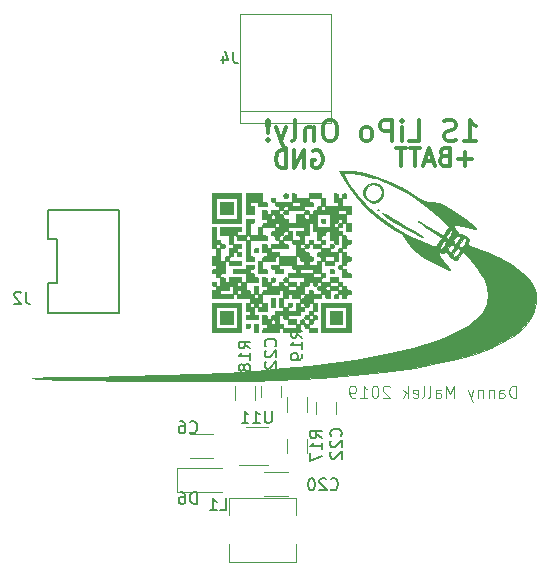
<source format=gbr>
G04 #@! TF.GenerationSoftware,KiCad,Pcbnew,(5.1.0)-1*
G04 #@! TF.CreationDate,2019-04-02T23:20:29-05:00*
G04 #@! TF.ProjectId,Avionics Board 1,4176696f-6e69-4637-9320-426f61726420,rev?*
G04 #@! TF.SameCoordinates,Original*
G04 #@! TF.FileFunction,Legend,Bot*
G04 #@! TF.FilePolarity,Positive*
%FSLAX46Y46*%
G04 Gerber Fmt 4.6, Leading zero omitted, Abs format (unit mm)*
G04 Created by KiCad (PCBNEW (5.1.0)-1) date 2019-04-02 23:20:29*
%MOMM*%
%LPD*%
G04 APERTURE LIST*
%ADD10C,0.100000*%
%ADD11C,0.300000*%
%ADD12C,0.120000*%
%ADD13C,0.010000*%
%ADD14C,0.150000*%
G04 APERTURE END LIST*
D10*
X64787619Y-113452380D02*
X64787619Y-112452380D01*
X64549523Y-112452380D01*
X64406666Y-112500000D01*
X64311428Y-112595238D01*
X64263809Y-112690476D01*
X64216190Y-112880952D01*
X64216190Y-113023809D01*
X64263809Y-113214285D01*
X64311428Y-113309523D01*
X64406666Y-113404761D01*
X64549523Y-113452380D01*
X64787619Y-113452380D01*
X63359047Y-113452380D02*
X63359047Y-112928571D01*
X63406666Y-112833333D01*
X63501904Y-112785714D01*
X63692380Y-112785714D01*
X63787619Y-112833333D01*
X63359047Y-113404761D02*
X63454285Y-113452380D01*
X63692380Y-113452380D01*
X63787619Y-113404761D01*
X63835238Y-113309523D01*
X63835238Y-113214285D01*
X63787619Y-113119047D01*
X63692380Y-113071428D01*
X63454285Y-113071428D01*
X63359047Y-113023809D01*
X62882857Y-112785714D02*
X62882857Y-113452380D01*
X62882857Y-112880952D02*
X62835238Y-112833333D01*
X62740000Y-112785714D01*
X62597142Y-112785714D01*
X62501904Y-112833333D01*
X62454285Y-112928571D01*
X62454285Y-113452380D01*
X61978095Y-112785714D02*
X61978095Y-113452380D01*
X61978095Y-112880952D02*
X61930476Y-112833333D01*
X61835238Y-112785714D01*
X61692380Y-112785714D01*
X61597142Y-112833333D01*
X61549523Y-112928571D01*
X61549523Y-113452380D01*
X61168571Y-112785714D02*
X60930476Y-113452380D01*
X60692380Y-112785714D02*
X60930476Y-113452380D01*
X61025714Y-113690476D01*
X61073333Y-113738095D01*
X61168571Y-113785714D01*
X59549523Y-113452380D02*
X59549523Y-112452380D01*
X59216190Y-113166666D01*
X58882857Y-112452380D01*
X58882857Y-113452380D01*
X57978095Y-113452380D02*
X57978095Y-112928571D01*
X58025714Y-112833333D01*
X58120952Y-112785714D01*
X58311428Y-112785714D01*
X58406666Y-112833333D01*
X57978095Y-113404761D02*
X58073333Y-113452380D01*
X58311428Y-113452380D01*
X58406666Y-113404761D01*
X58454285Y-113309523D01*
X58454285Y-113214285D01*
X58406666Y-113119047D01*
X58311428Y-113071428D01*
X58073333Y-113071428D01*
X57978095Y-113023809D01*
X57359047Y-113452380D02*
X57454285Y-113404761D01*
X57501904Y-113309523D01*
X57501904Y-112452380D01*
X56835238Y-113452380D02*
X56930476Y-113404761D01*
X56978095Y-113309523D01*
X56978095Y-112452380D01*
X56073333Y-113404761D02*
X56168571Y-113452380D01*
X56359047Y-113452380D01*
X56454285Y-113404761D01*
X56501904Y-113309523D01*
X56501904Y-112928571D01*
X56454285Y-112833333D01*
X56359047Y-112785714D01*
X56168571Y-112785714D01*
X56073333Y-112833333D01*
X56025714Y-112928571D01*
X56025714Y-113023809D01*
X56501904Y-113119047D01*
X55597142Y-113452380D02*
X55597142Y-112452380D01*
X55501904Y-113071428D02*
X55216190Y-113452380D01*
X55216190Y-112785714D02*
X55597142Y-113166666D01*
X54073333Y-112547619D02*
X54025714Y-112500000D01*
X53930476Y-112452380D01*
X53692380Y-112452380D01*
X53597142Y-112500000D01*
X53549523Y-112547619D01*
X53501904Y-112642857D01*
X53501904Y-112738095D01*
X53549523Y-112880952D01*
X54120952Y-113452380D01*
X53501904Y-113452380D01*
X52882857Y-112452380D02*
X52787619Y-112452380D01*
X52692380Y-112500000D01*
X52644761Y-112547619D01*
X52597142Y-112642857D01*
X52549523Y-112833333D01*
X52549523Y-113071428D01*
X52597142Y-113261904D01*
X52644761Y-113357142D01*
X52692380Y-113404761D01*
X52787619Y-113452380D01*
X52882857Y-113452380D01*
X52978095Y-113404761D01*
X53025714Y-113357142D01*
X53073333Y-113261904D01*
X53120952Y-113071428D01*
X53120952Y-112833333D01*
X53073333Y-112642857D01*
X53025714Y-112547619D01*
X52978095Y-112500000D01*
X52882857Y-112452380D01*
X51597142Y-113452380D02*
X52168571Y-113452380D01*
X51882857Y-113452380D02*
X51882857Y-112452380D01*
X51978095Y-112595238D01*
X52073333Y-112690476D01*
X52168571Y-112738095D01*
X51120952Y-113452380D02*
X50930476Y-113452380D01*
X50835238Y-113404761D01*
X50787619Y-113357142D01*
X50692380Y-113214285D01*
X50644761Y-113023809D01*
X50644761Y-112642857D01*
X50692380Y-112547619D01*
X50740000Y-112500000D01*
X50835238Y-112452380D01*
X51025714Y-112452380D01*
X51120952Y-112500000D01*
X51168571Y-112547619D01*
X51216190Y-112642857D01*
X51216190Y-112880952D01*
X51168571Y-112976190D01*
X51120952Y-113023809D01*
X51025714Y-113071428D01*
X50835238Y-113071428D01*
X50740000Y-113023809D01*
X50692380Y-112976190D01*
X50644761Y-112880952D01*
D11*
X47582857Y-92572000D02*
X47725714Y-92500571D01*
X47940000Y-92500571D01*
X48154285Y-92572000D01*
X48297142Y-92714857D01*
X48368571Y-92857714D01*
X48440000Y-93143428D01*
X48440000Y-93357714D01*
X48368571Y-93643428D01*
X48297142Y-93786285D01*
X48154285Y-93929142D01*
X47940000Y-94000571D01*
X47797142Y-94000571D01*
X47582857Y-93929142D01*
X47511428Y-93857714D01*
X47511428Y-93357714D01*
X47797142Y-93357714D01*
X46868571Y-94000571D02*
X46868571Y-92500571D01*
X46011428Y-94000571D01*
X46011428Y-92500571D01*
X45297142Y-94000571D02*
X45297142Y-92500571D01*
X44940000Y-92500571D01*
X44725714Y-92572000D01*
X44582857Y-92714857D01*
X44511428Y-92857714D01*
X44440000Y-93143428D01*
X44440000Y-93357714D01*
X44511428Y-93643428D01*
X44582857Y-93786285D01*
X44725714Y-93929142D01*
X44940000Y-94000571D01*
X45297142Y-94000571D01*
X61047142Y-93229142D02*
X59904285Y-93229142D01*
X60475714Y-93800571D02*
X60475714Y-92657714D01*
X58690000Y-93014857D02*
X58475714Y-93086285D01*
X58404285Y-93157714D01*
X58332857Y-93300571D01*
X58332857Y-93514857D01*
X58404285Y-93657714D01*
X58475714Y-93729142D01*
X58618571Y-93800571D01*
X59190000Y-93800571D01*
X59190000Y-92300571D01*
X58690000Y-92300571D01*
X58547142Y-92372000D01*
X58475714Y-92443428D01*
X58404285Y-92586285D01*
X58404285Y-92729142D01*
X58475714Y-92872000D01*
X58547142Y-92943428D01*
X58690000Y-93014857D01*
X59190000Y-93014857D01*
X57761428Y-93372000D02*
X57047142Y-93372000D01*
X57904285Y-93800571D02*
X57404285Y-92300571D01*
X56904285Y-93800571D01*
X56618571Y-92300571D02*
X55761428Y-92300571D01*
X56190000Y-93800571D02*
X56190000Y-92300571D01*
X55475714Y-92300571D02*
X54618571Y-92300571D01*
X55047142Y-93800571D02*
X55047142Y-92300571D01*
X60371666Y-91726333D02*
X61387666Y-91726333D01*
X60879666Y-91726333D02*
X60879666Y-89948333D01*
X61049000Y-90202333D01*
X61218333Y-90371666D01*
X61387666Y-90456333D01*
X59694333Y-91641666D02*
X59440333Y-91726333D01*
X59017000Y-91726333D01*
X58847666Y-91641666D01*
X58763000Y-91557000D01*
X58678333Y-91387666D01*
X58678333Y-91218333D01*
X58763000Y-91049000D01*
X58847666Y-90964333D01*
X59017000Y-90879666D01*
X59355666Y-90795000D01*
X59525000Y-90710333D01*
X59609666Y-90625666D01*
X59694333Y-90456333D01*
X59694333Y-90287000D01*
X59609666Y-90117666D01*
X59525000Y-90033000D01*
X59355666Y-89948333D01*
X58932333Y-89948333D01*
X58678333Y-90033000D01*
X55715000Y-91726333D02*
X56561666Y-91726333D01*
X56561666Y-89948333D01*
X55122333Y-91726333D02*
X55122333Y-90541000D01*
X55122333Y-89948333D02*
X55207000Y-90033000D01*
X55122333Y-90117666D01*
X55037666Y-90033000D01*
X55122333Y-89948333D01*
X55122333Y-90117666D01*
X54275666Y-91726333D02*
X54275666Y-89948333D01*
X53598333Y-89948333D01*
X53429000Y-90033000D01*
X53344333Y-90117666D01*
X53259666Y-90287000D01*
X53259666Y-90541000D01*
X53344333Y-90710333D01*
X53429000Y-90795000D01*
X53598333Y-90879666D01*
X54275666Y-90879666D01*
X52243666Y-91726333D02*
X52413000Y-91641666D01*
X52497666Y-91557000D01*
X52582333Y-91387666D01*
X52582333Y-90879666D01*
X52497666Y-90710333D01*
X52413000Y-90625666D01*
X52243666Y-90541000D01*
X51989666Y-90541000D01*
X51820333Y-90625666D01*
X51735666Y-90710333D01*
X51651000Y-90879666D01*
X51651000Y-91387666D01*
X51735666Y-91557000D01*
X51820333Y-91641666D01*
X51989666Y-91726333D01*
X52243666Y-91726333D01*
X49195666Y-89948333D02*
X48857000Y-89948333D01*
X48687666Y-90033000D01*
X48518333Y-90202333D01*
X48433666Y-90541000D01*
X48433666Y-91133666D01*
X48518333Y-91472333D01*
X48687666Y-91641666D01*
X48857000Y-91726333D01*
X49195666Y-91726333D01*
X49365000Y-91641666D01*
X49534333Y-91472333D01*
X49619000Y-91133666D01*
X49619000Y-90541000D01*
X49534333Y-90202333D01*
X49365000Y-90033000D01*
X49195666Y-89948333D01*
X47671666Y-90541000D02*
X47671666Y-91726333D01*
X47671666Y-90710333D02*
X47587000Y-90625666D01*
X47417666Y-90541000D01*
X47163666Y-90541000D01*
X46994333Y-90625666D01*
X46909666Y-90795000D01*
X46909666Y-91726333D01*
X45809000Y-91726333D02*
X45978333Y-91641666D01*
X46063000Y-91472333D01*
X46063000Y-89948333D01*
X45301000Y-90541000D02*
X44877666Y-91726333D01*
X44454333Y-90541000D02*
X44877666Y-91726333D01*
X45047000Y-92149666D01*
X45131666Y-92234333D01*
X45301000Y-92319000D01*
X43777000Y-91557000D02*
X43692333Y-91641666D01*
X43777000Y-91726333D01*
X43861666Y-91641666D01*
X43777000Y-91557000D01*
X43777000Y-91726333D01*
X43777000Y-91049000D02*
X43861666Y-90033000D01*
X43777000Y-89948333D01*
X43692333Y-90033000D01*
X43777000Y-91049000D01*
X43777000Y-89948333D01*
D12*
X40490000Y-123422000D02*
X40490000Y-121922000D01*
X40490000Y-121922000D02*
X46190000Y-121922000D01*
X46190000Y-121922000D02*
X46190000Y-123422000D01*
X40490000Y-125822000D02*
X40490000Y-127322000D01*
X40490000Y-127322000D02*
X46190000Y-127322000D01*
X46190000Y-127322000D02*
X46190000Y-125822000D01*
X49550000Y-113800000D02*
X49550000Y-114800000D01*
X47850000Y-114800000D02*
X47850000Y-113800000D01*
D13*
G36*
X41536400Y-96158000D02*
G01*
X39047200Y-96158000D01*
X39047200Y-98291600D01*
X39402800Y-98291600D01*
X39402800Y-96513600D01*
X41180800Y-96513600D01*
X41180800Y-98291600D01*
X39402800Y-98291600D01*
X39047200Y-98291600D01*
X39047200Y-98647200D01*
X41536400Y-98647200D01*
X41536400Y-96158000D01*
X41536400Y-96158000D01*
G37*
X41536400Y-96158000D02*
X39047200Y-96158000D01*
X39047200Y-98291600D01*
X39402800Y-98291600D01*
X39402800Y-96513600D01*
X41180800Y-96513600D01*
X41180800Y-98291600D01*
X39402800Y-98291600D01*
X39047200Y-98291600D01*
X39047200Y-98647200D01*
X41536400Y-98647200D01*
X41536400Y-96158000D01*
G36*
X42603200Y-97224800D02*
G01*
X42425400Y-97224800D01*
X42306232Y-97216937D01*
X42257361Y-97172569D01*
X42247622Y-97060534D01*
X42247600Y-97047000D01*
X42247600Y-96869200D01*
X42958800Y-96869200D01*
X42958800Y-97224800D01*
X43670000Y-97224800D01*
X43670000Y-97047000D01*
X43662136Y-96927833D01*
X43617768Y-96878962D01*
X43505733Y-96869223D01*
X43492200Y-96869200D01*
X43314400Y-96869200D01*
X43314400Y-96158000D01*
X41892000Y-96158000D01*
X41892000Y-97936000D01*
X42603200Y-97936000D01*
X42603200Y-97224800D01*
X42603200Y-97224800D01*
G37*
X42603200Y-97224800D02*
X42425400Y-97224800D01*
X42306232Y-97216937D01*
X42257361Y-97172569D01*
X42247622Y-97060534D01*
X42247600Y-97047000D01*
X42247600Y-96869200D01*
X42958800Y-96869200D01*
X42958800Y-97224800D01*
X43670000Y-97224800D01*
X43670000Y-97047000D01*
X43662136Y-96927833D01*
X43617768Y-96878962D01*
X43505733Y-96869223D01*
X43492200Y-96869200D01*
X43314400Y-96869200D01*
X43314400Y-96158000D01*
X41892000Y-96158000D01*
X41892000Y-97936000D01*
X42603200Y-97936000D01*
X42603200Y-97224800D01*
G36*
X45389367Y-96505737D02*
G01*
X45438238Y-96461369D01*
X45447977Y-96349334D01*
X45448000Y-96335800D01*
X45440136Y-96216633D01*
X45395768Y-96167762D01*
X45283733Y-96158023D01*
X45270200Y-96158000D01*
X45151032Y-96165864D01*
X45102161Y-96210232D01*
X45092422Y-96322267D01*
X45092400Y-96335800D01*
X45100263Y-96454968D01*
X45144631Y-96503839D01*
X45256666Y-96513578D01*
X45270200Y-96513600D01*
X45389367Y-96505737D01*
X45389367Y-96505737D01*
G37*
X45389367Y-96505737D02*
X45438238Y-96461369D01*
X45447977Y-96349334D01*
X45448000Y-96335800D01*
X45440136Y-96216633D01*
X45395768Y-96167762D01*
X45283733Y-96158023D01*
X45270200Y-96158000D01*
X45151032Y-96165864D01*
X45102161Y-96210232D01*
X45092422Y-96322267D01*
X45092400Y-96335800D01*
X45100263Y-96454968D01*
X45144631Y-96503839D01*
X45256666Y-96513578D01*
X45270200Y-96513600D01*
X45389367Y-96505737D01*
G36*
X50782000Y-98647200D02*
G01*
X50426400Y-98647200D01*
X50426400Y-99358400D01*
X50782000Y-99358400D01*
X50782000Y-98647200D01*
X50782000Y-98647200D01*
G37*
X50782000Y-98647200D02*
X50426400Y-98647200D01*
X50426400Y-99358400D01*
X50782000Y-99358400D01*
X50782000Y-98647200D01*
G36*
X50782000Y-97936000D02*
G01*
X50782000Y-97224800D01*
X50070800Y-97224800D01*
X50070800Y-96513600D01*
X50248600Y-96513600D01*
X50367767Y-96505737D01*
X50416638Y-96461369D01*
X50426377Y-96349334D01*
X50426400Y-96335800D01*
X50418536Y-96216633D01*
X50374168Y-96167762D01*
X50262133Y-96158023D01*
X50248600Y-96158000D01*
X50129432Y-96165864D01*
X50080561Y-96210232D01*
X50070822Y-96322267D01*
X50070800Y-96335800D01*
X50062936Y-96454968D01*
X50018568Y-96503839D01*
X49906533Y-96513578D01*
X49893000Y-96513600D01*
X49773832Y-96505737D01*
X49724961Y-96461369D01*
X49715222Y-96349334D01*
X49715200Y-96335800D01*
X49707336Y-96216633D01*
X49662968Y-96167762D01*
X49550933Y-96158023D01*
X49537400Y-96158000D01*
X49359600Y-96158000D01*
X49359600Y-96869200D01*
X49537400Y-96869200D01*
X49656567Y-96877064D01*
X49705438Y-96921432D01*
X49715177Y-97033467D01*
X49715200Y-97047000D01*
X49715200Y-97224800D01*
X48648400Y-97224800D01*
X48648400Y-96513600D01*
X48470600Y-96513600D01*
X48351432Y-96505737D01*
X48302561Y-96461369D01*
X48292822Y-96349334D01*
X48292800Y-96335800D01*
X48292800Y-96158000D01*
X47226000Y-96158000D01*
X47226000Y-96513600D01*
X46159200Y-96513600D01*
X46159200Y-96335800D01*
X46151336Y-96216633D01*
X46106968Y-96167762D01*
X45994933Y-96158023D01*
X45981400Y-96158000D01*
X45803600Y-96158000D01*
X45803600Y-96869200D01*
X44381200Y-96869200D01*
X44381200Y-96691400D01*
X44373336Y-96572233D01*
X44328968Y-96523362D01*
X44216933Y-96513623D01*
X44203400Y-96513600D01*
X44084232Y-96521464D01*
X44035361Y-96565832D01*
X44025622Y-96677867D01*
X44025600Y-96691400D01*
X44033463Y-96810568D01*
X44077831Y-96859439D01*
X44189866Y-96869178D01*
X44203400Y-96869200D01*
X44322567Y-96877064D01*
X44371438Y-96921432D01*
X44381177Y-97033467D01*
X44381200Y-97047000D01*
X44389063Y-97166168D01*
X44433431Y-97215039D01*
X44545466Y-97224778D01*
X44559000Y-97224800D01*
X44678167Y-97232664D01*
X44727038Y-97277032D01*
X44736777Y-97389067D01*
X44736800Y-97402600D01*
X44736800Y-97580400D01*
X44025600Y-97580400D01*
X44025600Y-97758200D01*
X44736800Y-97758200D01*
X44744663Y-97639033D01*
X44789031Y-97590162D01*
X44901066Y-97580423D01*
X44914600Y-97580400D01*
X45033767Y-97572537D01*
X45082638Y-97528169D01*
X45092377Y-97416134D01*
X45092400Y-97402600D01*
X45100263Y-97283433D01*
X45144631Y-97234562D01*
X45256666Y-97224823D01*
X45270200Y-97224800D01*
X45803600Y-97224800D01*
X45803600Y-96869200D01*
X46514800Y-96869200D01*
X46514800Y-97224800D01*
X45803600Y-97224800D01*
X45270200Y-97224800D01*
X45389367Y-97232664D01*
X45438238Y-97277032D01*
X45447977Y-97389067D01*
X45448000Y-97402600D01*
X45448000Y-97580400D01*
X46870400Y-97580400D01*
X46870400Y-97224800D01*
X47581600Y-97224800D01*
X47581600Y-97047000D01*
X47573736Y-96927833D01*
X47529368Y-96878962D01*
X47417333Y-96869223D01*
X47403800Y-96869200D01*
X47284632Y-96861337D01*
X47235761Y-96816969D01*
X47226022Y-96704934D01*
X47226000Y-96691400D01*
X47226000Y-96513600D01*
X48292800Y-96513600D01*
X48292800Y-97224800D01*
X48470600Y-97224800D01*
X48589767Y-97232664D01*
X48638638Y-97277032D01*
X48648377Y-97389067D01*
X48648400Y-97402600D01*
X48640536Y-97521768D01*
X48596168Y-97570639D01*
X48484133Y-97580378D01*
X48470600Y-97580400D01*
X48351432Y-97572537D01*
X48302561Y-97528169D01*
X48292822Y-97416134D01*
X48292800Y-97402600D01*
X48284936Y-97283433D01*
X48240568Y-97234562D01*
X48128533Y-97224823D01*
X48115000Y-97224800D01*
X47995832Y-97232664D01*
X47946961Y-97277032D01*
X47937222Y-97389067D01*
X47937200Y-97402600D01*
X47929336Y-97521768D01*
X47884968Y-97570639D01*
X47772933Y-97580378D01*
X47759400Y-97580400D01*
X47640232Y-97588264D01*
X47591361Y-97632632D01*
X47581622Y-97744667D01*
X47581600Y-97758200D01*
X47573736Y-97877368D01*
X47529368Y-97926239D01*
X47417333Y-97935978D01*
X47403800Y-97936000D01*
X47284632Y-97943864D01*
X47235761Y-97988232D01*
X47226022Y-98100267D01*
X47226000Y-98113800D01*
X47218136Y-98232968D01*
X47173768Y-98281839D01*
X47061733Y-98291578D01*
X47048200Y-98291600D01*
X46929032Y-98283737D01*
X46880161Y-98239369D01*
X46870422Y-98127334D01*
X46870400Y-98113800D01*
X46870400Y-97936000D01*
X46159200Y-97936000D01*
X46159200Y-98647200D01*
X45448000Y-98647200D01*
X45448000Y-98469400D01*
X45440136Y-98350233D01*
X45395768Y-98301362D01*
X45283733Y-98291623D01*
X45270200Y-98291600D01*
X45151032Y-98283737D01*
X45102161Y-98239369D01*
X45092422Y-98127334D01*
X45092400Y-98113800D01*
X45084536Y-97994633D01*
X45040168Y-97945762D01*
X44928133Y-97936023D01*
X44914600Y-97936000D01*
X44795432Y-97928137D01*
X44746561Y-97883769D01*
X44736822Y-97771734D01*
X44736800Y-97758200D01*
X44025600Y-97758200D01*
X44017736Y-97877368D01*
X43973368Y-97926239D01*
X43861333Y-97935978D01*
X43847800Y-97936000D01*
X43728632Y-97928137D01*
X43679761Y-97883769D01*
X43670022Y-97771734D01*
X43670000Y-97758200D01*
X43662136Y-97639033D01*
X43617768Y-97590162D01*
X43505733Y-97580423D01*
X43492200Y-97580400D01*
X43314400Y-97580400D01*
X43314400Y-98113800D01*
X44025600Y-98113800D01*
X44033463Y-97994633D01*
X44077831Y-97945762D01*
X44189866Y-97936023D01*
X44203400Y-97936000D01*
X44322567Y-97943864D01*
X44371438Y-97988232D01*
X44381177Y-98100267D01*
X44381200Y-98113800D01*
X44373336Y-98232968D01*
X44328968Y-98281839D01*
X44216933Y-98291578D01*
X44203400Y-98291600D01*
X44084232Y-98283737D01*
X44035361Y-98239369D01*
X44025622Y-98127334D01*
X44025600Y-98113800D01*
X43314400Y-98113800D01*
X43314400Y-98291600D01*
X43492200Y-98291600D01*
X43611367Y-98299464D01*
X43660238Y-98343832D01*
X43669977Y-98455867D01*
X43670000Y-98469400D01*
X43662136Y-98588568D01*
X43617768Y-98637439D01*
X43505733Y-98647178D01*
X43492200Y-98647200D01*
X43373032Y-98655064D01*
X43324161Y-98699432D01*
X43314422Y-98811467D01*
X43314400Y-98825000D01*
X43306536Y-98944168D01*
X43262168Y-98993039D01*
X43150133Y-99002778D01*
X43136600Y-99002800D01*
X42958800Y-99002800D01*
X42958800Y-99714000D01*
X42247600Y-99714000D01*
X42247600Y-98647200D01*
X42425400Y-98647200D01*
X42544567Y-98639337D01*
X42593438Y-98594969D01*
X42603177Y-98482934D01*
X42603200Y-98469400D01*
X42603200Y-98291600D01*
X41892000Y-98291600D01*
X41892000Y-99714000D01*
X41180800Y-99714000D01*
X41180800Y-99536200D01*
X41188663Y-99417033D01*
X41233031Y-99368162D01*
X41345066Y-99358423D01*
X41358600Y-99358400D01*
X41477767Y-99350537D01*
X41526638Y-99306169D01*
X41536377Y-99194134D01*
X41536400Y-99180600D01*
X41536400Y-99002800D01*
X39758400Y-99002800D01*
X39758400Y-99714000D01*
X40469600Y-99714000D01*
X40469600Y-100425200D01*
X40647400Y-100425200D01*
X40766567Y-100433064D01*
X40815438Y-100477432D01*
X40825177Y-100589467D01*
X40825200Y-100603000D01*
X40817336Y-100722168D01*
X40772968Y-100771039D01*
X40660933Y-100780778D01*
X40647400Y-100780800D01*
X40469600Y-100780800D01*
X40469600Y-101492000D01*
X40291800Y-101492000D01*
X40172632Y-101499864D01*
X40123761Y-101544232D01*
X40114022Y-101656267D01*
X40114000Y-101669800D01*
X40106136Y-101788968D01*
X40061768Y-101837839D01*
X39949733Y-101847578D01*
X39936200Y-101847600D01*
X39758400Y-101847600D01*
X39758400Y-100780800D01*
X39936200Y-100780800D01*
X40055367Y-100772937D01*
X40104238Y-100728569D01*
X40113977Y-100616534D01*
X40114000Y-100603000D01*
X40106136Y-100483833D01*
X40061768Y-100434962D01*
X39949733Y-100425223D01*
X39936200Y-100425200D01*
X39817032Y-100417337D01*
X39768161Y-100372969D01*
X39758422Y-100260934D01*
X39758400Y-100247400D01*
X39750536Y-100128233D01*
X39706168Y-100079362D01*
X39594133Y-100069623D01*
X39580600Y-100069600D01*
X39402800Y-100069600D01*
X39402800Y-99002800D01*
X39047200Y-99002800D01*
X39047200Y-100603000D01*
X39402800Y-100603000D01*
X39410663Y-100483833D01*
X39455031Y-100434962D01*
X39567066Y-100425223D01*
X39580600Y-100425200D01*
X39699767Y-100433064D01*
X39748638Y-100477432D01*
X39758377Y-100589467D01*
X39758400Y-100603000D01*
X39750536Y-100722168D01*
X39706168Y-100771039D01*
X39594133Y-100780778D01*
X39580600Y-100780800D01*
X39461432Y-100772937D01*
X39412561Y-100728569D01*
X39402822Y-100616534D01*
X39402800Y-100603000D01*
X39047200Y-100603000D01*
X39047200Y-100780800D01*
X39402800Y-100780800D01*
X39402800Y-101492000D01*
X39047200Y-101492000D01*
X39047200Y-102203200D01*
X39225000Y-102203200D01*
X39344167Y-102211064D01*
X39393038Y-102255432D01*
X39402777Y-102367467D01*
X39402800Y-102381000D01*
X39394936Y-102500168D01*
X39350568Y-102549039D01*
X39238533Y-102558778D01*
X39225000Y-102558800D01*
X39105832Y-102566664D01*
X39056961Y-102611032D01*
X39047222Y-102723067D01*
X39047200Y-102736600D01*
X39055063Y-102855768D01*
X39099431Y-102904639D01*
X39211466Y-102914378D01*
X39225000Y-102914400D01*
X39344167Y-102922264D01*
X39393038Y-102966632D01*
X39402777Y-103078667D01*
X39402800Y-103092200D01*
X39758400Y-103092200D01*
X39766263Y-102973033D01*
X39810631Y-102924162D01*
X39922666Y-102914423D01*
X39936200Y-102914400D01*
X40114000Y-102914400D01*
X40114000Y-101847600D01*
X40291800Y-101847600D01*
X40410967Y-101839737D01*
X40459838Y-101795369D01*
X40469577Y-101683334D01*
X40469600Y-101669800D01*
X40477463Y-101550633D01*
X40521831Y-101501762D01*
X40633866Y-101492023D01*
X40647400Y-101492000D01*
X40766567Y-101484137D01*
X40815438Y-101439769D01*
X40825177Y-101327734D01*
X40825200Y-101314200D01*
X40833063Y-101195033D01*
X40877431Y-101146162D01*
X40989466Y-101136423D01*
X41003000Y-101136400D01*
X41122167Y-101128537D01*
X41171038Y-101084169D01*
X41180777Y-100972134D01*
X41180800Y-100958600D01*
X41188663Y-100839433D01*
X41233031Y-100790562D01*
X41345066Y-100780823D01*
X41358600Y-100780800D01*
X41477767Y-100772937D01*
X41526638Y-100728569D01*
X41536377Y-100616534D01*
X41536400Y-100603000D01*
X41536400Y-100425200D01*
X40825200Y-100425200D01*
X40825200Y-99714000D01*
X41003000Y-99714000D01*
X41122167Y-99721864D01*
X41171038Y-99766232D01*
X41180777Y-99878267D01*
X41180800Y-99891800D01*
X41180800Y-100069600D01*
X41892000Y-100069600D01*
X41892000Y-99891800D01*
X41899863Y-99772633D01*
X41944231Y-99723762D01*
X42056266Y-99714023D01*
X42069800Y-99714000D01*
X42188967Y-99721864D01*
X42237838Y-99766232D01*
X42247577Y-99878267D01*
X42247600Y-99891800D01*
X42247600Y-100069600D01*
X43670000Y-100069600D01*
X43670000Y-99891800D01*
X43662136Y-99772633D01*
X43617768Y-99723762D01*
X43505733Y-99714023D01*
X43492200Y-99714000D01*
X43314400Y-99714000D01*
X43314400Y-99002800D01*
X44381200Y-99002800D01*
X44381200Y-98825000D01*
X44389063Y-98705833D01*
X44433431Y-98656962D01*
X44545466Y-98647223D01*
X44559000Y-98647200D01*
X44678167Y-98655064D01*
X44727038Y-98699432D01*
X44736777Y-98811467D01*
X44736800Y-98825000D01*
X44728936Y-98944168D01*
X44684568Y-98993039D01*
X44572533Y-99002778D01*
X44559000Y-99002800D01*
X44439832Y-99010664D01*
X44390961Y-99055032D01*
X44381222Y-99167067D01*
X44381200Y-99180600D01*
X44373336Y-99299768D01*
X44328968Y-99348639D01*
X44216933Y-99358378D01*
X44203400Y-99358400D01*
X44084232Y-99366264D01*
X44035361Y-99410632D01*
X44025622Y-99522667D01*
X44025600Y-99536200D01*
X44033463Y-99655368D01*
X44077831Y-99704239D01*
X44189866Y-99713978D01*
X44203400Y-99714000D01*
X44322567Y-99721864D01*
X44371438Y-99766232D01*
X44381177Y-99878267D01*
X44381200Y-99891800D01*
X44389063Y-100010968D01*
X44433431Y-100059839D01*
X44545466Y-100069578D01*
X44559000Y-100069600D01*
X44678167Y-100061737D01*
X44727038Y-100017369D01*
X44736777Y-99905334D01*
X44736800Y-99891800D01*
X44744663Y-99772633D01*
X44789031Y-99723762D01*
X44901066Y-99714023D01*
X44914600Y-99714000D01*
X45033767Y-99706137D01*
X45082638Y-99661769D01*
X45092377Y-99549734D01*
X45092400Y-99536200D01*
X45100263Y-99417033D01*
X45144631Y-99368162D01*
X45256666Y-99358423D01*
X45270200Y-99358400D01*
X45389367Y-99350537D01*
X45438238Y-99306169D01*
X45447977Y-99194134D01*
X45448000Y-99180600D01*
X45448000Y-99002800D01*
X46870400Y-99002800D01*
X46870400Y-99358400D01*
X46159200Y-99358400D01*
X46159200Y-99536200D01*
X46167063Y-99655368D01*
X46211431Y-99704239D01*
X46323466Y-99713978D01*
X46337000Y-99714000D01*
X46456167Y-99721864D01*
X46505038Y-99766232D01*
X46514777Y-99878267D01*
X46514800Y-99891800D01*
X46514800Y-100069600D01*
X45803600Y-100069600D01*
X45803600Y-100247400D01*
X45811463Y-100366568D01*
X45855831Y-100415439D01*
X45967866Y-100425178D01*
X45981400Y-100425200D01*
X46159200Y-100425200D01*
X46159200Y-100603000D01*
X46514800Y-100603000D01*
X46522663Y-100483833D01*
X46567031Y-100434962D01*
X46679066Y-100425223D01*
X46692600Y-100425200D01*
X46870400Y-100425200D01*
X46870400Y-99714000D01*
X47226000Y-99714000D01*
X47226000Y-98647200D01*
X47581600Y-98647200D01*
X47581600Y-99002800D01*
X47937200Y-99002800D01*
X47937200Y-97936000D01*
X49004000Y-97936000D01*
X49715200Y-97936000D01*
X49715200Y-97580400D01*
X50426400Y-97580400D01*
X50426400Y-97936000D01*
X49715200Y-97936000D01*
X49004000Y-97936000D01*
X49004000Y-98825000D01*
X49359600Y-98825000D01*
X49367463Y-98705833D01*
X49411831Y-98656962D01*
X49523866Y-98647223D01*
X49537400Y-98647200D01*
X49656567Y-98639337D01*
X49705438Y-98594969D01*
X49715177Y-98482934D01*
X49715200Y-98469400D01*
X49723063Y-98350233D01*
X49767431Y-98301362D01*
X49879466Y-98291623D01*
X49893000Y-98291600D01*
X50012167Y-98299464D01*
X50061038Y-98343832D01*
X50070777Y-98455867D01*
X50070800Y-98469400D01*
X50062936Y-98588568D01*
X50018568Y-98637439D01*
X49906533Y-98647178D01*
X49893000Y-98647200D01*
X49773832Y-98655064D01*
X49724961Y-98699432D01*
X49715222Y-98811467D01*
X49715200Y-98825000D01*
X49707336Y-98944168D01*
X49662968Y-98993039D01*
X49550933Y-99002778D01*
X49537400Y-99002800D01*
X49418232Y-98994937D01*
X49369361Y-98950569D01*
X49359622Y-98838534D01*
X49359600Y-98825000D01*
X49004000Y-98825000D01*
X49004000Y-99002800D01*
X47937200Y-99002800D01*
X47581600Y-99002800D01*
X47581600Y-99358400D01*
X47937200Y-99358400D01*
X47937200Y-100069600D01*
X48115000Y-100069600D01*
X48234167Y-100061737D01*
X48283038Y-100017369D01*
X48292777Y-99905334D01*
X48292800Y-99891800D01*
X48300663Y-99772633D01*
X48345031Y-99723762D01*
X48457066Y-99714023D01*
X48470600Y-99714000D01*
X48589767Y-99706137D01*
X48638638Y-99661769D01*
X48648377Y-99549734D01*
X48648400Y-99536200D01*
X48656263Y-99417033D01*
X48700631Y-99368162D01*
X48812666Y-99358423D01*
X48826200Y-99358400D01*
X49004000Y-99358400D01*
X49004000Y-100069600D01*
X49181800Y-100069600D01*
X49300967Y-100077464D01*
X49349838Y-100121832D01*
X49359577Y-100233867D01*
X49359600Y-100247400D01*
X49367463Y-100366568D01*
X49411831Y-100415439D01*
X49523866Y-100425178D01*
X49537400Y-100425200D01*
X49715200Y-100425200D01*
X49715200Y-99714000D01*
X50070800Y-99714000D01*
X50070800Y-100780800D01*
X49893000Y-100780800D01*
X49773832Y-100788664D01*
X49724961Y-100833032D01*
X49715222Y-100945067D01*
X49715200Y-100958600D01*
X49715200Y-101136400D01*
X49004000Y-101136400D01*
X49004000Y-100780800D01*
X48292800Y-100780800D01*
X48292800Y-100958600D01*
X48284936Y-101077768D01*
X48240568Y-101126639D01*
X48128533Y-101136378D01*
X48115000Y-101136400D01*
X47995832Y-101144264D01*
X47946961Y-101188632D01*
X47937222Y-101300667D01*
X47937200Y-101314200D01*
X47945063Y-101433368D01*
X47989431Y-101482239D01*
X48101466Y-101491978D01*
X48115000Y-101492000D01*
X48234167Y-101499864D01*
X48283038Y-101544232D01*
X48292777Y-101656267D01*
X48292800Y-101669800D01*
X48284936Y-101788968D01*
X48240568Y-101837839D01*
X48128533Y-101847578D01*
X48115000Y-101847600D01*
X47995832Y-101855464D01*
X47946961Y-101899832D01*
X47937222Y-102011867D01*
X47937200Y-102025400D01*
X47937200Y-102203200D01*
X47226000Y-102203200D01*
X47226000Y-102025400D01*
X47233863Y-101906233D01*
X47278231Y-101857362D01*
X47390266Y-101847623D01*
X47403800Y-101847600D01*
X47522967Y-101839737D01*
X47571838Y-101795369D01*
X47581577Y-101683334D01*
X47581600Y-101669800D01*
X47573736Y-101550633D01*
X47529368Y-101501762D01*
X47417333Y-101492023D01*
X47403800Y-101492000D01*
X47284632Y-101484137D01*
X47235761Y-101439769D01*
X47226022Y-101327734D01*
X47226000Y-101314200D01*
X47218136Y-101195033D01*
X47173768Y-101146162D01*
X47061733Y-101136423D01*
X47048200Y-101136400D01*
X46929032Y-101128537D01*
X46880161Y-101084169D01*
X46870422Y-100972134D01*
X46870400Y-100958600D01*
X46862536Y-100839433D01*
X46818168Y-100790562D01*
X46706133Y-100780823D01*
X46692600Y-100780800D01*
X46573432Y-100772937D01*
X46524561Y-100728569D01*
X46514822Y-100616534D01*
X46514800Y-100603000D01*
X46159200Y-100603000D01*
X46159200Y-101492000D01*
X44736800Y-101492000D01*
X44736800Y-102203200D01*
X45803600Y-102203200D01*
X46159200Y-102203200D01*
X46159200Y-101492000D01*
X46337000Y-101492000D01*
X46456167Y-101499864D01*
X46505038Y-101544232D01*
X46514777Y-101656267D01*
X46514800Y-101669800D01*
X46522663Y-101788968D01*
X46567031Y-101837839D01*
X46679066Y-101847578D01*
X46692600Y-101847600D01*
X46811767Y-101855464D01*
X46860638Y-101899832D01*
X46870377Y-102011867D01*
X46870400Y-102025400D01*
X46870400Y-102203200D01*
X46159200Y-102203200D01*
X45803600Y-102203200D01*
X45803600Y-102381000D01*
X45811463Y-102500168D01*
X45855831Y-102549039D01*
X45967866Y-102558778D01*
X45981400Y-102558800D01*
X46100567Y-102566664D01*
X46149438Y-102611032D01*
X46159177Y-102723067D01*
X46159200Y-102736600D01*
X46159200Y-102914400D01*
X46514800Y-102914400D01*
X46514800Y-102558800D01*
X47581600Y-102558800D01*
X47581600Y-102914400D01*
X46514800Y-102914400D01*
X46159200Y-102914400D01*
X45448000Y-102914400D01*
X45448000Y-103270000D01*
X46870400Y-103270000D01*
X47581600Y-103270000D01*
X47581600Y-102914400D01*
X48292800Y-102914400D01*
X48292800Y-103270000D01*
X47581600Y-103270000D01*
X46870400Y-103270000D01*
X46870400Y-103447800D01*
X46862536Y-103566968D01*
X46818168Y-103615839D01*
X46706133Y-103625578D01*
X46692600Y-103625600D01*
X46573432Y-103633464D01*
X46524561Y-103677832D01*
X46514822Y-103789867D01*
X46514800Y-103803400D01*
X46506936Y-103922568D01*
X46462568Y-103971439D01*
X46350533Y-103981178D01*
X46337000Y-103981200D01*
X46217832Y-103989064D01*
X46168961Y-104033432D01*
X46159222Y-104145467D01*
X46159200Y-104159000D01*
X46159200Y-104336800D01*
X45448000Y-104336800D01*
X45448000Y-104159000D01*
X45440136Y-104039833D01*
X45395768Y-103990962D01*
X45283733Y-103981223D01*
X45270200Y-103981200D01*
X45151032Y-103973337D01*
X45102161Y-103928969D01*
X45092422Y-103816934D01*
X45092400Y-103803400D01*
X45084536Y-103684233D01*
X45040168Y-103635362D01*
X44928133Y-103625623D01*
X44914600Y-103625600D01*
X44795432Y-103633464D01*
X44746561Y-103677832D01*
X44736822Y-103789867D01*
X44736800Y-103803400D01*
X44736800Y-103981200D01*
X44025600Y-103981200D01*
X44025600Y-103803400D01*
X44017736Y-103684233D01*
X43973368Y-103635362D01*
X43861333Y-103625623D01*
X43847800Y-103625600D01*
X43728632Y-103617737D01*
X43679761Y-103573369D01*
X43670022Y-103461334D01*
X43670000Y-103447800D01*
X43662136Y-103328633D01*
X43617768Y-103279762D01*
X43505733Y-103270023D01*
X43492200Y-103270000D01*
X43314400Y-103270000D01*
X43314400Y-103981200D01*
X43492200Y-103981200D01*
X43611367Y-103989064D01*
X43660238Y-104033432D01*
X43669977Y-104145467D01*
X43670000Y-104159000D01*
X43662136Y-104278168D01*
X43617768Y-104327039D01*
X43505733Y-104336778D01*
X43492200Y-104336800D01*
X43373032Y-104344664D01*
X43324161Y-104389032D01*
X43314422Y-104501067D01*
X43314400Y-104514600D01*
X43306536Y-104633768D01*
X43262168Y-104682639D01*
X43150133Y-104692378D01*
X43136600Y-104692400D01*
X43017432Y-104700264D01*
X42968561Y-104744632D01*
X42958822Y-104856667D01*
X42958800Y-104870200D01*
X42950936Y-104989368D01*
X42906568Y-105038239D01*
X42794533Y-105047978D01*
X42781000Y-105048000D01*
X42661832Y-105040137D01*
X42612961Y-104995769D01*
X42603222Y-104883734D01*
X42603200Y-104870200D01*
X42595336Y-104751033D01*
X42550968Y-104702162D01*
X42438933Y-104692423D01*
X42425400Y-104692400D01*
X42306232Y-104684537D01*
X42257361Y-104640169D01*
X42247622Y-104528134D01*
X42247600Y-104514600D01*
X42239736Y-104395433D01*
X42195368Y-104346562D01*
X42083333Y-104336823D01*
X42069800Y-104336800D01*
X41892000Y-104336800D01*
X41892000Y-103625600D01*
X41714200Y-103625600D01*
X41595032Y-103633464D01*
X41546161Y-103677832D01*
X41536422Y-103789867D01*
X41536400Y-103803400D01*
X41528536Y-103922568D01*
X41484168Y-103971439D01*
X41372133Y-103981178D01*
X41358600Y-103981200D01*
X41239432Y-103973337D01*
X41190561Y-103928969D01*
X41180822Y-103816934D01*
X41180800Y-103803400D01*
X41188663Y-103684233D01*
X41233031Y-103635362D01*
X41345066Y-103625623D01*
X41358600Y-103625600D01*
X41477767Y-103617737D01*
X41526638Y-103573369D01*
X41536377Y-103461334D01*
X41536400Y-103447800D01*
X41536400Y-103270000D01*
X40469600Y-103270000D01*
X40469600Y-103447800D01*
X40461736Y-103566968D01*
X40417368Y-103615839D01*
X40305333Y-103625578D01*
X40291800Y-103625600D01*
X40172632Y-103617737D01*
X40123761Y-103573369D01*
X40114022Y-103461334D01*
X40114000Y-103447800D01*
X40106136Y-103328633D01*
X40061768Y-103279762D01*
X39949733Y-103270023D01*
X39936200Y-103270000D01*
X39817032Y-103262137D01*
X39768161Y-103217769D01*
X39758422Y-103105734D01*
X39758400Y-103092200D01*
X39402800Y-103092200D01*
X39410663Y-103211368D01*
X39455031Y-103260239D01*
X39567066Y-103269978D01*
X39580600Y-103270000D01*
X39758400Y-103270000D01*
X39758400Y-103981200D01*
X39580600Y-103981200D01*
X39461432Y-103973337D01*
X39412561Y-103928969D01*
X39402822Y-103816934D01*
X39402800Y-103803400D01*
X39394936Y-103684233D01*
X39350568Y-103635362D01*
X39238533Y-103625623D01*
X39225000Y-103625600D01*
X39105832Y-103633464D01*
X39056961Y-103677832D01*
X39047222Y-103789867D01*
X39047200Y-103803400D01*
X39055063Y-103922568D01*
X39099431Y-103971439D01*
X39211466Y-103981178D01*
X39225000Y-103981200D01*
X39344167Y-103989064D01*
X39393038Y-104033432D01*
X39402777Y-104145467D01*
X39402800Y-104159000D01*
X39394936Y-104278168D01*
X39350568Y-104327039D01*
X39238533Y-104336778D01*
X39225000Y-104336800D01*
X39047200Y-104336800D01*
X39047200Y-104692400D01*
X39758400Y-104692400D01*
X39758400Y-104336800D01*
X40469600Y-104336800D01*
X40469600Y-104159000D01*
X40477463Y-104039833D01*
X40521831Y-103990962D01*
X40633866Y-103981223D01*
X40647400Y-103981200D01*
X40825200Y-103981200D01*
X40825200Y-104514600D01*
X41180800Y-104514600D01*
X41188663Y-104395433D01*
X41233031Y-104346562D01*
X41345066Y-104336823D01*
X41358600Y-104336800D01*
X41477767Y-104344664D01*
X41526638Y-104389032D01*
X41536377Y-104501067D01*
X41536400Y-104514600D01*
X41528536Y-104633768D01*
X41484168Y-104682639D01*
X41372133Y-104692378D01*
X41358600Y-104692400D01*
X41239432Y-104684537D01*
X41190561Y-104640169D01*
X41180822Y-104528134D01*
X41180800Y-104514600D01*
X40825200Y-104514600D01*
X40825200Y-104692400D01*
X39758400Y-104692400D01*
X39047200Y-104692400D01*
X39047200Y-105048000D01*
X40825200Y-105048000D01*
X40825200Y-104870200D01*
X40833063Y-104751033D01*
X40877431Y-104702162D01*
X40989466Y-104692423D01*
X41003000Y-104692400D01*
X41122167Y-104700264D01*
X41171038Y-104744632D01*
X41180777Y-104856667D01*
X41180800Y-104870200D01*
X41180800Y-105048000D01*
X42247600Y-105048000D01*
X42247600Y-105225800D01*
X42239736Y-105344968D01*
X42195368Y-105393839D01*
X42083333Y-105403578D01*
X42069800Y-105403600D01*
X41892000Y-105403600D01*
X41892000Y-105581400D01*
X42247600Y-105581400D01*
X42255463Y-105462233D01*
X42299831Y-105413362D01*
X42411866Y-105403623D01*
X42425400Y-105403600D01*
X42544567Y-105411464D01*
X42593438Y-105455832D01*
X42603177Y-105567867D01*
X42603200Y-105581400D01*
X42958800Y-105581400D01*
X42966663Y-105462233D01*
X43011031Y-105413362D01*
X43123066Y-105403623D01*
X43136600Y-105403600D01*
X43255767Y-105411464D01*
X43304638Y-105455832D01*
X43314377Y-105567867D01*
X43314400Y-105581400D01*
X43306536Y-105700568D01*
X43262168Y-105749439D01*
X43150133Y-105759178D01*
X43136600Y-105759200D01*
X43017432Y-105751337D01*
X42968561Y-105706969D01*
X42958822Y-105594934D01*
X42958800Y-105581400D01*
X42603200Y-105581400D01*
X42595336Y-105700568D01*
X42550968Y-105749439D01*
X42438933Y-105759178D01*
X42425400Y-105759200D01*
X42306232Y-105751337D01*
X42257361Y-105706969D01*
X42247622Y-105594934D01*
X42247600Y-105581400D01*
X41892000Y-105581400D01*
X41892000Y-106114800D01*
X42069800Y-106114800D01*
X42188967Y-106122664D01*
X42237838Y-106167032D01*
X42247577Y-106279067D01*
X42247600Y-106292600D01*
X42239736Y-106411768D01*
X42195368Y-106460639D01*
X42083333Y-106470378D01*
X42069800Y-106470400D01*
X41950632Y-106478264D01*
X41901761Y-106522632D01*
X41892022Y-106634667D01*
X41892000Y-106648200D01*
X41892000Y-106826000D01*
X42958800Y-106826000D01*
X42958800Y-106648200D01*
X42950936Y-106529033D01*
X42906568Y-106480162D01*
X42794533Y-106470423D01*
X42781000Y-106470400D01*
X42603200Y-106470400D01*
X42603200Y-105759200D01*
X42781000Y-105759200D01*
X42900167Y-105767064D01*
X42949038Y-105811432D01*
X42958777Y-105923467D01*
X42958800Y-105937000D01*
X42958800Y-106114800D01*
X43670000Y-106114800D01*
X43670000Y-105403600D01*
X43314400Y-105403600D01*
X43314400Y-104692400D01*
X44736800Y-104692400D01*
X44736800Y-104514600D01*
X44744663Y-104395433D01*
X44789031Y-104346562D01*
X44901066Y-104336823D01*
X44914600Y-104336800D01*
X45092400Y-104336800D01*
X45092400Y-105048000D01*
X44736800Y-105048000D01*
X44736800Y-105759200D01*
X44914600Y-105759200D01*
X45033767Y-105767064D01*
X45082638Y-105811432D01*
X45092377Y-105923467D01*
X45092400Y-105937000D01*
X45092400Y-106114800D01*
X44381200Y-106114800D01*
X44381200Y-106292600D01*
X44373336Y-106411768D01*
X44328968Y-106460639D01*
X44216933Y-106470378D01*
X44203400Y-106470400D01*
X44084232Y-106478264D01*
X44035361Y-106522632D01*
X44025622Y-106634667D01*
X44025600Y-106648200D01*
X44017736Y-106767368D01*
X43973368Y-106816239D01*
X43861333Y-106825978D01*
X43847800Y-106826000D01*
X43728632Y-106818137D01*
X43679761Y-106773769D01*
X43670022Y-106661734D01*
X43670000Y-106648200D01*
X43662136Y-106529033D01*
X43617768Y-106480162D01*
X43505733Y-106470423D01*
X43492200Y-106470400D01*
X43314400Y-106470400D01*
X43314400Y-107003800D01*
X44025600Y-107003800D01*
X44033463Y-106884633D01*
X44077831Y-106835762D01*
X44189866Y-106826023D01*
X44203400Y-106826000D01*
X44322567Y-106833864D01*
X44371438Y-106878232D01*
X44381177Y-106990267D01*
X44381200Y-107003800D01*
X44373336Y-107122968D01*
X44328968Y-107171839D01*
X44216933Y-107181578D01*
X44203400Y-107181600D01*
X44736800Y-107181600D01*
X44736800Y-106470400D01*
X44914600Y-106470400D01*
X45033767Y-106478264D01*
X45082638Y-106522632D01*
X45092377Y-106634667D01*
X45092400Y-106648200D01*
X45100263Y-106767368D01*
X45144631Y-106816239D01*
X45256666Y-106825978D01*
X45270200Y-106826000D01*
X45389367Y-106818137D01*
X45438238Y-106773769D01*
X45447977Y-106661734D01*
X45448000Y-106648200D01*
X45448000Y-106470400D01*
X46514800Y-106470400D01*
X46514800Y-106292600D01*
X46522663Y-106173433D01*
X46567031Y-106124562D01*
X46679066Y-106114823D01*
X46692600Y-106114800D01*
X46811767Y-106106937D01*
X46860638Y-106062569D01*
X46870377Y-105950534D01*
X46870400Y-105937000D01*
X46862536Y-105817833D01*
X46818168Y-105768962D01*
X46706133Y-105759223D01*
X46692600Y-105759200D01*
X46573432Y-105751337D01*
X46524561Y-105706969D01*
X46514822Y-105594934D01*
X46514800Y-105581400D01*
X46506936Y-105462233D01*
X46462568Y-105413362D01*
X46350533Y-105403623D01*
X46337000Y-105403600D01*
X46159200Y-105403600D01*
X46159200Y-106114800D01*
X45448000Y-106114800D01*
X45448000Y-105937000D01*
X45440136Y-105817833D01*
X45395768Y-105768962D01*
X45283733Y-105759223D01*
X45270200Y-105759200D01*
X45092400Y-105759200D01*
X45092400Y-105048000D01*
X45270200Y-105048000D01*
X45389367Y-105040137D01*
X45438238Y-104995769D01*
X45447977Y-104883734D01*
X45448000Y-104870200D01*
X45455863Y-104751033D01*
X45500231Y-104702162D01*
X45612266Y-104692423D01*
X45625800Y-104692400D01*
X45744967Y-104700264D01*
X45793838Y-104744632D01*
X45803577Y-104856667D01*
X45803600Y-104870200D01*
X45803600Y-105048000D01*
X46514800Y-105048000D01*
X46514800Y-104870200D01*
X46522663Y-104751033D01*
X46567031Y-104702162D01*
X46679066Y-104692423D01*
X46692600Y-104692400D01*
X46870400Y-104692400D01*
X46870400Y-103981200D01*
X47048200Y-103981200D01*
X47167367Y-103973337D01*
X47216238Y-103928969D01*
X47225977Y-103816934D01*
X47226000Y-103803400D01*
X47233863Y-103684233D01*
X47278231Y-103635362D01*
X47390266Y-103625623D01*
X47403800Y-103625600D01*
X47522967Y-103633464D01*
X47571838Y-103677832D01*
X47581577Y-103789867D01*
X47581600Y-103803400D01*
X47589463Y-103922568D01*
X47633831Y-103971439D01*
X47745866Y-103981178D01*
X47759400Y-103981200D01*
X47878567Y-103973337D01*
X47927438Y-103928969D01*
X47937177Y-103816934D01*
X47937200Y-103803400D01*
X47945063Y-103684233D01*
X47989431Y-103635362D01*
X48101466Y-103625623D01*
X48115000Y-103625600D01*
X48234167Y-103633464D01*
X48283038Y-103677832D01*
X48292777Y-103789867D01*
X48292800Y-103803400D01*
X48284936Y-103922568D01*
X48240568Y-103971439D01*
X48128533Y-103981178D01*
X48115000Y-103981200D01*
X47995832Y-103989064D01*
X47946961Y-104033432D01*
X47937222Y-104145467D01*
X47937200Y-104159000D01*
X48648400Y-104159000D01*
X48656263Y-104039833D01*
X48700631Y-103990962D01*
X48812666Y-103981223D01*
X48826200Y-103981200D01*
X48945367Y-103973337D01*
X48994238Y-103928969D01*
X49003977Y-103816934D01*
X49004000Y-103803400D01*
X49004000Y-103625600D01*
X49715200Y-103625600D01*
X49715200Y-103803400D01*
X49723063Y-103922568D01*
X49767431Y-103971439D01*
X49879466Y-103981178D01*
X49893000Y-103981200D01*
X50012167Y-103989064D01*
X50061038Y-104033432D01*
X50070777Y-104145467D01*
X50070800Y-104159000D01*
X50062936Y-104278168D01*
X50018568Y-104327039D01*
X49906533Y-104336778D01*
X49893000Y-104336800D01*
X49773832Y-104328937D01*
X49724961Y-104284569D01*
X49715222Y-104172534D01*
X49715200Y-104159000D01*
X49715200Y-103981200D01*
X49004000Y-103981200D01*
X49004000Y-104159000D01*
X48996136Y-104278168D01*
X48951768Y-104327039D01*
X48839733Y-104336778D01*
X48826200Y-104336800D01*
X48707032Y-104328937D01*
X48658161Y-104284569D01*
X48648422Y-104172534D01*
X48648400Y-104159000D01*
X47937200Y-104159000D01*
X47945063Y-104278168D01*
X47989431Y-104327039D01*
X48101466Y-104336778D01*
X48115000Y-104336800D01*
X48234167Y-104344664D01*
X48283038Y-104389032D01*
X48292777Y-104501067D01*
X48292800Y-104514600D01*
X48292800Y-104692400D01*
X47581600Y-104692400D01*
X47581600Y-104514600D01*
X47573736Y-104395433D01*
X47529368Y-104346562D01*
X47417333Y-104336823D01*
X47403800Y-104336800D01*
X47284632Y-104344664D01*
X47235761Y-104389032D01*
X47226022Y-104501067D01*
X47226000Y-104514600D01*
X47218136Y-104633768D01*
X47173768Y-104682639D01*
X47061733Y-104692378D01*
X47048200Y-104692400D01*
X46929032Y-104700264D01*
X46880161Y-104744632D01*
X46870422Y-104856667D01*
X46870400Y-104870200D01*
X46862536Y-104989368D01*
X46818168Y-105038239D01*
X46706133Y-105047978D01*
X46692600Y-105048000D01*
X46573432Y-105055864D01*
X46524561Y-105100232D01*
X46514822Y-105212267D01*
X46514800Y-105225800D01*
X46522663Y-105344968D01*
X46567031Y-105393839D01*
X46679066Y-105403578D01*
X46692600Y-105403600D01*
X46811767Y-105411464D01*
X46860638Y-105455832D01*
X46870377Y-105567867D01*
X46870400Y-105581400D01*
X46878263Y-105700568D01*
X46922631Y-105749439D01*
X47034666Y-105759178D01*
X47048200Y-105759200D01*
X47167367Y-105751337D01*
X47216238Y-105706969D01*
X47225977Y-105594934D01*
X47226000Y-105581400D01*
X47233863Y-105462233D01*
X47278231Y-105413362D01*
X47390266Y-105403623D01*
X47403800Y-105403600D01*
X47581600Y-105403600D01*
X47581600Y-106114800D01*
X47403800Y-106114800D01*
X47284632Y-106122664D01*
X47235761Y-106167032D01*
X47226022Y-106279067D01*
X47226000Y-106292600D01*
X47233863Y-106411768D01*
X47278231Y-106460639D01*
X47390266Y-106470378D01*
X47403800Y-106470400D01*
X47522967Y-106478264D01*
X47571838Y-106522632D01*
X47581577Y-106634667D01*
X47581600Y-106648200D01*
X47573736Y-106767368D01*
X47529368Y-106816239D01*
X47417333Y-106825978D01*
X47403800Y-106826000D01*
X47284632Y-106833864D01*
X47235761Y-106878232D01*
X47226022Y-106990267D01*
X47226000Y-107003800D01*
X47218136Y-107122968D01*
X47173768Y-107171839D01*
X47061733Y-107181578D01*
X47048200Y-107181600D01*
X46929032Y-107173737D01*
X46880161Y-107129369D01*
X46870422Y-107017334D01*
X46870400Y-107003800D01*
X46862536Y-106884633D01*
X46818168Y-106835762D01*
X46706133Y-106826023D01*
X46692600Y-106826000D01*
X46573432Y-106833864D01*
X46524561Y-106878232D01*
X46514822Y-106990267D01*
X46514800Y-107003800D01*
X46506936Y-107122968D01*
X46462568Y-107171839D01*
X46350533Y-107181578D01*
X46337000Y-107181600D01*
X46217832Y-107189464D01*
X46168961Y-107233832D01*
X46159222Y-107345867D01*
X46159200Y-107359400D01*
X46159200Y-107537200D01*
X45092400Y-107537200D01*
X45092400Y-107359400D01*
X45084536Y-107240233D01*
X45040168Y-107191362D01*
X44928133Y-107181623D01*
X44914600Y-107181600D01*
X44736800Y-107181600D01*
X44203400Y-107181600D01*
X44084232Y-107173737D01*
X44035361Y-107129369D01*
X44025622Y-107017334D01*
X44025600Y-107003800D01*
X43314400Y-107003800D01*
X43314400Y-107181600D01*
X43492200Y-107181600D01*
X43611367Y-107189464D01*
X43660238Y-107233832D01*
X43669977Y-107345867D01*
X43670000Y-107359400D01*
X43662136Y-107478568D01*
X43617768Y-107527439D01*
X43505733Y-107537178D01*
X43492200Y-107537200D01*
X43373032Y-107545064D01*
X43324161Y-107589432D01*
X43314422Y-107701467D01*
X43314400Y-107715000D01*
X43314400Y-107892800D01*
X44736800Y-107892800D01*
X44736800Y-107715000D01*
X44744663Y-107595833D01*
X44789031Y-107546962D01*
X44901066Y-107537223D01*
X44914600Y-107537200D01*
X45033767Y-107545064D01*
X45082638Y-107589432D01*
X45092377Y-107701467D01*
X45092400Y-107715000D01*
X45092400Y-107892800D01*
X46514800Y-107892800D01*
X46514800Y-107181600D01*
X46692600Y-107181600D01*
X46811767Y-107189464D01*
X46860638Y-107233832D01*
X46870377Y-107345867D01*
X46870400Y-107359400D01*
X46878263Y-107478568D01*
X46922631Y-107527439D01*
X47034666Y-107537178D01*
X47048200Y-107537200D01*
X47167367Y-107545064D01*
X47216238Y-107589432D01*
X47225977Y-107701467D01*
X47226000Y-107715000D01*
X47226000Y-107892800D01*
X47937200Y-107892800D01*
X47937200Y-107537200D01*
X47226000Y-107537200D01*
X47226000Y-107359400D01*
X47233863Y-107240233D01*
X47278231Y-107191362D01*
X47390266Y-107181623D01*
X47403800Y-107181600D01*
X47522967Y-107173737D01*
X47571838Y-107129369D01*
X47581577Y-107017334D01*
X47581600Y-107003800D01*
X47589463Y-106884633D01*
X47633831Y-106835762D01*
X47745866Y-106826023D01*
X47759400Y-106826000D01*
X47878567Y-106818137D01*
X47927438Y-106773769D01*
X47937177Y-106661734D01*
X47937200Y-106648200D01*
X47929336Y-106529033D01*
X47884968Y-106480162D01*
X47772933Y-106470423D01*
X47759400Y-106470400D01*
X47640232Y-106462537D01*
X47591361Y-106418169D01*
X47581622Y-106306134D01*
X47581600Y-106292600D01*
X47589463Y-106173433D01*
X47633831Y-106124562D01*
X47745866Y-106114823D01*
X47759400Y-106114800D01*
X47937200Y-106114800D01*
X47937200Y-105403600D01*
X47759400Y-105403600D01*
X47640232Y-105395737D01*
X47591361Y-105351369D01*
X47581622Y-105239334D01*
X47581600Y-105225800D01*
X47581600Y-105048000D01*
X48292800Y-105048000D01*
X48292800Y-104870200D01*
X48300663Y-104751033D01*
X48345031Y-104702162D01*
X48457066Y-104692423D01*
X48470600Y-104692400D01*
X48589767Y-104700264D01*
X48638638Y-104744632D01*
X48648377Y-104856667D01*
X48648400Y-104870200D01*
X48656263Y-104989368D01*
X48700631Y-105038239D01*
X48812666Y-105047978D01*
X48826200Y-105048000D01*
X49004000Y-105048000D01*
X49004000Y-104336800D01*
X49715200Y-104336800D01*
X49715200Y-104514600D01*
X49707336Y-104633768D01*
X49662968Y-104682639D01*
X49550933Y-104692378D01*
X49537400Y-104692400D01*
X49418232Y-104700264D01*
X49369361Y-104744632D01*
X49359622Y-104856667D01*
X49359600Y-104870200D01*
X49367463Y-104989368D01*
X49411831Y-105038239D01*
X49523866Y-105047978D01*
X49537400Y-105048000D01*
X49656567Y-105040137D01*
X49705438Y-104995769D01*
X49715177Y-104883734D01*
X49715200Y-104870200D01*
X49723063Y-104751033D01*
X49767431Y-104702162D01*
X49879466Y-104692423D01*
X49893000Y-104692400D01*
X50012167Y-104700264D01*
X50061038Y-104744632D01*
X50070777Y-104856667D01*
X50070800Y-104870200D01*
X50078663Y-104989368D01*
X50123031Y-105038239D01*
X50235066Y-105047978D01*
X50248600Y-105048000D01*
X50367767Y-105040137D01*
X50416638Y-104995769D01*
X50426377Y-104883734D01*
X50426400Y-104870200D01*
X50434263Y-104751033D01*
X50478631Y-104702162D01*
X50590666Y-104692423D01*
X50604200Y-104692400D01*
X50723367Y-104684537D01*
X50772238Y-104640169D01*
X50781977Y-104528134D01*
X50782000Y-104514600D01*
X50774136Y-104395433D01*
X50729768Y-104346562D01*
X50617733Y-104336823D01*
X50604200Y-104336800D01*
X50485032Y-104328937D01*
X50436161Y-104284569D01*
X50426422Y-104172534D01*
X50426400Y-104159000D01*
X50418536Y-104039833D01*
X50374168Y-103990962D01*
X50262133Y-103981223D01*
X50248600Y-103981200D01*
X50129432Y-103973337D01*
X50080561Y-103928969D01*
X50070822Y-103816934D01*
X50070800Y-103803400D01*
X50062936Y-103684233D01*
X50018568Y-103635362D01*
X49906533Y-103625623D01*
X49893000Y-103625600D01*
X49773832Y-103617737D01*
X49724961Y-103573369D01*
X49715222Y-103461334D01*
X49715200Y-103447800D01*
X49715200Y-103270000D01*
X49004000Y-103270000D01*
X49004000Y-103625600D01*
X48292800Y-103625600D01*
X48292800Y-103447800D01*
X48300663Y-103328633D01*
X48345031Y-103279762D01*
X48457066Y-103270023D01*
X48470600Y-103270000D01*
X48589767Y-103262137D01*
X48638638Y-103217769D01*
X48648377Y-103105734D01*
X48648400Y-103092200D01*
X48640536Y-102973033D01*
X48596168Y-102924162D01*
X48484133Y-102914423D01*
X48470600Y-102914400D01*
X48292800Y-102914400D01*
X48292800Y-101847600D01*
X48470600Y-101847600D01*
X48648400Y-101847600D01*
X48648400Y-101492000D01*
X49359600Y-101492000D01*
X49359600Y-101847600D01*
X48648400Y-101847600D01*
X48470600Y-101847600D01*
X48589767Y-101855464D01*
X48638638Y-101899832D01*
X48648377Y-102011867D01*
X48648400Y-102025400D01*
X48648400Y-102203200D01*
X49359600Y-102203200D01*
X49359600Y-102025400D01*
X49367463Y-101906233D01*
X49411831Y-101857362D01*
X49523866Y-101847623D01*
X49537400Y-101847600D01*
X49715200Y-101847600D01*
X49715200Y-101136400D01*
X50070800Y-101136400D01*
X50070800Y-102203200D01*
X49893000Y-102203200D01*
X49773832Y-102211064D01*
X49724961Y-102255432D01*
X49715222Y-102367467D01*
X49715200Y-102381000D01*
X49723063Y-102500168D01*
X49767431Y-102549039D01*
X49879466Y-102558778D01*
X49893000Y-102558800D01*
X50070800Y-102558800D01*
X50070800Y-103270000D01*
X50782000Y-103270000D01*
X50782000Y-103092200D01*
X50774136Y-102973033D01*
X50729768Y-102924162D01*
X50617733Y-102914423D01*
X50604200Y-102914400D01*
X50485032Y-102906537D01*
X50436161Y-102862169D01*
X50426422Y-102750134D01*
X50426400Y-102736600D01*
X50418536Y-102617433D01*
X50374168Y-102568562D01*
X50262133Y-102558823D01*
X50248600Y-102558800D01*
X50129432Y-102550937D01*
X50080561Y-102506569D01*
X50070822Y-102394534D01*
X50070800Y-102381000D01*
X50078663Y-102261833D01*
X50123031Y-102212962D01*
X50235066Y-102203223D01*
X50248600Y-102203200D01*
X50367767Y-102195337D01*
X50416638Y-102150969D01*
X50426377Y-102038934D01*
X50426400Y-102025400D01*
X50434263Y-101906233D01*
X50478631Y-101857362D01*
X50590666Y-101847623D01*
X50604200Y-101847600D01*
X50723367Y-101839737D01*
X50772238Y-101795369D01*
X50781977Y-101683334D01*
X50782000Y-101669800D01*
X50774136Y-101550633D01*
X50729768Y-101501762D01*
X50617733Y-101492023D01*
X50604200Y-101492000D01*
X50485032Y-101484137D01*
X50436161Y-101439769D01*
X50426422Y-101327734D01*
X50426400Y-101314200D01*
X50418536Y-101195033D01*
X50374168Y-101146162D01*
X50262133Y-101136423D01*
X50248600Y-101136400D01*
X50129432Y-101128537D01*
X50080561Y-101084169D01*
X50070822Y-100972134D01*
X50070800Y-100958600D01*
X50078663Y-100839433D01*
X50123031Y-100790562D01*
X50235066Y-100780823D01*
X50248600Y-100780800D01*
X50367767Y-100772937D01*
X50416638Y-100728569D01*
X50426377Y-100616534D01*
X50426400Y-100603000D01*
X50434263Y-100483833D01*
X50478631Y-100434962D01*
X50590666Y-100425223D01*
X50604200Y-100425200D01*
X50723367Y-100417337D01*
X50772238Y-100372969D01*
X50781977Y-100260934D01*
X50782000Y-100247400D01*
X50774136Y-100128233D01*
X50729768Y-100079362D01*
X50617733Y-100069623D01*
X50604200Y-100069600D01*
X50485032Y-100061737D01*
X50436161Y-100017369D01*
X50426422Y-99905334D01*
X50426400Y-99891800D01*
X50418536Y-99772633D01*
X50374168Y-99723762D01*
X50262133Y-99714023D01*
X50248600Y-99714000D01*
X50129432Y-99706137D01*
X50080561Y-99661769D01*
X50070822Y-99549734D01*
X50070800Y-99536200D01*
X50062936Y-99417033D01*
X50018568Y-99368162D01*
X49906533Y-99358423D01*
X49893000Y-99358400D01*
X49773832Y-99350537D01*
X49724961Y-99306169D01*
X49715222Y-99194134D01*
X49715200Y-99180600D01*
X49723063Y-99061433D01*
X49767431Y-99012562D01*
X49879466Y-99002823D01*
X49893000Y-99002800D01*
X50012167Y-98994937D01*
X50061038Y-98950569D01*
X50070777Y-98838534D01*
X50070800Y-98825000D01*
X50078663Y-98705833D01*
X50123031Y-98656962D01*
X50235066Y-98647223D01*
X50248600Y-98647200D01*
X50426400Y-98647200D01*
X50426400Y-97936000D01*
X50782000Y-97936000D01*
X50782000Y-97936000D01*
G37*
X50782000Y-97936000D02*
X50782000Y-97224800D01*
X50070800Y-97224800D01*
X50070800Y-96513600D01*
X50248600Y-96513600D01*
X50367767Y-96505737D01*
X50416638Y-96461369D01*
X50426377Y-96349334D01*
X50426400Y-96335800D01*
X50418536Y-96216633D01*
X50374168Y-96167762D01*
X50262133Y-96158023D01*
X50248600Y-96158000D01*
X50129432Y-96165864D01*
X50080561Y-96210232D01*
X50070822Y-96322267D01*
X50070800Y-96335800D01*
X50062936Y-96454968D01*
X50018568Y-96503839D01*
X49906533Y-96513578D01*
X49893000Y-96513600D01*
X49773832Y-96505737D01*
X49724961Y-96461369D01*
X49715222Y-96349334D01*
X49715200Y-96335800D01*
X49707336Y-96216633D01*
X49662968Y-96167762D01*
X49550933Y-96158023D01*
X49537400Y-96158000D01*
X49359600Y-96158000D01*
X49359600Y-96869200D01*
X49537400Y-96869200D01*
X49656567Y-96877064D01*
X49705438Y-96921432D01*
X49715177Y-97033467D01*
X49715200Y-97047000D01*
X49715200Y-97224800D01*
X48648400Y-97224800D01*
X48648400Y-96513600D01*
X48470600Y-96513600D01*
X48351432Y-96505737D01*
X48302561Y-96461369D01*
X48292822Y-96349334D01*
X48292800Y-96335800D01*
X48292800Y-96158000D01*
X47226000Y-96158000D01*
X47226000Y-96513600D01*
X46159200Y-96513600D01*
X46159200Y-96335800D01*
X46151336Y-96216633D01*
X46106968Y-96167762D01*
X45994933Y-96158023D01*
X45981400Y-96158000D01*
X45803600Y-96158000D01*
X45803600Y-96869200D01*
X44381200Y-96869200D01*
X44381200Y-96691400D01*
X44373336Y-96572233D01*
X44328968Y-96523362D01*
X44216933Y-96513623D01*
X44203400Y-96513600D01*
X44084232Y-96521464D01*
X44035361Y-96565832D01*
X44025622Y-96677867D01*
X44025600Y-96691400D01*
X44033463Y-96810568D01*
X44077831Y-96859439D01*
X44189866Y-96869178D01*
X44203400Y-96869200D01*
X44322567Y-96877064D01*
X44371438Y-96921432D01*
X44381177Y-97033467D01*
X44381200Y-97047000D01*
X44389063Y-97166168D01*
X44433431Y-97215039D01*
X44545466Y-97224778D01*
X44559000Y-97224800D01*
X44678167Y-97232664D01*
X44727038Y-97277032D01*
X44736777Y-97389067D01*
X44736800Y-97402600D01*
X44736800Y-97580400D01*
X44025600Y-97580400D01*
X44025600Y-97758200D01*
X44736800Y-97758200D01*
X44744663Y-97639033D01*
X44789031Y-97590162D01*
X44901066Y-97580423D01*
X44914600Y-97580400D01*
X45033767Y-97572537D01*
X45082638Y-97528169D01*
X45092377Y-97416134D01*
X45092400Y-97402600D01*
X45100263Y-97283433D01*
X45144631Y-97234562D01*
X45256666Y-97224823D01*
X45270200Y-97224800D01*
X45803600Y-97224800D01*
X45803600Y-96869200D01*
X46514800Y-96869200D01*
X46514800Y-97224800D01*
X45803600Y-97224800D01*
X45270200Y-97224800D01*
X45389367Y-97232664D01*
X45438238Y-97277032D01*
X45447977Y-97389067D01*
X45448000Y-97402600D01*
X45448000Y-97580400D01*
X46870400Y-97580400D01*
X46870400Y-97224800D01*
X47581600Y-97224800D01*
X47581600Y-97047000D01*
X47573736Y-96927833D01*
X47529368Y-96878962D01*
X47417333Y-96869223D01*
X47403800Y-96869200D01*
X47284632Y-96861337D01*
X47235761Y-96816969D01*
X47226022Y-96704934D01*
X47226000Y-96691400D01*
X47226000Y-96513600D01*
X48292800Y-96513600D01*
X48292800Y-97224800D01*
X48470600Y-97224800D01*
X48589767Y-97232664D01*
X48638638Y-97277032D01*
X48648377Y-97389067D01*
X48648400Y-97402600D01*
X48640536Y-97521768D01*
X48596168Y-97570639D01*
X48484133Y-97580378D01*
X48470600Y-97580400D01*
X48351432Y-97572537D01*
X48302561Y-97528169D01*
X48292822Y-97416134D01*
X48292800Y-97402600D01*
X48284936Y-97283433D01*
X48240568Y-97234562D01*
X48128533Y-97224823D01*
X48115000Y-97224800D01*
X47995832Y-97232664D01*
X47946961Y-97277032D01*
X47937222Y-97389067D01*
X47937200Y-97402600D01*
X47929336Y-97521768D01*
X47884968Y-97570639D01*
X47772933Y-97580378D01*
X47759400Y-97580400D01*
X47640232Y-97588264D01*
X47591361Y-97632632D01*
X47581622Y-97744667D01*
X47581600Y-97758200D01*
X47573736Y-97877368D01*
X47529368Y-97926239D01*
X47417333Y-97935978D01*
X47403800Y-97936000D01*
X47284632Y-97943864D01*
X47235761Y-97988232D01*
X47226022Y-98100267D01*
X47226000Y-98113800D01*
X47218136Y-98232968D01*
X47173768Y-98281839D01*
X47061733Y-98291578D01*
X47048200Y-98291600D01*
X46929032Y-98283737D01*
X46880161Y-98239369D01*
X46870422Y-98127334D01*
X46870400Y-98113800D01*
X46870400Y-97936000D01*
X46159200Y-97936000D01*
X46159200Y-98647200D01*
X45448000Y-98647200D01*
X45448000Y-98469400D01*
X45440136Y-98350233D01*
X45395768Y-98301362D01*
X45283733Y-98291623D01*
X45270200Y-98291600D01*
X45151032Y-98283737D01*
X45102161Y-98239369D01*
X45092422Y-98127334D01*
X45092400Y-98113800D01*
X45084536Y-97994633D01*
X45040168Y-97945762D01*
X44928133Y-97936023D01*
X44914600Y-97936000D01*
X44795432Y-97928137D01*
X44746561Y-97883769D01*
X44736822Y-97771734D01*
X44736800Y-97758200D01*
X44025600Y-97758200D01*
X44017736Y-97877368D01*
X43973368Y-97926239D01*
X43861333Y-97935978D01*
X43847800Y-97936000D01*
X43728632Y-97928137D01*
X43679761Y-97883769D01*
X43670022Y-97771734D01*
X43670000Y-97758200D01*
X43662136Y-97639033D01*
X43617768Y-97590162D01*
X43505733Y-97580423D01*
X43492200Y-97580400D01*
X43314400Y-97580400D01*
X43314400Y-98113800D01*
X44025600Y-98113800D01*
X44033463Y-97994633D01*
X44077831Y-97945762D01*
X44189866Y-97936023D01*
X44203400Y-97936000D01*
X44322567Y-97943864D01*
X44371438Y-97988232D01*
X44381177Y-98100267D01*
X44381200Y-98113800D01*
X44373336Y-98232968D01*
X44328968Y-98281839D01*
X44216933Y-98291578D01*
X44203400Y-98291600D01*
X44084232Y-98283737D01*
X44035361Y-98239369D01*
X44025622Y-98127334D01*
X44025600Y-98113800D01*
X43314400Y-98113800D01*
X43314400Y-98291600D01*
X43492200Y-98291600D01*
X43611367Y-98299464D01*
X43660238Y-98343832D01*
X43669977Y-98455867D01*
X43670000Y-98469400D01*
X43662136Y-98588568D01*
X43617768Y-98637439D01*
X43505733Y-98647178D01*
X43492200Y-98647200D01*
X43373032Y-98655064D01*
X43324161Y-98699432D01*
X43314422Y-98811467D01*
X43314400Y-98825000D01*
X43306536Y-98944168D01*
X43262168Y-98993039D01*
X43150133Y-99002778D01*
X43136600Y-99002800D01*
X42958800Y-99002800D01*
X42958800Y-99714000D01*
X42247600Y-99714000D01*
X42247600Y-98647200D01*
X42425400Y-98647200D01*
X42544567Y-98639337D01*
X42593438Y-98594969D01*
X42603177Y-98482934D01*
X42603200Y-98469400D01*
X42603200Y-98291600D01*
X41892000Y-98291600D01*
X41892000Y-99714000D01*
X41180800Y-99714000D01*
X41180800Y-99536200D01*
X41188663Y-99417033D01*
X41233031Y-99368162D01*
X41345066Y-99358423D01*
X41358600Y-99358400D01*
X41477767Y-99350537D01*
X41526638Y-99306169D01*
X41536377Y-99194134D01*
X41536400Y-99180600D01*
X41536400Y-99002800D01*
X39758400Y-99002800D01*
X39758400Y-99714000D01*
X40469600Y-99714000D01*
X40469600Y-100425200D01*
X40647400Y-100425200D01*
X40766567Y-100433064D01*
X40815438Y-100477432D01*
X40825177Y-100589467D01*
X40825200Y-100603000D01*
X40817336Y-100722168D01*
X40772968Y-100771039D01*
X40660933Y-100780778D01*
X40647400Y-100780800D01*
X40469600Y-100780800D01*
X40469600Y-101492000D01*
X40291800Y-101492000D01*
X40172632Y-101499864D01*
X40123761Y-101544232D01*
X40114022Y-101656267D01*
X40114000Y-101669800D01*
X40106136Y-101788968D01*
X40061768Y-101837839D01*
X39949733Y-101847578D01*
X39936200Y-101847600D01*
X39758400Y-101847600D01*
X39758400Y-100780800D01*
X39936200Y-100780800D01*
X40055367Y-100772937D01*
X40104238Y-100728569D01*
X40113977Y-100616534D01*
X40114000Y-100603000D01*
X40106136Y-100483833D01*
X40061768Y-100434962D01*
X39949733Y-100425223D01*
X39936200Y-100425200D01*
X39817032Y-100417337D01*
X39768161Y-100372969D01*
X39758422Y-100260934D01*
X39758400Y-100247400D01*
X39750536Y-100128233D01*
X39706168Y-100079362D01*
X39594133Y-100069623D01*
X39580600Y-100069600D01*
X39402800Y-100069600D01*
X39402800Y-99002800D01*
X39047200Y-99002800D01*
X39047200Y-100603000D01*
X39402800Y-100603000D01*
X39410663Y-100483833D01*
X39455031Y-100434962D01*
X39567066Y-100425223D01*
X39580600Y-100425200D01*
X39699767Y-100433064D01*
X39748638Y-100477432D01*
X39758377Y-100589467D01*
X39758400Y-100603000D01*
X39750536Y-100722168D01*
X39706168Y-100771039D01*
X39594133Y-100780778D01*
X39580600Y-100780800D01*
X39461432Y-100772937D01*
X39412561Y-100728569D01*
X39402822Y-100616534D01*
X39402800Y-100603000D01*
X39047200Y-100603000D01*
X39047200Y-100780800D01*
X39402800Y-100780800D01*
X39402800Y-101492000D01*
X39047200Y-101492000D01*
X39047200Y-102203200D01*
X39225000Y-102203200D01*
X39344167Y-102211064D01*
X39393038Y-102255432D01*
X39402777Y-102367467D01*
X39402800Y-102381000D01*
X39394936Y-102500168D01*
X39350568Y-102549039D01*
X39238533Y-102558778D01*
X39225000Y-102558800D01*
X39105832Y-102566664D01*
X39056961Y-102611032D01*
X39047222Y-102723067D01*
X39047200Y-102736600D01*
X39055063Y-102855768D01*
X39099431Y-102904639D01*
X39211466Y-102914378D01*
X39225000Y-102914400D01*
X39344167Y-102922264D01*
X39393038Y-102966632D01*
X39402777Y-103078667D01*
X39402800Y-103092200D01*
X39758400Y-103092200D01*
X39766263Y-102973033D01*
X39810631Y-102924162D01*
X39922666Y-102914423D01*
X39936200Y-102914400D01*
X40114000Y-102914400D01*
X40114000Y-101847600D01*
X40291800Y-101847600D01*
X40410967Y-101839737D01*
X40459838Y-101795369D01*
X40469577Y-101683334D01*
X40469600Y-101669800D01*
X40477463Y-101550633D01*
X40521831Y-101501762D01*
X40633866Y-101492023D01*
X40647400Y-101492000D01*
X40766567Y-101484137D01*
X40815438Y-101439769D01*
X40825177Y-101327734D01*
X40825200Y-101314200D01*
X40833063Y-101195033D01*
X40877431Y-101146162D01*
X40989466Y-101136423D01*
X41003000Y-101136400D01*
X41122167Y-101128537D01*
X41171038Y-101084169D01*
X41180777Y-100972134D01*
X41180800Y-100958600D01*
X41188663Y-100839433D01*
X41233031Y-100790562D01*
X41345066Y-100780823D01*
X41358600Y-100780800D01*
X41477767Y-100772937D01*
X41526638Y-100728569D01*
X41536377Y-100616534D01*
X41536400Y-100603000D01*
X41536400Y-100425200D01*
X40825200Y-100425200D01*
X40825200Y-99714000D01*
X41003000Y-99714000D01*
X41122167Y-99721864D01*
X41171038Y-99766232D01*
X41180777Y-99878267D01*
X41180800Y-99891800D01*
X41180800Y-100069600D01*
X41892000Y-100069600D01*
X41892000Y-99891800D01*
X41899863Y-99772633D01*
X41944231Y-99723762D01*
X42056266Y-99714023D01*
X42069800Y-99714000D01*
X42188967Y-99721864D01*
X42237838Y-99766232D01*
X42247577Y-99878267D01*
X42247600Y-99891800D01*
X42247600Y-100069600D01*
X43670000Y-100069600D01*
X43670000Y-99891800D01*
X43662136Y-99772633D01*
X43617768Y-99723762D01*
X43505733Y-99714023D01*
X43492200Y-99714000D01*
X43314400Y-99714000D01*
X43314400Y-99002800D01*
X44381200Y-99002800D01*
X44381200Y-98825000D01*
X44389063Y-98705833D01*
X44433431Y-98656962D01*
X44545466Y-98647223D01*
X44559000Y-98647200D01*
X44678167Y-98655064D01*
X44727038Y-98699432D01*
X44736777Y-98811467D01*
X44736800Y-98825000D01*
X44728936Y-98944168D01*
X44684568Y-98993039D01*
X44572533Y-99002778D01*
X44559000Y-99002800D01*
X44439832Y-99010664D01*
X44390961Y-99055032D01*
X44381222Y-99167067D01*
X44381200Y-99180600D01*
X44373336Y-99299768D01*
X44328968Y-99348639D01*
X44216933Y-99358378D01*
X44203400Y-99358400D01*
X44084232Y-99366264D01*
X44035361Y-99410632D01*
X44025622Y-99522667D01*
X44025600Y-99536200D01*
X44033463Y-99655368D01*
X44077831Y-99704239D01*
X44189866Y-99713978D01*
X44203400Y-99714000D01*
X44322567Y-99721864D01*
X44371438Y-99766232D01*
X44381177Y-99878267D01*
X44381200Y-99891800D01*
X44389063Y-100010968D01*
X44433431Y-100059839D01*
X44545466Y-100069578D01*
X44559000Y-100069600D01*
X44678167Y-100061737D01*
X44727038Y-100017369D01*
X44736777Y-99905334D01*
X44736800Y-99891800D01*
X44744663Y-99772633D01*
X44789031Y-99723762D01*
X44901066Y-99714023D01*
X44914600Y-99714000D01*
X45033767Y-99706137D01*
X45082638Y-99661769D01*
X45092377Y-99549734D01*
X45092400Y-99536200D01*
X45100263Y-99417033D01*
X45144631Y-99368162D01*
X45256666Y-99358423D01*
X45270200Y-99358400D01*
X45389367Y-99350537D01*
X45438238Y-99306169D01*
X45447977Y-99194134D01*
X45448000Y-99180600D01*
X45448000Y-99002800D01*
X46870400Y-99002800D01*
X46870400Y-99358400D01*
X46159200Y-99358400D01*
X46159200Y-99536200D01*
X46167063Y-99655368D01*
X46211431Y-99704239D01*
X46323466Y-99713978D01*
X46337000Y-99714000D01*
X46456167Y-99721864D01*
X46505038Y-99766232D01*
X46514777Y-99878267D01*
X46514800Y-99891800D01*
X46514800Y-100069600D01*
X45803600Y-100069600D01*
X45803600Y-100247400D01*
X45811463Y-100366568D01*
X45855831Y-100415439D01*
X45967866Y-100425178D01*
X45981400Y-100425200D01*
X46159200Y-100425200D01*
X46159200Y-100603000D01*
X46514800Y-100603000D01*
X46522663Y-100483833D01*
X46567031Y-100434962D01*
X46679066Y-100425223D01*
X46692600Y-100425200D01*
X46870400Y-100425200D01*
X46870400Y-99714000D01*
X47226000Y-99714000D01*
X47226000Y-98647200D01*
X47581600Y-98647200D01*
X47581600Y-99002800D01*
X47937200Y-99002800D01*
X47937200Y-97936000D01*
X49004000Y-97936000D01*
X49715200Y-97936000D01*
X49715200Y-97580400D01*
X50426400Y-97580400D01*
X50426400Y-97936000D01*
X49715200Y-97936000D01*
X49004000Y-97936000D01*
X49004000Y-98825000D01*
X49359600Y-98825000D01*
X49367463Y-98705833D01*
X49411831Y-98656962D01*
X49523866Y-98647223D01*
X49537400Y-98647200D01*
X49656567Y-98639337D01*
X49705438Y-98594969D01*
X49715177Y-98482934D01*
X49715200Y-98469400D01*
X49723063Y-98350233D01*
X49767431Y-98301362D01*
X49879466Y-98291623D01*
X49893000Y-98291600D01*
X50012167Y-98299464D01*
X50061038Y-98343832D01*
X50070777Y-98455867D01*
X50070800Y-98469400D01*
X50062936Y-98588568D01*
X50018568Y-98637439D01*
X49906533Y-98647178D01*
X49893000Y-98647200D01*
X49773832Y-98655064D01*
X49724961Y-98699432D01*
X49715222Y-98811467D01*
X49715200Y-98825000D01*
X49707336Y-98944168D01*
X49662968Y-98993039D01*
X49550933Y-99002778D01*
X49537400Y-99002800D01*
X49418232Y-98994937D01*
X49369361Y-98950569D01*
X49359622Y-98838534D01*
X49359600Y-98825000D01*
X49004000Y-98825000D01*
X49004000Y-99002800D01*
X47937200Y-99002800D01*
X47581600Y-99002800D01*
X47581600Y-99358400D01*
X47937200Y-99358400D01*
X47937200Y-100069600D01*
X48115000Y-100069600D01*
X48234167Y-100061737D01*
X48283038Y-100017369D01*
X48292777Y-99905334D01*
X48292800Y-99891800D01*
X48300663Y-99772633D01*
X48345031Y-99723762D01*
X48457066Y-99714023D01*
X48470600Y-99714000D01*
X48589767Y-99706137D01*
X48638638Y-99661769D01*
X48648377Y-99549734D01*
X48648400Y-99536200D01*
X48656263Y-99417033D01*
X48700631Y-99368162D01*
X48812666Y-99358423D01*
X48826200Y-99358400D01*
X49004000Y-99358400D01*
X49004000Y-100069600D01*
X49181800Y-100069600D01*
X49300967Y-100077464D01*
X49349838Y-100121832D01*
X49359577Y-100233867D01*
X49359600Y-100247400D01*
X49367463Y-100366568D01*
X49411831Y-100415439D01*
X49523866Y-100425178D01*
X49537400Y-100425200D01*
X49715200Y-100425200D01*
X49715200Y-99714000D01*
X50070800Y-99714000D01*
X50070800Y-100780800D01*
X49893000Y-100780800D01*
X49773832Y-100788664D01*
X49724961Y-100833032D01*
X49715222Y-100945067D01*
X49715200Y-100958600D01*
X49715200Y-101136400D01*
X49004000Y-101136400D01*
X49004000Y-100780800D01*
X48292800Y-100780800D01*
X48292800Y-100958600D01*
X48284936Y-101077768D01*
X48240568Y-101126639D01*
X48128533Y-101136378D01*
X48115000Y-101136400D01*
X47995832Y-101144264D01*
X47946961Y-101188632D01*
X47937222Y-101300667D01*
X47937200Y-101314200D01*
X47945063Y-101433368D01*
X47989431Y-101482239D01*
X48101466Y-101491978D01*
X48115000Y-101492000D01*
X48234167Y-101499864D01*
X48283038Y-101544232D01*
X48292777Y-101656267D01*
X48292800Y-101669800D01*
X48284936Y-101788968D01*
X48240568Y-101837839D01*
X48128533Y-101847578D01*
X48115000Y-101847600D01*
X47995832Y-101855464D01*
X47946961Y-101899832D01*
X47937222Y-102011867D01*
X47937200Y-102025400D01*
X47937200Y-102203200D01*
X47226000Y-102203200D01*
X47226000Y-102025400D01*
X47233863Y-101906233D01*
X47278231Y-101857362D01*
X47390266Y-101847623D01*
X47403800Y-101847600D01*
X47522967Y-101839737D01*
X47571838Y-101795369D01*
X47581577Y-101683334D01*
X47581600Y-101669800D01*
X47573736Y-101550633D01*
X47529368Y-101501762D01*
X47417333Y-101492023D01*
X47403800Y-101492000D01*
X47284632Y-101484137D01*
X47235761Y-101439769D01*
X47226022Y-101327734D01*
X47226000Y-101314200D01*
X47218136Y-101195033D01*
X47173768Y-101146162D01*
X47061733Y-101136423D01*
X47048200Y-101136400D01*
X46929032Y-101128537D01*
X46880161Y-101084169D01*
X46870422Y-100972134D01*
X46870400Y-100958600D01*
X46862536Y-100839433D01*
X46818168Y-100790562D01*
X46706133Y-100780823D01*
X46692600Y-100780800D01*
X46573432Y-100772937D01*
X46524561Y-100728569D01*
X46514822Y-100616534D01*
X46514800Y-100603000D01*
X46159200Y-100603000D01*
X46159200Y-101492000D01*
X44736800Y-101492000D01*
X44736800Y-102203200D01*
X45803600Y-102203200D01*
X46159200Y-102203200D01*
X46159200Y-101492000D01*
X46337000Y-101492000D01*
X46456167Y-101499864D01*
X46505038Y-101544232D01*
X46514777Y-101656267D01*
X46514800Y-101669800D01*
X46522663Y-101788968D01*
X46567031Y-101837839D01*
X46679066Y-101847578D01*
X46692600Y-101847600D01*
X46811767Y-101855464D01*
X46860638Y-101899832D01*
X46870377Y-102011867D01*
X46870400Y-102025400D01*
X46870400Y-102203200D01*
X46159200Y-102203200D01*
X45803600Y-102203200D01*
X45803600Y-102381000D01*
X45811463Y-102500168D01*
X45855831Y-102549039D01*
X45967866Y-102558778D01*
X45981400Y-102558800D01*
X46100567Y-102566664D01*
X46149438Y-102611032D01*
X46159177Y-102723067D01*
X46159200Y-102736600D01*
X46159200Y-102914400D01*
X46514800Y-102914400D01*
X46514800Y-102558800D01*
X47581600Y-102558800D01*
X47581600Y-102914400D01*
X46514800Y-102914400D01*
X46159200Y-102914400D01*
X45448000Y-102914400D01*
X45448000Y-103270000D01*
X46870400Y-103270000D01*
X47581600Y-103270000D01*
X47581600Y-102914400D01*
X48292800Y-102914400D01*
X48292800Y-103270000D01*
X47581600Y-103270000D01*
X46870400Y-103270000D01*
X46870400Y-103447800D01*
X46862536Y-103566968D01*
X46818168Y-103615839D01*
X46706133Y-103625578D01*
X46692600Y-103625600D01*
X46573432Y-103633464D01*
X46524561Y-103677832D01*
X46514822Y-103789867D01*
X46514800Y-103803400D01*
X46506936Y-103922568D01*
X46462568Y-103971439D01*
X46350533Y-103981178D01*
X46337000Y-103981200D01*
X46217832Y-103989064D01*
X46168961Y-104033432D01*
X46159222Y-104145467D01*
X46159200Y-104159000D01*
X46159200Y-104336800D01*
X45448000Y-104336800D01*
X45448000Y-104159000D01*
X45440136Y-104039833D01*
X45395768Y-103990962D01*
X45283733Y-103981223D01*
X45270200Y-103981200D01*
X45151032Y-103973337D01*
X45102161Y-103928969D01*
X45092422Y-103816934D01*
X45092400Y-103803400D01*
X45084536Y-103684233D01*
X45040168Y-103635362D01*
X44928133Y-103625623D01*
X44914600Y-103625600D01*
X44795432Y-103633464D01*
X44746561Y-103677832D01*
X44736822Y-103789867D01*
X44736800Y-103803400D01*
X44736800Y-103981200D01*
X44025600Y-103981200D01*
X44025600Y-103803400D01*
X44017736Y-103684233D01*
X43973368Y-103635362D01*
X43861333Y-103625623D01*
X43847800Y-103625600D01*
X43728632Y-103617737D01*
X43679761Y-103573369D01*
X43670022Y-103461334D01*
X43670000Y-103447800D01*
X43662136Y-103328633D01*
X43617768Y-103279762D01*
X43505733Y-103270023D01*
X43492200Y-103270000D01*
X43314400Y-103270000D01*
X43314400Y-103981200D01*
X43492200Y-103981200D01*
X43611367Y-103989064D01*
X43660238Y-104033432D01*
X43669977Y-104145467D01*
X43670000Y-104159000D01*
X43662136Y-104278168D01*
X43617768Y-104327039D01*
X43505733Y-104336778D01*
X43492200Y-104336800D01*
X43373032Y-104344664D01*
X43324161Y-104389032D01*
X43314422Y-104501067D01*
X43314400Y-104514600D01*
X43306536Y-104633768D01*
X43262168Y-104682639D01*
X43150133Y-104692378D01*
X43136600Y-104692400D01*
X43017432Y-104700264D01*
X42968561Y-104744632D01*
X42958822Y-104856667D01*
X42958800Y-104870200D01*
X42950936Y-104989368D01*
X42906568Y-105038239D01*
X42794533Y-105047978D01*
X42781000Y-105048000D01*
X42661832Y-105040137D01*
X42612961Y-104995769D01*
X42603222Y-104883734D01*
X42603200Y-104870200D01*
X42595336Y-104751033D01*
X42550968Y-104702162D01*
X42438933Y-104692423D01*
X42425400Y-104692400D01*
X42306232Y-104684537D01*
X42257361Y-104640169D01*
X42247622Y-104528134D01*
X42247600Y-104514600D01*
X42239736Y-104395433D01*
X42195368Y-104346562D01*
X42083333Y-104336823D01*
X42069800Y-104336800D01*
X41892000Y-104336800D01*
X41892000Y-103625600D01*
X41714200Y-103625600D01*
X41595032Y-103633464D01*
X41546161Y-103677832D01*
X41536422Y-103789867D01*
X41536400Y-103803400D01*
X41528536Y-103922568D01*
X41484168Y-103971439D01*
X41372133Y-103981178D01*
X41358600Y-103981200D01*
X41239432Y-103973337D01*
X41190561Y-103928969D01*
X41180822Y-103816934D01*
X41180800Y-103803400D01*
X41188663Y-103684233D01*
X41233031Y-103635362D01*
X41345066Y-103625623D01*
X41358600Y-103625600D01*
X41477767Y-103617737D01*
X41526638Y-103573369D01*
X41536377Y-103461334D01*
X41536400Y-103447800D01*
X41536400Y-103270000D01*
X40469600Y-103270000D01*
X40469600Y-103447800D01*
X40461736Y-103566968D01*
X40417368Y-103615839D01*
X40305333Y-103625578D01*
X40291800Y-103625600D01*
X40172632Y-103617737D01*
X40123761Y-103573369D01*
X40114022Y-103461334D01*
X40114000Y-103447800D01*
X40106136Y-103328633D01*
X40061768Y-103279762D01*
X39949733Y-103270023D01*
X39936200Y-103270000D01*
X39817032Y-103262137D01*
X39768161Y-103217769D01*
X39758422Y-103105734D01*
X39758400Y-103092200D01*
X39402800Y-103092200D01*
X39410663Y-103211368D01*
X39455031Y-103260239D01*
X39567066Y-103269978D01*
X39580600Y-103270000D01*
X39758400Y-103270000D01*
X39758400Y-103981200D01*
X39580600Y-103981200D01*
X39461432Y-103973337D01*
X39412561Y-103928969D01*
X39402822Y-103816934D01*
X39402800Y-103803400D01*
X39394936Y-103684233D01*
X39350568Y-103635362D01*
X39238533Y-103625623D01*
X39225000Y-103625600D01*
X39105832Y-103633464D01*
X39056961Y-103677832D01*
X39047222Y-103789867D01*
X39047200Y-103803400D01*
X39055063Y-103922568D01*
X39099431Y-103971439D01*
X39211466Y-103981178D01*
X39225000Y-103981200D01*
X39344167Y-103989064D01*
X39393038Y-104033432D01*
X39402777Y-104145467D01*
X39402800Y-104159000D01*
X39394936Y-104278168D01*
X39350568Y-104327039D01*
X39238533Y-104336778D01*
X39225000Y-104336800D01*
X39047200Y-104336800D01*
X39047200Y-104692400D01*
X39758400Y-104692400D01*
X39758400Y-104336800D01*
X40469600Y-104336800D01*
X40469600Y-104159000D01*
X40477463Y-104039833D01*
X40521831Y-103990962D01*
X40633866Y-103981223D01*
X40647400Y-103981200D01*
X40825200Y-103981200D01*
X40825200Y-104514600D01*
X41180800Y-104514600D01*
X41188663Y-104395433D01*
X41233031Y-104346562D01*
X41345066Y-104336823D01*
X41358600Y-104336800D01*
X41477767Y-104344664D01*
X41526638Y-104389032D01*
X41536377Y-104501067D01*
X41536400Y-104514600D01*
X41528536Y-104633768D01*
X41484168Y-104682639D01*
X41372133Y-104692378D01*
X41358600Y-104692400D01*
X41239432Y-104684537D01*
X41190561Y-104640169D01*
X41180822Y-104528134D01*
X41180800Y-104514600D01*
X40825200Y-104514600D01*
X40825200Y-104692400D01*
X39758400Y-104692400D01*
X39047200Y-104692400D01*
X39047200Y-105048000D01*
X40825200Y-105048000D01*
X40825200Y-104870200D01*
X40833063Y-104751033D01*
X40877431Y-104702162D01*
X40989466Y-104692423D01*
X41003000Y-104692400D01*
X41122167Y-104700264D01*
X41171038Y-104744632D01*
X41180777Y-104856667D01*
X41180800Y-104870200D01*
X41180800Y-105048000D01*
X42247600Y-105048000D01*
X42247600Y-105225800D01*
X42239736Y-105344968D01*
X42195368Y-105393839D01*
X42083333Y-105403578D01*
X42069800Y-105403600D01*
X41892000Y-105403600D01*
X41892000Y-105581400D01*
X42247600Y-105581400D01*
X42255463Y-105462233D01*
X42299831Y-105413362D01*
X42411866Y-105403623D01*
X42425400Y-105403600D01*
X42544567Y-105411464D01*
X42593438Y-105455832D01*
X42603177Y-105567867D01*
X42603200Y-105581400D01*
X42958800Y-105581400D01*
X42966663Y-105462233D01*
X43011031Y-105413362D01*
X43123066Y-105403623D01*
X43136600Y-105403600D01*
X43255767Y-105411464D01*
X43304638Y-105455832D01*
X43314377Y-105567867D01*
X43314400Y-105581400D01*
X43306536Y-105700568D01*
X43262168Y-105749439D01*
X43150133Y-105759178D01*
X43136600Y-105759200D01*
X43017432Y-105751337D01*
X42968561Y-105706969D01*
X42958822Y-105594934D01*
X42958800Y-105581400D01*
X42603200Y-105581400D01*
X42595336Y-105700568D01*
X42550968Y-105749439D01*
X42438933Y-105759178D01*
X42425400Y-105759200D01*
X42306232Y-105751337D01*
X42257361Y-105706969D01*
X42247622Y-105594934D01*
X42247600Y-105581400D01*
X41892000Y-105581400D01*
X41892000Y-106114800D01*
X42069800Y-106114800D01*
X42188967Y-106122664D01*
X42237838Y-106167032D01*
X42247577Y-106279067D01*
X42247600Y-106292600D01*
X42239736Y-106411768D01*
X42195368Y-106460639D01*
X42083333Y-106470378D01*
X42069800Y-106470400D01*
X41950632Y-106478264D01*
X41901761Y-106522632D01*
X41892022Y-106634667D01*
X41892000Y-106648200D01*
X41892000Y-106826000D01*
X42958800Y-106826000D01*
X42958800Y-106648200D01*
X42950936Y-106529033D01*
X42906568Y-106480162D01*
X42794533Y-106470423D01*
X42781000Y-106470400D01*
X42603200Y-106470400D01*
X42603200Y-105759200D01*
X42781000Y-105759200D01*
X42900167Y-105767064D01*
X42949038Y-105811432D01*
X42958777Y-105923467D01*
X42958800Y-105937000D01*
X42958800Y-106114800D01*
X43670000Y-106114800D01*
X43670000Y-105403600D01*
X43314400Y-105403600D01*
X43314400Y-104692400D01*
X44736800Y-104692400D01*
X44736800Y-104514600D01*
X44744663Y-104395433D01*
X44789031Y-104346562D01*
X44901066Y-104336823D01*
X44914600Y-104336800D01*
X45092400Y-104336800D01*
X45092400Y-105048000D01*
X44736800Y-105048000D01*
X44736800Y-105759200D01*
X44914600Y-105759200D01*
X45033767Y-105767064D01*
X45082638Y-105811432D01*
X45092377Y-105923467D01*
X45092400Y-105937000D01*
X45092400Y-106114800D01*
X44381200Y-106114800D01*
X44381200Y-106292600D01*
X44373336Y-106411768D01*
X44328968Y-106460639D01*
X44216933Y-106470378D01*
X44203400Y-106470400D01*
X44084232Y-106478264D01*
X44035361Y-106522632D01*
X44025622Y-106634667D01*
X44025600Y-106648200D01*
X44017736Y-106767368D01*
X43973368Y-106816239D01*
X43861333Y-106825978D01*
X43847800Y-106826000D01*
X43728632Y-106818137D01*
X43679761Y-106773769D01*
X43670022Y-106661734D01*
X43670000Y-106648200D01*
X43662136Y-106529033D01*
X43617768Y-106480162D01*
X43505733Y-106470423D01*
X43492200Y-106470400D01*
X43314400Y-106470400D01*
X43314400Y-107003800D01*
X44025600Y-107003800D01*
X44033463Y-106884633D01*
X44077831Y-106835762D01*
X44189866Y-106826023D01*
X44203400Y-106826000D01*
X44322567Y-106833864D01*
X44371438Y-106878232D01*
X44381177Y-106990267D01*
X44381200Y-107003800D01*
X44373336Y-107122968D01*
X44328968Y-107171839D01*
X44216933Y-107181578D01*
X44203400Y-107181600D01*
X44736800Y-107181600D01*
X44736800Y-106470400D01*
X44914600Y-106470400D01*
X45033767Y-106478264D01*
X45082638Y-106522632D01*
X45092377Y-106634667D01*
X45092400Y-106648200D01*
X45100263Y-106767368D01*
X45144631Y-106816239D01*
X45256666Y-106825978D01*
X45270200Y-106826000D01*
X45389367Y-106818137D01*
X45438238Y-106773769D01*
X45447977Y-106661734D01*
X45448000Y-106648200D01*
X45448000Y-106470400D01*
X46514800Y-106470400D01*
X46514800Y-106292600D01*
X46522663Y-106173433D01*
X46567031Y-106124562D01*
X46679066Y-106114823D01*
X46692600Y-106114800D01*
X46811767Y-106106937D01*
X46860638Y-106062569D01*
X46870377Y-105950534D01*
X46870400Y-105937000D01*
X46862536Y-105817833D01*
X46818168Y-105768962D01*
X46706133Y-105759223D01*
X46692600Y-105759200D01*
X46573432Y-105751337D01*
X46524561Y-105706969D01*
X46514822Y-105594934D01*
X46514800Y-105581400D01*
X46506936Y-105462233D01*
X46462568Y-105413362D01*
X46350533Y-105403623D01*
X46337000Y-105403600D01*
X46159200Y-105403600D01*
X46159200Y-106114800D01*
X45448000Y-106114800D01*
X45448000Y-105937000D01*
X45440136Y-105817833D01*
X45395768Y-105768962D01*
X45283733Y-105759223D01*
X45270200Y-105759200D01*
X45092400Y-105759200D01*
X45092400Y-105048000D01*
X45270200Y-105048000D01*
X45389367Y-105040137D01*
X45438238Y-104995769D01*
X45447977Y-104883734D01*
X45448000Y-104870200D01*
X45455863Y-104751033D01*
X45500231Y-104702162D01*
X45612266Y-104692423D01*
X45625800Y-104692400D01*
X45744967Y-104700264D01*
X45793838Y-104744632D01*
X45803577Y-104856667D01*
X45803600Y-104870200D01*
X45803600Y-105048000D01*
X46514800Y-105048000D01*
X46514800Y-104870200D01*
X46522663Y-104751033D01*
X46567031Y-104702162D01*
X46679066Y-104692423D01*
X46692600Y-104692400D01*
X46870400Y-104692400D01*
X46870400Y-103981200D01*
X47048200Y-103981200D01*
X47167367Y-103973337D01*
X47216238Y-103928969D01*
X47225977Y-103816934D01*
X47226000Y-103803400D01*
X47233863Y-103684233D01*
X47278231Y-103635362D01*
X47390266Y-103625623D01*
X47403800Y-103625600D01*
X47522967Y-103633464D01*
X47571838Y-103677832D01*
X47581577Y-103789867D01*
X47581600Y-103803400D01*
X47589463Y-103922568D01*
X47633831Y-103971439D01*
X47745866Y-103981178D01*
X47759400Y-103981200D01*
X47878567Y-103973337D01*
X47927438Y-103928969D01*
X47937177Y-103816934D01*
X47937200Y-103803400D01*
X47945063Y-103684233D01*
X47989431Y-103635362D01*
X48101466Y-103625623D01*
X48115000Y-103625600D01*
X48234167Y-103633464D01*
X48283038Y-103677832D01*
X48292777Y-103789867D01*
X48292800Y-103803400D01*
X48284936Y-103922568D01*
X48240568Y-103971439D01*
X48128533Y-103981178D01*
X48115000Y-103981200D01*
X47995832Y-103989064D01*
X47946961Y-104033432D01*
X47937222Y-104145467D01*
X47937200Y-104159000D01*
X48648400Y-104159000D01*
X48656263Y-104039833D01*
X48700631Y-103990962D01*
X48812666Y-103981223D01*
X48826200Y-103981200D01*
X48945367Y-103973337D01*
X48994238Y-103928969D01*
X49003977Y-103816934D01*
X49004000Y-103803400D01*
X49004000Y-103625600D01*
X49715200Y-103625600D01*
X49715200Y-103803400D01*
X49723063Y-103922568D01*
X49767431Y-103971439D01*
X49879466Y-103981178D01*
X49893000Y-103981200D01*
X50012167Y-103989064D01*
X50061038Y-104033432D01*
X50070777Y-104145467D01*
X50070800Y-104159000D01*
X50062936Y-104278168D01*
X50018568Y-104327039D01*
X49906533Y-104336778D01*
X49893000Y-104336800D01*
X49773832Y-104328937D01*
X49724961Y-104284569D01*
X49715222Y-104172534D01*
X49715200Y-104159000D01*
X49715200Y-103981200D01*
X49004000Y-103981200D01*
X49004000Y-104159000D01*
X48996136Y-104278168D01*
X48951768Y-104327039D01*
X48839733Y-104336778D01*
X48826200Y-104336800D01*
X48707032Y-104328937D01*
X48658161Y-104284569D01*
X48648422Y-104172534D01*
X48648400Y-104159000D01*
X47937200Y-104159000D01*
X47945063Y-104278168D01*
X47989431Y-104327039D01*
X48101466Y-104336778D01*
X48115000Y-104336800D01*
X48234167Y-104344664D01*
X48283038Y-104389032D01*
X48292777Y-104501067D01*
X48292800Y-104514600D01*
X48292800Y-104692400D01*
X47581600Y-104692400D01*
X47581600Y-104514600D01*
X47573736Y-104395433D01*
X47529368Y-104346562D01*
X47417333Y-104336823D01*
X47403800Y-104336800D01*
X47284632Y-104344664D01*
X47235761Y-104389032D01*
X47226022Y-104501067D01*
X47226000Y-104514600D01*
X47218136Y-104633768D01*
X47173768Y-104682639D01*
X47061733Y-104692378D01*
X47048200Y-104692400D01*
X46929032Y-104700264D01*
X46880161Y-104744632D01*
X46870422Y-104856667D01*
X46870400Y-104870200D01*
X46862536Y-104989368D01*
X46818168Y-105038239D01*
X46706133Y-105047978D01*
X46692600Y-105048000D01*
X46573432Y-105055864D01*
X46524561Y-105100232D01*
X46514822Y-105212267D01*
X46514800Y-105225800D01*
X46522663Y-105344968D01*
X46567031Y-105393839D01*
X46679066Y-105403578D01*
X46692600Y-105403600D01*
X46811767Y-105411464D01*
X46860638Y-105455832D01*
X46870377Y-105567867D01*
X46870400Y-105581400D01*
X46878263Y-105700568D01*
X46922631Y-105749439D01*
X47034666Y-105759178D01*
X47048200Y-105759200D01*
X47167367Y-105751337D01*
X47216238Y-105706969D01*
X47225977Y-105594934D01*
X47226000Y-105581400D01*
X47233863Y-105462233D01*
X47278231Y-105413362D01*
X47390266Y-105403623D01*
X47403800Y-105403600D01*
X47581600Y-105403600D01*
X47581600Y-106114800D01*
X47403800Y-106114800D01*
X47284632Y-106122664D01*
X47235761Y-106167032D01*
X47226022Y-106279067D01*
X47226000Y-106292600D01*
X47233863Y-106411768D01*
X47278231Y-106460639D01*
X47390266Y-106470378D01*
X47403800Y-106470400D01*
X47522967Y-106478264D01*
X47571838Y-106522632D01*
X47581577Y-106634667D01*
X47581600Y-106648200D01*
X47573736Y-106767368D01*
X47529368Y-106816239D01*
X47417333Y-106825978D01*
X47403800Y-106826000D01*
X47284632Y-106833864D01*
X47235761Y-106878232D01*
X47226022Y-106990267D01*
X47226000Y-107003800D01*
X47218136Y-107122968D01*
X47173768Y-107171839D01*
X47061733Y-107181578D01*
X47048200Y-107181600D01*
X46929032Y-107173737D01*
X46880161Y-107129369D01*
X46870422Y-107017334D01*
X46870400Y-107003800D01*
X46862536Y-106884633D01*
X46818168Y-106835762D01*
X46706133Y-106826023D01*
X46692600Y-106826000D01*
X46573432Y-106833864D01*
X46524561Y-106878232D01*
X46514822Y-106990267D01*
X46514800Y-107003800D01*
X46506936Y-107122968D01*
X46462568Y-107171839D01*
X46350533Y-107181578D01*
X46337000Y-107181600D01*
X46217832Y-107189464D01*
X46168961Y-107233832D01*
X46159222Y-107345867D01*
X46159200Y-107359400D01*
X46159200Y-107537200D01*
X45092400Y-107537200D01*
X45092400Y-107359400D01*
X45084536Y-107240233D01*
X45040168Y-107191362D01*
X44928133Y-107181623D01*
X44914600Y-107181600D01*
X44736800Y-107181600D01*
X44203400Y-107181600D01*
X44084232Y-107173737D01*
X44035361Y-107129369D01*
X44025622Y-107017334D01*
X44025600Y-107003800D01*
X43314400Y-107003800D01*
X43314400Y-107181600D01*
X43492200Y-107181600D01*
X43611367Y-107189464D01*
X43660238Y-107233832D01*
X43669977Y-107345867D01*
X43670000Y-107359400D01*
X43662136Y-107478568D01*
X43617768Y-107527439D01*
X43505733Y-107537178D01*
X43492200Y-107537200D01*
X43373032Y-107545064D01*
X43324161Y-107589432D01*
X43314422Y-107701467D01*
X43314400Y-107715000D01*
X43314400Y-107892800D01*
X44736800Y-107892800D01*
X44736800Y-107715000D01*
X44744663Y-107595833D01*
X44789031Y-107546962D01*
X44901066Y-107537223D01*
X44914600Y-107537200D01*
X45033767Y-107545064D01*
X45082638Y-107589432D01*
X45092377Y-107701467D01*
X45092400Y-107715000D01*
X45092400Y-107892800D01*
X46514800Y-107892800D01*
X46514800Y-107181600D01*
X46692600Y-107181600D01*
X46811767Y-107189464D01*
X46860638Y-107233832D01*
X46870377Y-107345867D01*
X46870400Y-107359400D01*
X46878263Y-107478568D01*
X46922631Y-107527439D01*
X47034666Y-107537178D01*
X47048200Y-107537200D01*
X47167367Y-107545064D01*
X47216238Y-107589432D01*
X47225977Y-107701467D01*
X47226000Y-107715000D01*
X47226000Y-107892800D01*
X47937200Y-107892800D01*
X47937200Y-107537200D01*
X47226000Y-107537200D01*
X47226000Y-107359400D01*
X47233863Y-107240233D01*
X47278231Y-107191362D01*
X47390266Y-107181623D01*
X47403800Y-107181600D01*
X47522967Y-107173737D01*
X47571838Y-107129369D01*
X47581577Y-107017334D01*
X47581600Y-107003800D01*
X47589463Y-106884633D01*
X47633831Y-106835762D01*
X47745866Y-106826023D01*
X47759400Y-106826000D01*
X47878567Y-106818137D01*
X47927438Y-106773769D01*
X47937177Y-106661734D01*
X47937200Y-106648200D01*
X47929336Y-106529033D01*
X47884968Y-106480162D01*
X47772933Y-106470423D01*
X47759400Y-106470400D01*
X47640232Y-106462537D01*
X47591361Y-106418169D01*
X47581622Y-106306134D01*
X47581600Y-106292600D01*
X47589463Y-106173433D01*
X47633831Y-106124562D01*
X47745866Y-106114823D01*
X47759400Y-106114800D01*
X47937200Y-106114800D01*
X47937200Y-105403600D01*
X47759400Y-105403600D01*
X47640232Y-105395737D01*
X47591361Y-105351369D01*
X47581622Y-105239334D01*
X47581600Y-105225800D01*
X47581600Y-105048000D01*
X48292800Y-105048000D01*
X48292800Y-104870200D01*
X48300663Y-104751033D01*
X48345031Y-104702162D01*
X48457066Y-104692423D01*
X48470600Y-104692400D01*
X48589767Y-104700264D01*
X48638638Y-104744632D01*
X48648377Y-104856667D01*
X48648400Y-104870200D01*
X48656263Y-104989368D01*
X48700631Y-105038239D01*
X48812666Y-105047978D01*
X48826200Y-105048000D01*
X49004000Y-105048000D01*
X49004000Y-104336800D01*
X49715200Y-104336800D01*
X49715200Y-104514600D01*
X49707336Y-104633768D01*
X49662968Y-104682639D01*
X49550933Y-104692378D01*
X49537400Y-104692400D01*
X49418232Y-104700264D01*
X49369361Y-104744632D01*
X49359622Y-104856667D01*
X49359600Y-104870200D01*
X49367463Y-104989368D01*
X49411831Y-105038239D01*
X49523866Y-105047978D01*
X49537400Y-105048000D01*
X49656567Y-105040137D01*
X49705438Y-104995769D01*
X49715177Y-104883734D01*
X49715200Y-104870200D01*
X49723063Y-104751033D01*
X49767431Y-104702162D01*
X49879466Y-104692423D01*
X49893000Y-104692400D01*
X50012167Y-104700264D01*
X50061038Y-104744632D01*
X50070777Y-104856667D01*
X50070800Y-104870200D01*
X50078663Y-104989368D01*
X50123031Y-105038239D01*
X50235066Y-105047978D01*
X50248600Y-105048000D01*
X50367767Y-105040137D01*
X50416638Y-104995769D01*
X50426377Y-104883734D01*
X50426400Y-104870200D01*
X50434263Y-104751033D01*
X50478631Y-104702162D01*
X50590666Y-104692423D01*
X50604200Y-104692400D01*
X50723367Y-104684537D01*
X50772238Y-104640169D01*
X50781977Y-104528134D01*
X50782000Y-104514600D01*
X50774136Y-104395433D01*
X50729768Y-104346562D01*
X50617733Y-104336823D01*
X50604200Y-104336800D01*
X50485032Y-104328937D01*
X50436161Y-104284569D01*
X50426422Y-104172534D01*
X50426400Y-104159000D01*
X50418536Y-104039833D01*
X50374168Y-103990962D01*
X50262133Y-103981223D01*
X50248600Y-103981200D01*
X50129432Y-103973337D01*
X50080561Y-103928969D01*
X50070822Y-103816934D01*
X50070800Y-103803400D01*
X50062936Y-103684233D01*
X50018568Y-103635362D01*
X49906533Y-103625623D01*
X49893000Y-103625600D01*
X49773832Y-103617737D01*
X49724961Y-103573369D01*
X49715222Y-103461334D01*
X49715200Y-103447800D01*
X49715200Y-103270000D01*
X49004000Y-103270000D01*
X49004000Y-103625600D01*
X48292800Y-103625600D01*
X48292800Y-103447800D01*
X48300663Y-103328633D01*
X48345031Y-103279762D01*
X48457066Y-103270023D01*
X48470600Y-103270000D01*
X48589767Y-103262137D01*
X48638638Y-103217769D01*
X48648377Y-103105734D01*
X48648400Y-103092200D01*
X48640536Y-102973033D01*
X48596168Y-102924162D01*
X48484133Y-102914423D01*
X48470600Y-102914400D01*
X48292800Y-102914400D01*
X48292800Y-101847600D01*
X48470600Y-101847600D01*
X48648400Y-101847600D01*
X48648400Y-101492000D01*
X49359600Y-101492000D01*
X49359600Y-101847600D01*
X48648400Y-101847600D01*
X48470600Y-101847600D01*
X48589767Y-101855464D01*
X48638638Y-101899832D01*
X48648377Y-102011867D01*
X48648400Y-102025400D01*
X48648400Y-102203200D01*
X49359600Y-102203200D01*
X49359600Y-102025400D01*
X49367463Y-101906233D01*
X49411831Y-101857362D01*
X49523866Y-101847623D01*
X49537400Y-101847600D01*
X49715200Y-101847600D01*
X49715200Y-101136400D01*
X50070800Y-101136400D01*
X50070800Y-102203200D01*
X49893000Y-102203200D01*
X49773832Y-102211064D01*
X49724961Y-102255432D01*
X49715222Y-102367467D01*
X49715200Y-102381000D01*
X49723063Y-102500168D01*
X49767431Y-102549039D01*
X49879466Y-102558778D01*
X49893000Y-102558800D01*
X50070800Y-102558800D01*
X50070800Y-103270000D01*
X50782000Y-103270000D01*
X50782000Y-103092200D01*
X50774136Y-102973033D01*
X50729768Y-102924162D01*
X50617733Y-102914423D01*
X50604200Y-102914400D01*
X50485032Y-102906537D01*
X50436161Y-102862169D01*
X50426422Y-102750134D01*
X50426400Y-102736600D01*
X50418536Y-102617433D01*
X50374168Y-102568562D01*
X50262133Y-102558823D01*
X50248600Y-102558800D01*
X50129432Y-102550937D01*
X50080561Y-102506569D01*
X50070822Y-102394534D01*
X50070800Y-102381000D01*
X50078663Y-102261833D01*
X50123031Y-102212962D01*
X50235066Y-102203223D01*
X50248600Y-102203200D01*
X50367767Y-102195337D01*
X50416638Y-102150969D01*
X50426377Y-102038934D01*
X50426400Y-102025400D01*
X50434263Y-101906233D01*
X50478631Y-101857362D01*
X50590666Y-101847623D01*
X50604200Y-101847600D01*
X50723367Y-101839737D01*
X50772238Y-101795369D01*
X50781977Y-101683334D01*
X50782000Y-101669800D01*
X50774136Y-101550633D01*
X50729768Y-101501762D01*
X50617733Y-101492023D01*
X50604200Y-101492000D01*
X50485032Y-101484137D01*
X50436161Y-101439769D01*
X50426422Y-101327734D01*
X50426400Y-101314200D01*
X50418536Y-101195033D01*
X50374168Y-101146162D01*
X50262133Y-101136423D01*
X50248600Y-101136400D01*
X50129432Y-101128537D01*
X50080561Y-101084169D01*
X50070822Y-100972134D01*
X50070800Y-100958600D01*
X50078663Y-100839433D01*
X50123031Y-100790562D01*
X50235066Y-100780823D01*
X50248600Y-100780800D01*
X50367767Y-100772937D01*
X50416638Y-100728569D01*
X50426377Y-100616534D01*
X50426400Y-100603000D01*
X50434263Y-100483833D01*
X50478631Y-100434962D01*
X50590666Y-100425223D01*
X50604200Y-100425200D01*
X50723367Y-100417337D01*
X50772238Y-100372969D01*
X50781977Y-100260934D01*
X50782000Y-100247400D01*
X50774136Y-100128233D01*
X50729768Y-100079362D01*
X50617733Y-100069623D01*
X50604200Y-100069600D01*
X50485032Y-100061737D01*
X50436161Y-100017369D01*
X50426422Y-99905334D01*
X50426400Y-99891800D01*
X50418536Y-99772633D01*
X50374168Y-99723762D01*
X50262133Y-99714023D01*
X50248600Y-99714000D01*
X50129432Y-99706137D01*
X50080561Y-99661769D01*
X50070822Y-99549734D01*
X50070800Y-99536200D01*
X50062936Y-99417033D01*
X50018568Y-99368162D01*
X49906533Y-99358423D01*
X49893000Y-99358400D01*
X49773832Y-99350537D01*
X49724961Y-99306169D01*
X49715222Y-99194134D01*
X49715200Y-99180600D01*
X49723063Y-99061433D01*
X49767431Y-99012562D01*
X49879466Y-99002823D01*
X49893000Y-99002800D01*
X50012167Y-98994937D01*
X50061038Y-98950569D01*
X50070777Y-98838534D01*
X50070800Y-98825000D01*
X50078663Y-98705833D01*
X50123031Y-98656962D01*
X50235066Y-98647223D01*
X50248600Y-98647200D01*
X50426400Y-98647200D01*
X50426400Y-97936000D01*
X50782000Y-97936000D01*
G36*
X49300967Y-102906537D02*
G01*
X49349838Y-102862169D01*
X49359577Y-102750134D01*
X49359600Y-102736600D01*
X49351736Y-102617433D01*
X49307368Y-102568562D01*
X49195333Y-102558823D01*
X49181800Y-102558800D01*
X49062632Y-102566664D01*
X49013761Y-102611032D01*
X49004022Y-102723067D01*
X49004000Y-102736600D01*
X49011863Y-102855768D01*
X49056231Y-102904639D01*
X49168266Y-102914378D01*
X49181800Y-102914400D01*
X49300967Y-102906537D01*
X49300967Y-102906537D01*
G37*
X49300967Y-102906537D02*
X49349838Y-102862169D01*
X49359577Y-102750134D01*
X49359600Y-102736600D01*
X49351736Y-102617433D01*
X49307368Y-102568562D01*
X49195333Y-102558823D01*
X49181800Y-102558800D01*
X49062632Y-102566664D01*
X49013761Y-102611032D01*
X49004022Y-102723067D01*
X49004000Y-102736600D01*
X49011863Y-102855768D01*
X49056231Y-102904639D01*
X49168266Y-102914378D01*
X49181800Y-102914400D01*
X49300967Y-102906537D01*
G36*
X44381200Y-105048000D02*
G01*
X44025600Y-105048000D01*
X44025600Y-105759200D01*
X44381200Y-105759200D01*
X44381200Y-105048000D01*
X44381200Y-105048000D01*
G37*
X44381200Y-105048000D02*
X44025600Y-105048000D01*
X44025600Y-105759200D01*
X44381200Y-105759200D01*
X44381200Y-105048000D01*
G36*
X41536400Y-105403600D02*
G01*
X39047200Y-105403600D01*
X39047200Y-107537200D01*
X39402800Y-107537200D01*
X39402800Y-105759200D01*
X41180800Y-105759200D01*
X41180800Y-107537200D01*
X39402800Y-107537200D01*
X39047200Y-107537200D01*
X39047200Y-107892800D01*
X41536400Y-107892800D01*
X41536400Y-105403600D01*
X41536400Y-105403600D01*
G37*
X41536400Y-105403600D02*
X39047200Y-105403600D01*
X39047200Y-107537200D01*
X39402800Y-107537200D01*
X39402800Y-105759200D01*
X41180800Y-105759200D01*
X41180800Y-107537200D01*
X39402800Y-107537200D01*
X39047200Y-107537200D01*
X39047200Y-107892800D01*
X41536400Y-107892800D01*
X41536400Y-105403600D01*
G36*
X50782000Y-105403600D02*
G01*
X48292800Y-105403600D01*
X48292800Y-107537200D01*
X48648400Y-107537200D01*
X48648400Y-105759200D01*
X50426400Y-105759200D01*
X50426400Y-107537200D01*
X48648400Y-107537200D01*
X48292800Y-107537200D01*
X48292800Y-107892800D01*
X50782000Y-107892800D01*
X50782000Y-105403600D01*
X50782000Y-105403600D01*
G37*
X50782000Y-105403600D02*
X48292800Y-105403600D01*
X48292800Y-107537200D01*
X48648400Y-107537200D01*
X48648400Y-105759200D01*
X50426400Y-105759200D01*
X50426400Y-107537200D01*
X48648400Y-107537200D01*
X48292800Y-107537200D01*
X48292800Y-107892800D01*
X50782000Y-107892800D01*
X50782000Y-105403600D01*
G36*
X42188967Y-107529337D02*
G01*
X42237838Y-107484969D01*
X42247577Y-107372934D01*
X42247600Y-107359400D01*
X42239736Y-107240233D01*
X42195368Y-107191362D01*
X42083333Y-107181623D01*
X42069800Y-107181600D01*
X41950632Y-107189464D01*
X41901761Y-107233832D01*
X41892022Y-107345867D01*
X41892000Y-107359400D01*
X41899863Y-107478568D01*
X41944231Y-107527439D01*
X42056266Y-107537178D01*
X42069800Y-107537200D01*
X42188967Y-107529337D01*
X42188967Y-107529337D01*
G37*
X42188967Y-107529337D02*
X42237838Y-107484969D01*
X42247577Y-107372934D01*
X42247600Y-107359400D01*
X42239736Y-107240233D01*
X42195368Y-107191362D01*
X42083333Y-107181623D01*
X42069800Y-107181600D01*
X41950632Y-107189464D01*
X41901761Y-107233832D01*
X41892022Y-107345867D01*
X41892000Y-107359400D01*
X41899863Y-107478568D01*
X41944231Y-107527439D01*
X42056266Y-107537178D01*
X42069800Y-107537200D01*
X42188967Y-107529337D01*
G36*
X42958800Y-107181600D02*
G01*
X42603200Y-107181600D01*
X42603200Y-107892800D01*
X42958800Y-107892800D01*
X42958800Y-107181600D01*
X42958800Y-107181600D01*
G37*
X42958800Y-107181600D02*
X42603200Y-107181600D01*
X42603200Y-107892800D01*
X42958800Y-107892800D01*
X42958800Y-107181600D01*
G36*
X40825200Y-96869200D02*
G01*
X39758400Y-96869200D01*
X39758400Y-97936000D01*
X40825200Y-97936000D01*
X40825200Y-96869200D01*
X40825200Y-96869200D01*
G37*
X40825200Y-96869200D02*
X39758400Y-96869200D01*
X39758400Y-97936000D01*
X40825200Y-97936000D01*
X40825200Y-96869200D01*
G36*
X45389367Y-97928137D02*
G01*
X45438238Y-97883769D01*
X45447977Y-97771734D01*
X45448000Y-97758200D01*
X45440136Y-97639033D01*
X45395768Y-97590162D01*
X45283733Y-97580423D01*
X45270200Y-97580400D01*
X45151032Y-97588264D01*
X45102161Y-97632632D01*
X45092422Y-97744667D01*
X45092400Y-97758200D01*
X45100263Y-97877368D01*
X45144631Y-97926239D01*
X45256666Y-97935978D01*
X45270200Y-97936000D01*
X45389367Y-97928137D01*
X45389367Y-97928137D01*
G37*
X45389367Y-97928137D02*
X45438238Y-97883769D01*
X45447977Y-97771734D01*
X45448000Y-97758200D01*
X45440136Y-97639033D01*
X45395768Y-97590162D01*
X45283733Y-97580423D01*
X45270200Y-97580400D01*
X45151032Y-97588264D01*
X45102161Y-97632632D01*
X45092422Y-97744667D01*
X45092400Y-97758200D01*
X45100263Y-97877368D01*
X45144631Y-97926239D01*
X45256666Y-97935978D01*
X45270200Y-97936000D01*
X45389367Y-97928137D01*
G36*
X47167367Y-97928137D02*
G01*
X47216238Y-97883769D01*
X47225977Y-97771734D01*
X47226000Y-97758200D01*
X47218136Y-97639033D01*
X47173768Y-97590162D01*
X47061733Y-97580423D01*
X47048200Y-97580400D01*
X46929032Y-97588264D01*
X46880161Y-97632632D01*
X46870422Y-97744667D01*
X46870400Y-97758200D01*
X46878263Y-97877368D01*
X46922631Y-97926239D01*
X47034666Y-97935978D01*
X47048200Y-97936000D01*
X47167367Y-97928137D01*
X47167367Y-97928137D01*
G37*
X47167367Y-97928137D02*
X47216238Y-97883769D01*
X47225977Y-97771734D01*
X47226000Y-97758200D01*
X47218136Y-97639033D01*
X47173768Y-97590162D01*
X47061733Y-97580423D01*
X47048200Y-97580400D01*
X46929032Y-97588264D01*
X46880161Y-97632632D01*
X46870422Y-97744667D01*
X46870400Y-97758200D01*
X46878263Y-97877368D01*
X46922631Y-97926239D01*
X47034666Y-97935978D01*
X47048200Y-97936000D01*
X47167367Y-97928137D01*
G36*
X48589767Y-98639337D02*
G01*
X48638638Y-98594969D01*
X48648377Y-98482934D01*
X48648400Y-98469400D01*
X48640536Y-98350233D01*
X48596168Y-98301362D01*
X48484133Y-98291623D01*
X48470600Y-98291600D01*
X48351432Y-98299464D01*
X48302561Y-98343832D01*
X48292822Y-98455867D01*
X48292800Y-98469400D01*
X48300663Y-98588568D01*
X48345031Y-98637439D01*
X48457066Y-98647178D01*
X48470600Y-98647200D01*
X48589767Y-98639337D01*
X48589767Y-98639337D01*
G37*
X48589767Y-98639337D02*
X48638638Y-98594969D01*
X48648377Y-98482934D01*
X48648400Y-98469400D01*
X48640536Y-98350233D01*
X48596168Y-98301362D01*
X48484133Y-98291623D01*
X48470600Y-98291600D01*
X48351432Y-98299464D01*
X48302561Y-98343832D01*
X48292822Y-98455867D01*
X48292800Y-98469400D01*
X48300663Y-98588568D01*
X48345031Y-98637439D01*
X48457066Y-98647178D01*
X48470600Y-98647200D01*
X48589767Y-98639337D01*
G36*
X43670000Y-102736600D02*
G01*
X43662136Y-102617433D01*
X43617768Y-102568562D01*
X43505733Y-102558823D01*
X43492200Y-102558800D01*
X43314400Y-102558800D01*
X43314400Y-101847600D01*
X44381200Y-101847600D01*
X44381200Y-101669800D01*
X44389063Y-101550633D01*
X44433431Y-101501762D01*
X44545466Y-101492023D01*
X44559000Y-101492000D01*
X44678167Y-101484137D01*
X44727038Y-101439769D01*
X44736777Y-101327734D01*
X44736800Y-101314200D01*
X44736800Y-101136400D01*
X44025600Y-101136400D01*
X44025600Y-100780800D01*
X45448000Y-100780800D01*
X45448000Y-100603000D01*
X45440136Y-100483833D01*
X45395768Y-100434962D01*
X45283733Y-100425223D01*
X45270200Y-100425200D01*
X45151032Y-100417337D01*
X45102161Y-100372969D01*
X45092422Y-100260934D01*
X45092400Y-100247400D01*
X45092400Y-100069600D01*
X45803600Y-100069600D01*
X45803600Y-99358400D01*
X45625800Y-99358400D01*
X45506632Y-99366264D01*
X45457761Y-99410632D01*
X45448022Y-99522667D01*
X45448000Y-99536200D01*
X45440136Y-99655368D01*
X45395768Y-99704239D01*
X45283733Y-99713978D01*
X45270200Y-99714000D01*
X45151032Y-99721864D01*
X45102161Y-99766232D01*
X45092422Y-99878267D01*
X45092400Y-99891800D01*
X45084536Y-100010968D01*
X45040168Y-100059839D01*
X44928133Y-100069578D01*
X44914600Y-100069600D01*
X44795432Y-100077464D01*
X44746561Y-100121832D01*
X44736822Y-100233867D01*
X44736800Y-100247400D01*
X44736800Y-100425200D01*
X44025600Y-100425200D01*
X44025600Y-100603000D01*
X44017736Y-100722168D01*
X43973368Y-100771039D01*
X43861333Y-100780778D01*
X43847800Y-100780800D01*
X43728632Y-100772937D01*
X43679761Y-100728569D01*
X43670022Y-100616534D01*
X43670000Y-100603000D01*
X43662136Y-100483833D01*
X43617768Y-100434962D01*
X43505733Y-100425223D01*
X43492200Y-100425200D01*
X43314400Y-100425200D01*
X43314400Y-101136400D01*
X43492200Y-101136400D01*
X43611367Y-101144264D01*
X43660238Y-101188632D01*
X43669977Y-101300667D01*
X43670000Y-101314200D01*
X43662136Y-101433368D01*
X43617768Y-101482239D01*
X43505733Y-101491978D01*
X43492200Y-101492000D01*
X43373032Y-101499864D01*
X43324161Y-101544232D01*
X43314422Y-101656267D01*
X43314400Y-101669800D01*
X43306536Y-101788968D01*
X43262168Y-101837839D01*
X43150133Y-101847578D01*
X43136600Y-101847600D01*
X42958800Y-101847600D01*
X42958800Y-102914400D01*
X43670000Y-102914400D01*
X43670000Y-102736600D01*
X43670000Y-102736600D01*
G37*
X43670000Y-102736600D02*
X43662136Y-102617433D01*
X43617768Y-102568562D01*
X43505733Y-102558823D01*
X43492200Y-102558800D01*
X43314400Y-102558800D01*
X43314400Y-101847600D01*
X44381200Y-101847600D01*
X44381200Y-101669800D01*
X44389063Y-101550633D01*
X44433431Y-101501762D01*
X44545466Y-101492023D01*
X44559000Y-101492000D01*
X44678167Y-101484137D01*
X44727038Y-101439769D01*
X44736777Y-101327734D01*
X44736800Y-101314200D01*
X44736800Y-101136400D01*
X44025600Y-101136400D01*
X44025600Y-100780800D01*
X45448000Y-100780800D01*
X45448000Y-100603000D01*
X45440136Y-100483833D01*
X45395768Y-100434962D01*
X45283733Y-100425223D01*
X45270200Y-100425200D01*
X45151032Y-100417337D01*
X45102161Y-100372969D01*
X45092422Y-100260934D01*
X45092400Y-100247400D01*
X45092400Y-100069600D01*
X45803600Y-100069600D01*
X45803600Y-99358400D01*
X45625800Y-99358400D01*
X45506632Y-99366264D01*
X45457761Y-99410632D01*
X45448022Y-99522667D01*
X45448000Y-99536200D01*
X45440136Y-99655368D01*
X45395768Y-99704239D01*
X45283733Y-99713978D01*
X45270200Y-99714000D01*
X45151032Y-99721864D01*
X45102161Y-99766232D01*
X45092422Y-99878267D01*
X45092400Y-99891800D01*
X45084536Y-100010968D01*
X45040168Y-100059839D01*
X44928133Y-100069578D01*
X44914600Y-100069600D01*
X44795432Y-100077464D01*
X44746561Y-100121832D01*
X44736822Y-100233867D01*
X44736800Y-100247400D01*
X44736800Y-100425200D01*
X44025600Y-100425200D01*
X44025600Y-100603000D01*
X44017736Y-100722168D01*
X43973368Y-100771039D01*
X43861333Y-100780778D01*
X43847800Y-100780800D01*
X43728632Y-100772937D01*
X43679761Y-100728569D01*
X43670022Y-100616534D01*
X43670000Y-100603000D01*
X43662136Y-100483833D01*
X43617768Y-100434962D01*
X43505733Y-100425223D01*
X43492200Y-100425200D01*
X43314400Y-100425200D01*
X43314400Y-101136400D01*
X43492200Y-101136400D01*
X43611367Y-101144264D01*
X43660238Y-101188632D01*
X43669977Y-101300667D01*
X43670000Y-101314200D01*
X43662136Y-101433368D01*
X43617768Y-101482239D01*
X43505733Y-101491978D01*
X43492200Y-101492000D01*
X43373032Y-101499864D01*
X43324161Y-101544232D01*
X43314422Y-101656267D01*
X43314400Y-101669800D01*
X43306536Y-101788968D01*
X43262168Y-101837839D01*
X43150133Y-101847578D01*
X43136600Y-101847600D01*
X42958800Y-101847600D01*
X42958800Y-102914400D01*
X43670000Y-102914400D01*
X43670000Y-102736600D01*
G36*
X42603200Y-101669800D02*
G01*
X42595336Y-101550633D01*
X42550968Y-101501762D01*
X42438933Y-101492023D01*
X42425400Y-101492000D01*
X42247600Y-101492000D01*
X42247600Y-100069600D01*
X41892000Y-100069600D01*
X41892000Y-101847600D01*
X42603200Y-101847600D01*
X42603200Y-101669800D01*
X42603200Y-101669800D01*
G37*
X42603200Y-101669800D02*
X42595336Y-101550633D01*
X42550968Y-101501762D01*
X42438933Y-101492023D01*
X42425400Y-101492000D01*
X42247600Y-101492000D01*
X42247600Y-100069600D01*
X41892000Y-100069600D01*
X41892000Y-101847600D01*
X42603200Y-101847600D01*
X42603200Y-101669800D01*
G36*
X42900167Y-101128537D02*
G01*
X42949038Y-101084169D01*
X42958777Y-100972134D01*
X42958800Y-100958600D01*
X42950936Y-100839433D01*
X42906568Y-100790562D01*
X42794533Y-100780823D01*
X42781000Y-100780800D01*
X42661832Y-100788664D01*
X42612961Y-100833032D01*
X42603222Y-100945067D01*
X42603200Y-100958600D01*
X42611063Y-101077768D01*
X42655431Y-101126639D01*
X42767466Y-101136378D01*
X42781000Y-101136400D01*
X42900167Y-101128537D01*
X42900167Y-101128537D01*
G37*
X42900167Y-101128537D02*
X42949038Y-101084169D01*
X42958777Y-100972134D01*
X42958800Y-100958600D01*
X42950936Y-100839433D01*
X42906568Y-100790562D01*
X42794533Y-100780823D01*
X42781000Y-100780800D01*
X42661832Y-100788664D01*
X42612961Y-100833032D01*
X42603222Y-100945067D01*
X42603200Y-100958600D01*
X42611063Y-101077768D01*
X42655431Y-101126639D01*
X42767466Y-101136378D01*
X42781000Y-101136400D01*
X42900167Y-101128537D01*
G36*
X41477767Y-101484137D02*
G01*
X41526638Y-101439769D01*
X41536377Y-101327734D01*
X41536400Y-101314200D01*
X41528536Y-101195033D01*
X41484168Y-101146162D01*
X41372133Y-101136423D01*
X41358600Y-101136400D01*
X41239432Y-101144264D01*
X41190561Y-101188632D01*
X41180822Y-101300667D01*
X41180800Y-101314200D01*
X41188663Y-101433368D01*
X41233031Y-101482239D01*
X41345066Y-101491978D01*
X41358600Y-101492000D01*
X41477767Y-101484137D01*
X41477767Y-101484137D01*
G37*
X41477767Y-101484137D02*
X41526638Y-101439769D01*
X41536377Y-101327734D01*
X41536400Y-101314200D01*
X41528536Y-101195033D01*
X41484168Y-101146162D01*
X41372133Y-101136423D01*
X41358600Y-101136400D01*
X41239432Y-101144264D01*
X41190561Y-101188632D01*
X41180822Y-101300667D01*
X41180800Y-101314200D01*
X41188663Y-101433368D01*
X41233031Y-101482239D01*
X41345066Y-101491978D01*
X41358600Y-101492000D01*
X41477767Y-101484137D01*
G36*
X41536400Y-101847600D02*
G01*
X40469600Y-101847600D01*
X40469600Y-102203200D01*
X41536400Y-102203200D01*
X41536400Y-101847600D01*
X41536400Y-101847600D01*
G37*
X41536400Y-101847600D02*
X40469600Y-101847600D01*
X40469600Y-102203200D01*
X41536400Y-102203200D01*
X41536400Y-101847600D01*
G36*
X42958800Y-103447800D02*
G01*
X42950936Y-103328633D01*
X42906568Y-103279762D01*
X42794533Y-103270023D01*
X42781000Y-103270000D01*
X42661832Y-103262137D01*
X42612961Y-103217769D01*
X42603222Y-103105734D01*
X42603200Y-103092200D01*
X42595336Y-102973033D01*
X42550968Y-102924162D01*
X42438933Y-102914423D01*
X42425400Y-102914400D01*
X42306232Y-102906537D01*
X42257361Y-102862169D01*
X42247622Y-102750134D01*
X42247600Y-102736600D01*
X42255463Y-102617433D01*
X42299831Y-102568562D01*
X42411866Y-102558823D01*
X42425400Y-102558800D01*
X42544567Y-102550937D01*
X42593438Y-102506569D01*
X42603177Y-102394534D01*
X42603200Y-102381000D01*
X42603200Y-102203200D01*
X41892000Y-102203200D01*
X41892000Y-102558800D01*
X40825200Y-102558800D01*
X40825200Y-102914400D01*
X41892000Y-102914400D01*
X41892000Y-103625600D01*
X42958800Y-103625600D01*
X42958800Y-103447800D01*
X42958800Y-103447800D01*
G37*
X42958800Y-103447800D02*
X42950936Y-103328633D01*
X42906568Y-103279762D01*
X42794533Y-103270023D01*
X42781000Y-103270000D01*
X42661832Y-103262137D01*
X42612961Y-103217769D01*
X42603222Y-103105734D01*
X42603200Y-103092200D01*
X42595336Y-102973033D01*
X42550968Y-102924162D01*
X42438933Y-102914423D01*
X42425400Y-102914400D01*
X42306232Y-102906537D01*
X42257361Y-102862169D01*
X42247622Y-102750134D01*
X42247600Y-102736600D01*
X42255463Y-102617433D01*
X42299831Y-102568562D01*
X42411866Y-102558823D01*
X42425400Y-102558800D01*
X42544567Y-102550937D01*
X42593438Y-102506569D01*
X42603177Y-102394534D01*
X42603200Y-102381000D01*
X42603200Y-102203200D01*
X41892000Y-102203200D01*
X41892000Y-102558800D01*
X40825200Y-102558800D01*
X40825200Y-102914400D01*
X41892000Y-102914400D01*
X41892000Y-103625600D01*
X42958800Y-103625600D01*
X42958800Y-103447800D01*
G36*
X45092400Y-102736600D02*
G01*
X45084536Y-102617433D01*
X45040168Y-102568562D01*
X44928133Y-102558823D01*
X44914600Y-102558800D01*
X44795432Y-102550937D01*
X44746561Y-102506569D01*
X44736822Y-102394534D01*
X44736800Y-102381000D01*
X44736800Y-102203200D01*
X44025600Y-102203200D01*
X44025600Y-102381000D01*
X44033463Y-102500168D01*
X44077831Y-102549039D01*
X44189866Y-102558778D01*
X44203400Y-102558800D01*
X44322567Y-102566664D01*
X44371438Y-102611032D01*
X44381177Y-102723067D01*
X44381200Y-102736600D01*
X44381200Y-102914400D01*
X45092400Y-102914400D01*
X45092400Y-102736600D01*
X45092400Y-102736600D01*
G37*
X45092400Y-102736600D02*
X45084536Y-102617433D01*
X45040168Y-102568562D01*
X44928133Y-102558823D01*
X44914600Y-102558800D01*
X44795432Y-102550937D01*
X44746561Y-102506569D01*
X44736822Y-102394534D01*
X44736800Y-102381000D01*
X44736800Y-102203200D01*
X44025600Y-102203200D01*
X44025600Y-102381000D01*
X44033463Y-102500168D01*
X44077831Y-102549039D01*
X44189866Y-102558778D01*
X44203400Y-102558800D01*
X44322567Y-102566664D01*
X44371438Y-102611032D01*
X44381177Y-102723067D01*
X44381200Y-102736600D01*
X44381200Y-102914400D01*
X45092400Y-102914400D01*
X45092400Y-102736600D01*
G36*
X44322567Y-103617737D02*
G01*
X44371438Y-103573369D01*
X44381177Y-103461334D01*
X44381200Y-103447800D01*
X44373336Y-103328633D01*
X44328968Y-103279762D01*
X44216933Y-103270023D01*
X44203400Y-103270000D01*
X44084232Y-103277864D01*
X44035361Y-103322232D01*
X44025622Y-103434267D01*
X44025600Y-103447800D01*
X44033463Y-103566968D01*
X44077831Y-103615839D01*
X44189866Y-103625578D01*
X44203400Y-103625600D01*
X44322567Y-103617737D01*
X44322567Y-103617737D01*
G37*
X44322567Y-103617737D02*
X44371438Y-103573369D01*
X44381177Y-103461334D01*
X44381200Y-103447800D01*
X44373336Y-103328633D01*
X44328968Y-103279762D01*
X44216933Y-103270023D01*
X44203400Y-103270000D01*
X44084232Y-103277864D01*
X44035361Y-103322232D01*
X44025622Y-103434267D01*
X44025600Y-103447800D01*
X44033463Y-103566968D01*
X44077831Y-103615839D01*
X44189866Y-103625578D01*
X44203400Y-103625600D01*
X44322567Y-103617737D01*
G36*
X46159200Y-103625600D02*
G01*
X45448000Y-103625600D01*
X45448000Y-103447800D01*
X45440136Y-103328633D01*
X45395768Y-103279762D01*
X45283733Y-103270023D01*
X45270200Y-103270000D01*
X45151032Y-103277864D01*
X45102161Y-103322232D01*
X45092422Y-103434267D01*
X45092400Y-103447800D01*
X45100263Y-103566968D01*
X45144631Y-103615839D01*
X45256666Y-103625578D01*
X45270200Y-103625600D01*
X45389367Y-103633464D01*
X45438238Y-103677832D01*
X45447977Y-103789867D01*
X45448000Y-103803400D01*
X45448000Y-103981200D01*
X46159200Y-103981200D01*
X46159200Y-103625600D01*
X46159200Y-103625600D01*
G37*
X46159200Y-103625600D02*
X45448000Y-103625600D01*
X45448000Y-103447800D01*
X45440136Y-103328633D01*
X45395768Y-103279762D01*
X45283733Y-103270023D01*
X45270200Y-103270000D01*
X45151032Y-103277864D01*
X45102161Y-103322232D01*
X45092422Y-103434267D01*
X45092400Y-103447800D01*
X45100263Y-103566968D01*
X45144631Y-103615839D01*
X45256666Y-103625578D01*
X45270200Y-103625600D01*
X45389367Y-103633464D01*
X45438238Y-103677832D01*
X45447977Y-103789867D01*
X45448000Y-103803400D01*
X45448000Y-103981200D01*
X46159200Y-103981200D01*
X46159200Y-103625600D01*
G36*
X42958800Y-103981200D02*
G01*
X42603200Y-103981200D01*
X42603200Y-104692400D01*
X42958800Y-104692400D01*
X42958800Y-103981200D01*
X42958800Y-103981200D01*
G37*
X42958800Y-103981200D02*
X42603200Y-103981200D01*
X42603200Y-104692400D01*
X42958800Y-104692400D01*
X42958800Y-103981200D01*
G36*
X48292800Y-100603000D02*
G01*
X48300663Y-100483833D01*
X48345031Y-100434962D01*
X48457066Y-100425223D01*
X48470600Y-100425200D01*
X48589767Y-100417337D01*
X48638638Y-100372969D01*
X48648377Y-100260934D01*
X48648400Y-100247400D01*
X48640536Y-100128233D01*
X48596168Y-100079362D01*
X48484133Y-100069623D01*
X48470600Y-100069600D01*
X48351432Y-100077464D01*
X48302561Y-100121832D01*
X48292822Y-100233867D01*
X48292800Y-100247400D01*
X48292800Y-100425200D01*
X47581600Y-100425200D01*
X47581600Y-100247400D01*
X47573736Y-100128233D01*
X47529368Y-100079362D01*
X47417333Y-100069623D01*
X47403800Y-100069600D01*
X47284632Y-100077464D01*
X47235761Y-100121832D01*
X47226022Y-100233867D01*
X47226000Y-100247400D01*
X47218136Y-100366568D01*
X47173768Y-100415439D01*
X47061733Y-100425178D01*
X47048200Y-100425200D01*
X46929032Y-100433064D01*
X46880161Y-100477432D01*
X46870422Y-100589467D01*
X46870400Y-100603000D01*
X46878263Y-100722168D01*
X46922631Y-100771039D01*
X47034666Y-100780778D01*
X47048200Y-100780800D01*
X47167367Y-100772937D01*
X47216238Y-100728569D01*
X47225977Y-100616534D01*
X47226000Y-100603000D01*
X47233863Y-100483833D01*
X47278231Y-100434962D01*
X47390266Y-100425223D01*
X47403800Y-100425200D01*
X47522967Y-100433064D01*
X47571838Y-100477432D01*
X47581577Y-100589467D01*
X47581600Y-100603000D01*
X47581600Y-100780800D01*
X48292800Y-100780800D01*
X48292800Y-100603000D01*
X48292800Y-100603000D01*
G37*
X48292800Y-100603000D02*
X48300663Y-100483833D01*
X48345031Y-100434962D01*
X48457066Y-100425223D01*
X48470600Y-100425200D01*
X48589767Y-100417337D01*
X48638638Y-100372969D01*
X48648377Y-100260934D01*
X48648400Y-100247400D01*
X48640536Y-100128233D01*
X48596168Y-100079362D01*
X48484133Y-100069623D01*
X48470600Y-100069600D01*
X48351432Y-100077464D01*
X48302561Y-100121832D01*
X48292822Y-100233867D01*
X48292800Y-100247400D01*
X48292800Y-100425200D01*
X47581600Y-100425200D01*
X47581600Y-100247400D01*
X47573736Y-100128233D01*
X47529368Y-100079362D01*
X47417333Y-100069623D01*
X47403800Y-100069600D01*
X47284632Y-100077464D01*
X47235761Y-100121832D01*
X47226022Y-100233867D01*
X47226000Y-100247400D01*
X47218136Y-100366568D01*
X47173768Y-100415439D01*
X47061733Y-100425178D01*
X47048200Y-100425200D01*
X46929032Y-100433064D01*
X46880161Y-100477432D01*
X46870422Y-100589467D01*
X46870400Y-100603000D01*
X46878263Y-100722168D01*
X46922631Y-100771039D01*
X47034666Y-100780778D01*
X47048200Y-100780800D01*
X47167367Y-100772937D01*
X47216238Y-100728569D01*
X47225977Y-100616534D01*
X47226000Y-100603000D01*
X47233863Y-100483833D01*
X47278231Y-100434962D01*
X47390266Y-100425223D01*
X47403800Y-100425200D01*
X47522967Y-100433064D01*
X47571838Y-100477432D01*
X47581577Y-100589467D01*
X47581600Y-100603000D01*
X47581600Y-100780800D01*
X48292800Y-100780800D01*
X48292800Y-100603000D01*
G36*
X49300967Y-100772937D02*
G01*
X49349838Y-100728569D01*
X49359577Y-100616534D01*
X49359600Y-100603000D01*
X49351736Y-100483833D01*
X49307368Y-100434962D01*
X49195333Y-100425223D01*
X49181800Y-100425200D01*
X49062632Y-100433064D01*
X49013761Y-100477432D01*
X49004022Y-100589467D01*
X49004000Y-100603000D01*
X49011863Y-100722168D01*
X49056231Y-100771039D01*
X49168266Y-100780778D01*
X49181800Y-100780800D01*
X49300967Y-100772937D01*
X49300967Y-100772937D01*
G37*
X49300967Y-100772937D02*
X49349838Y-100728569D01*
X49359577Y-100616534D01*
X49359600Y-100603000D01*
X49351736Y-100483833D01*
X49307368Y-100434962D01*
X49195333Y-100425223D01*
X49181800Y-100425200D01*
X49062632Y-100433064D01*
X49013761Y-100477432D01*
X49004022Y-100589467D01*
X49004000Y-100603000D01*
X49011863Y-100722168D01*
X49056231Y-100771039D01*
X49168266Y-100780778D01*
X49181800Y-100780800D01*
X49300967Y-100772937D01*
G36*
X45744967Y-105751337D02*
G01*
X45793838Y-105706969D01*
X45803577Y-105594934D01*
X45803600Y-105581400D01*
X45795736Y-105462233D01*
X45751368Y-105413362D01*
X45639333Y-105403623D01*
X45625800Y-105403600D01*
X45506632Y-105411464D01*
X45457761Y-105455832D01*
X45448022Y-105567867D01*
X45448000Y-105581400D01*
X45455863Y-105700568D01*
X45500231Y-105749439D01*
X45612266Y-105759178D01*
X45625800Y-105759200D01*
X45744967Y-105751337D01*
X45744967Y-105751337D01*
G37*
X45744967Y-105751337D02*
X45793838Y-105706969D01*
X45803577Y-105594934D01*
X45803600Y-105581400D01*
X45795736Y-105462233D01*
X45751368Y-105413362D01*
X45639333Y-105403623D01*
X45625800Y-105403600D01*
X45506632Y-105411464D01*
X45457761Y-105455832D01*
X45448022Y-105567867D01*
X45448000Y-105581400D01*
X45455863Y-105700568D01*
X45500231Y-105749439D01*
X45612266Y-105759178D01*
X45625800Y-105759200D01*
X45744967Y-105751337D01*
G36*
X47167367Y-106818137D02*
G01*
X47216238Y-106773769D01*
X47225977Y-106661734D01*
X47226000Y-106648200D01*
X47218136Y-106529033D01*
X47173768Y-106480162D01*
X47061733Y-106470423D01*
X47048200Y-106470400D01*
X46929032Y-106478264D01*
X46880161Y-106522632D01*
X46870422Y-106634667D01*
X46870400Y-106648200D01*
X46878263Y-106767368D01*
X46922631Y-106816239D01*
X47034666Y-106825978D01*
X47048200Y-106826000D01*
X47167367Y-106818137D01*
X47167367Y-106818137D01*
G37*
X47167367Y-106818137D02*
X47216238Y-106773769D01*
X47225977Y-106661734D01*
X47226000Y-106648200D01*
X47218136Y-106529033D01*
X47173768Y-106480162D01*
X47061733Y-106470423D01*
X47048200Y-106470400D01*
X46929032Y-106478264D01*
X46880161Y-106522632D01*
X46870422Y-106634667D01*
X46870400Y-106648200D01*
X46878263Y-106767368D01*
X46922631Y-106816239D01*
X47034666Y-106825978D01*
X47048200Y-106826000D01*
X47167367Y-106818137D01*
G36*
X46159200Y-106826000D02*
G01*
X45448000Y-106826000D01*
X45448000Y-107181600D01*
X46159200Y-107181600D01*
X46159200Y-106826000D01*
X46159200Y-106826000D01*
G37*
X46159200Y-106826000D02*
X45448000Y-106826000D01*
X45448000Y-107181600D01*
X46159200Y-107181600D01*
X46159200Y-106826000D01*
G36*
X40825200Y-106114800D02*
G01*
X39758400Y-106114800D01*
X39758400Y-107181600D01*
X40825200Y-107181600D01*
X40825200Y-106114800D01*
X40825200Y-106114800D01*
G37*
X40825200Y-106114800D02*
X39758400Y-106114800D01*
X39758400Y-107181600D01*
X40825200Y-107181600D01*
X40825200Y-106114800D01*
G36*
X50070800Y-106114800D02*
G01*
X49004000Y-106114800D01*
X49004000Y-107181600D01*
X50070800Y-107181600D01*
X50070800Y-106114800D01*
X50070800Y-106114800D01*
G37*
X50070800Y-106114800D02*
X49004000Y-106114800D01*
X49004000Y-107181600D01*
X50070800Y-107181600D01*
X50070800Y-106114800D01*
G36*
X50007436Y-94662200D02*
G01*
X50600882Y-95646420D01*
X51365932Y-96621868D01*
X52272166Y-97557919D01*
X53289167Y-98423951D01*
X54386516Y-99189339D01*
X54682493Y-99368815D01*
X55085131Y-99628812D01*
X55334985Y-99854095D01*
X55470200Y-100079499D01*
X55475086Y-100092642D01*
X55683282Y-100444653D01*
X56056113Y-100840449D01*
X56566030Y-101257822D01*
X57185484Y-101674563D01*
X57886925Y-102068462D01*
X57991351Y-102121143D01*
X58429938Y-102333154D01*
X58800609Y-102500689D01*
X59067252Y-102608269D01*
X59193753Y-102640411D01*
X59197902Y-102638365D01*
X59172037Y-102535908D01*
X59042292Y-102341720D01*
X58961187Y-102242069D01*
X58700729Y-101922173D01*
X58469452Y-101610134D01*
X58300194Y-101352964D01*
X58225795Y-101197674D01*
X58224800Y-101187871D01*
X58309584Y-101150230D01*
X58478801Y-101164066D01*
X58667593Y-101171033D01*
X58732801Y-101125110D01*
X58778881Y-101034492D01*
X58885420Y-101088936D01*
X59004862Y-101261391D01*
X59016887Y-101286713D01*
X59188275Y-101511008D01*
X59432094Y-101691843D01*
X59629378Y-101781623D01*
X59753169Y-101765523D01*
X59875957Y-101615936D01*
X59952785Y-101493529D01*
X60108807Y-101271623D01*
X60232225Y-101148220D01*
X60256857Y-101139200D01*
X60391869Y-101216943D01*
X60612707Y-101426331D01*
X60890025Y-101731601D01*
X61194477Y-102096988D01*
X61496715Y-102486728D01*
X61767393Y-102865059D01*
X61977166Y-103196217D01*
X62039657Y-103311850D01*
X62323475Y-104066212D01*
X62406762Y-104794732D01*
X62289774Y-105493871D01*
X61972765Y-106160093D01*
X61818932Y-106379177D01*
X61347182Y-106868910D01*
X60689409Y-107354350D01*
X59862749Y-107827048D01*
X58884335Y-108278557D01*
X57771302Y-108700428D01*
X56540786Y-109084214D01*
X56076728Y-109210279D01*
X54530317Y-109584980D01*
X52880089Y-109926280D01*
X51117118Y-110234987D01*
X49232478Y-110511910D01*
X47217242Y-110757856D01*
X45062485Y-110973635D01*
X42759279Y-111160053D01*
X40298699Y-111317919D01*
X37671817Y-111448042D01*
X34869709Y-111551228D01*
X31883447Y-111628288D01*
X28811600Y-111678723D01*
X27587520Y-111693868D01*
X26555857Y-111707145D01*
X25705845Y-111719054D01*
X25026714Y-111730096D01*
X24507697Y-111740772D01*
X24138026Y-111751581D01*
X23906932Y-111763024D01*
X23803648Y-111775601D01*
X23817405Y-111789813D01*
X23937435Y-111806160D01*
X24152970Y-111825143D01*
X24453242Y-111847262D01*
X24747600Y-111867576D01*
X25156020Y-111888678D01*
X25745813Y-111909485D01*
X26495155Y-111929758D01*
X27382218Y-111949261D01*
X28385178Y-111967756D01*
X29482208Y-111985008D01*
X30651483Y-112000778D01*
X31871176Y-112014829D01*
X33119462Y-112026925D01*
X34374514Y-112036829D01*
X35614506Y-112044303D01*
X36817614Y-112049111D01*
X37962010Y-112051016D01*
X39025869Y-112049780D01*
X39987365Y-112045166D01*
X40597200Y-112039696D01*
X42496086Y-112004163D01*
X44439383Y-111940661D01*
X46388953Y-111851547D01*
X48306658Y-111739175D01*
X50154358Y-111605901D01*
X51893915Y-111454082D01*
X53487190Y-111286073D01*
X54191608Y-111200009D01*
X56248485Y-110899358D01*
X58122371Y-110549922D01*
X59811707Y-110152474D01*
X61314932Y-109707785D01*
X62630486Y-109216628D01*
X63756810Y-108679776D01*
X64692344Y-108098000D01*
X65435529Y-107472073D01*
X65984803Y-106802767D01*
X66338608Y-106090855D01*
X66495384Y-105337109D01*
X66503764Y-105103736D01*
X66481276Y-104661906D01*
X66397758Y-104310572D01*
X66225721Y-103939817D01*
X66201688Y-103895803D01*
X65761329Y-103281160D01*
X65135521Y-102685089D01*
X64341905Y-102119421D01*
X63398119Y-101595992D01*
X62321805Y-101126635D01*
X61979727Y-101002306D01*
X60008861Y-101002306D01*
X59920555Y-101245588D01*
X59897236Y-101283391D01*
X59706047Y-101487756D01*
X59521262Y-101544186D01*
X59406136Y-101464930D01*
X59423150Y-101332939D01*
X59526756Y-101121549D01*
X59670564Y-100905006D01*
X59808187Y-100757556D01*
X59863566Y-100732800D01*
X59988593Y-100810576D01*
X60008861Y-101002306D01*
X61979727Y-101002306D01*
X61780800Y-100930006D01*
X61363957Y-100783097D01*
X61019169Y-100653502D01*
X60792221Y-100558874D01*
X60729988Y-100524840D01*
X60703934Y-100388069D01*
X60751460Y-100249727D01*
X60778955Y-100145342D01*
X60530249Y-100145342D01*
X60440262Y-100395541D01*
X60355821Y-100533223D01*
X60189278Y-100729871D01*
X60064756Y-100767241D01*
X59997076Y-100728049D01*
X59926336Y-100623943D01*
X59933182Y-100594150D01*
X59527615Y-100594150D01*
X59509295Y-100762269D01*
X59377543Y-100996436D01*
X59242401Y-101159722D01*
X59148475Y-101150750D01*
X59125099Y-101119862D01*
X59045718Y-100896874D01*
X59039156Y-100829320D01*
X59107825Y-100614399D01*
X59271694Y-100492901D01*
X59405581Y-100497609D01*
X59527615Y-100594150D01*
X59933182Y-100594150D01*
X59961400Y-100471350D01*
X60086869Y-100252890D01*
X60249996Y-100027915D01*
X60359836Y-99921964D01*
X60026837Y-99921964D01*
X59889515Y-100177574D01*
X59712489Y-100386941D01*
X59571374Y-100406242D01*
X59488813Y-100316712D01*
X59487334Y-100291049D01*
X58854158Y-100291049D01*
X58752172Y-100531227D01*
X58594023Y-100738213D01*
X58442870Y-100831614D01*
X58344145Y-100792530D01*
X58328660Y-100707400D01*
X58389617Y-100523463D01*
X58528914Y-100328535D01*
X58689570Y-100186630D01*
X58814431Y-100161658D01*
X58854158Y-100291049D01*
X59487334Y-100291049D01*
X59478329Y-100134886D01*
X59581954Y-99920382D01*
X59747022Y-99756616D01*
X59867569Y-99716800D01*
X60024427Y-99765821D01*
X60026837Y-99921964D01*
X60359836Y-99921964D01*
X60383303Y-99899328D01*
X60412877Y-99888076D01*
X60522741Y-99957873D01*
X60530249Y-100145342D01*
X60778955Y-100145342D01*
X60797684Y-100074240D01*
X60700400Y-99905436D01*
X60627324Y-99832419D01*
X60371799Y-99673898D01*
X60123252Y-99615199D01*
X59923579Y-99576625D01*
X59850401Y-99494748D01*
X59835616Y-99459520D01*
X59391340Y-99459520D01*
X59280852Y-99707636D01*
X59112577Y-99949202D01*
X58987114Y-100012471D01*
X58884772Y-99919306D01*
X58888359Y-99776758D01*
X58986778Y-99582990D01*
X59132722Y-99399523D01*
X59278884Y-99287879D01*
X59366050Y-99293409D01*
X59391340Y-99459520D01*
X59835616Y-99459520D01*
X59786034Y-99341391D01*
X59631127Y-99140892D01*
X59629867Y-99139548D01*
X59508938Y-98979268D01*
X59083779Y-98979268D01*
X58885186Y-99348034D01*
X58740642Y-99578391D01*
X58620137Y-99707056D01*
X58593700Y-99716800D01*
X58473108Y-99666041D01*
X58222333Y-99529207D01*
X57882534Y-99329457D01*
X57626205Y-99172361D01*
X57167070Y-98887093D01*
X56852835Y-98694192D01*
X56656136Y-98578251D01*
X56549607Y-98523863D01*
X56505886Y-98515620D01*
X56497600Y-98536903D01*
X56577114Y-98609715D01*
X56793663Y-98770167D01*
X57114256Y-98994625D01*
X57505905Y-99259454D01*
X57509469Y-99261827D01*
X58521337Y-99935455D01*
X58296869Y-100282069D01*
X58124236Y-100501596D01*
X57970295Y-100622106D01*
X57937329Y-100629942D01*
X57780474Y-100594977D01*
X57495943Y-100501873D01*
X57143748Y-100370357D01*
X57124529Y-100362767D01*
X55749119Y-99742823D01*
X54453997Y-99010367D01*
X53269719Y-98186557D01*
X52226841Y-97292552D01*
X51390845Y-96392528D01*
X51116629Y-96035291D01*
X50837249Y-95635210D01*
X50579355Y-95235051D01*
X50369597Y-94877580D01*
X50234626Y-94605563D01*
X50198400Y-94479012D01*
X50290315Y-94426349D01*
X50540335Y-94418924D01*
X50909878Y-94450951D01*
X51360362Y-94516642D01*
X51853202Y-94610211D01*
X52349816Y-94725871D01*
X52811620Y-94857834D01*
X52885605Y-94882047D01*
X54437143Y-95506954D01*
X55895382Y-96312213D01*
X57260938Y-97298199D01*
X58158250Y-98092519D01*
X59083779Y-98979268D01*
X59508938Y-98979268D01*
X59495172Y-98961023D01*
X59468004Y-98846801D01*
X59471038Y-98843096D01*
X59587518Y-98837464D01*
X59849025Y-98866797D01*
X60202255Y-98921836D01*
X60593906Y-98993325D01*
X60970674Y-99072005D01*
X61279257Y-99148620D01*
X61348469Y-99169158D01*
X61380347Y-99140932D01*
X61280160Y-99010401D01*
X61120400Y-98853386D01*
X60365222Y-98214893D01*
X59620126Y-97684328D01*
X58909910Y-97275482D01*
X58259371Y-97002144D01*
X57693306Y-96878104D01*
X57557419Y-96872000D01*
X57296939Y-96860076D01*
X57068539Y-96809715D01*
X56819865Y-96699029D01*
X56498565Y-96506130D01*
X56182953Y-96297378D01*
X55177951Y-95687178D01*
X54119187Y-95164888D01*
X53046272Y-94744648D01*
X51998818Y-94440600D01*
X51016435Y-94266883D01*
X50392893Y-94230400D01*
X49787871Y-94230400D01*
X50007436Y-94662200D01*
X50007436Y-94662200D01*
G37*
X50007436Y-94662200D02*
X50600882Y-95646420D01*
X51365932Y-96621868D01*
X52272166Y-97557919D01*
X53289167Y-98423951D01*
X54386516Y-99189339D01*
X54682493Y-99368815D01*
X55085131Y-99628812D01*
X55334985Y-99854095D01*
X55470200Y-100079499D01*
X55475086Y-100092642D01*
X55683282Y-100444653D01*
X56056113Y-100840449D01*
X56566030Y-101257822D01*
X57185484Y-101674563D01*
X57886925Y-102068462D01*
X57991351Y-102121143D01*
X58429938Y-102333154D01*
X58800609Y-102500689D01*
X59067252Y-102608269D01*
X59193753Y-102640411D01*
X59197902Y-102638365D01*
X59172037Y-102535908D01*
X59042292Y-102341720D01*
X58961187Y-102242069D01*
X58700729Y-101922173D01*
X58469452Y-101610134D01*
X58300194Y-101352964D01*
X58225795Y-101197674D01*
X58224800Y-101187871D01*
X58309584Y-101150230D01*
X58478801Y-101164066D01*
X58667593Y-101171033D01*
X58732801Y-101125110D01*
X58778881Y-101034492D01*
X58885420Y-101088936D01*
X59004862Y-101261391D01*
X59016887Y-101286713D01*
X59188275Y-101511008D01*
X59432094Y-101691843D01*
X59629378Y-101781623D01*
X59753169Y-101765523D01*
X59875957Y-101615936D01*
X59952785Y-101493529D01*
X60108807Y-101271623D01*
X60232225Y-101148220D01*
X60256857Y-101139200D01*
X60391869Y-101216943D01*
X60612707Y-101426331D01*
X60890025Y-101731601D01*
X61194477Y-102096988D01*
X61496715Y-102486728D01*
X61767393Y-102865059D01*
X61977166Y-103196217D01*
X62039657Y-103311850D01*
X62323475Y-104066212D01*
X62406762Y-104794732D01*
X62289774Y-105493871D01*
X61972765Y-106160093D01*
X61818932Y-106379177D01*
X61347182Y-106868910D01*
X60689409Y-107354350D01*
X59862749Y-107827048D01*
X58884335Y-108278557D01*
X57771302Y-108700428D01*
X56540786Y-109084214D01*
X56076728Y-109210279D01*
X54530317Y-109584980D01*
X52880089Y-109926280D01*
X51117118Y-110234987D01*
X49232478Y-110511910D01*
X47217242Y-110757856D01*
X45062485Y-110973635D01*
X42759279Y-111160053D01*
X40298699Y-111317919D01*
X37671817Y-111448042D01*
X34869709Y-111551228D01*
X31883447Y-111628288D01*
X28811600Y-111678723D01*
X27587520Y-111693868D01*
X26555857Y-111707145D01*
X25705845Y-111719054D01*
X25026714Y-111730096D01*
X24507697Y-111740772D01*
X24138026Y-111751581D01*
X23906932Y-111763024D01*
X23803648Y-111775601D01*
X23817405Y-111789813D01*
X23937435Y-111806160D01*
X24152970Y-111825143D01*
X24453242Y-111847262D01*
X24747600Y-111867576D01*
X25156020Y-111888678D01*
X25745813Y-111909485D01*
X26495155Y-111929758D01*
X27382218Y-111949261D01*
X28385178Y-111967756D01*
X29482208Y-111985008D01*
X30651483Y-112000778D01*
X31871176Y-112014829D01*
X33119462Y-112026925D01*
X34374514Y-112036829D01*
X35614506Y-112044303D01*
X36817614Y-112049111D01*
X37962010Y-112051016D01*
X39025869Y-112049780D01*
X39987365Y-112045166D01*
X40597200Y-112039696D01*
X42496086Y-112004163D01*
X44439383Y-111940661D01*
X46388953Y-111851547D01*
X48306658Y-111739175D01*
X50154358Y-111605901D01*
X51893915Y-111454082D01*
X53487190Y-111286073D01*
X54191608Y-111200009D01*
X56248485Y-110899358D01*
X58122371Y-110549922D01*
X59811707Y-110152474D01*
X61314932Y-109707785D01*
X62630486Y-109216628D01*
X63756810Y-108679776D01*
X64692344Y-108098000D01*
X65435529Y-107472073D01*
X65984803Y-106802767D01*
X66338608Y-106090855D01*
X66495384Y-105337109D01*
X66503764Y-105103736D01*
X66481276Y-104661906D01*
X66397758Y-104310572D01*
X66225721Y-103939817D01*
X66201688Y-103895803D01*
X65761329Y-103281160D01*
X65135521Y-102685089D01*
X64341905Y-102119421D01*
X63398119Y-101595992D01*
X62321805Y-101126635D01*
X61979727Y-101002306D01*
X60008861Y-101002306D01*
X59920555Y-101245588D01*
X59897236Y-101283391D01*
X59706047Y-101487756D01*
X59521262Y-101544186D01*
X59406136Y-101464930D01*
X59423150Y-101332939D01*
X59526756Y-101121549D01*
X59670564Y-100905006D01*
X59808187Y-100757556D01*
X59863566Y-100732800D01*
X59988593Y-100810576D01*
X60008861Y-101002306D01*
X61979727Y-101002306D01*
X61780800Y-100930006D01*
X61363957Y-100783097D01*
X61019169Y-100653502D01*
X60792221Y-100558874D01*
X60729988Y-100524840D01*
X60703934Y-100388069D01*
X60751460Y-100249727D01*
X60778955Y-100145342D01*
X60530249Y-100145342D01*
X60440262Y-100395541D01*
X60355821Y-100533223D01*
X60189278Y-100729871D01*
X60064756Y-100767241D01*
X59997076Y-100728049D01*
X59926336Y-100623943D01*
X59933182Y-100594150D01*
X59527615Y-100594150D01*
X59509295Y-100762269D01*
X59377543Y-100996436D01*
X59242401Y-101159722D01*
X59148475Y-101150750D01*
X59125099Y-101119862D01*
X59045718Y-100896874D01*
X59039156Y-100829320D01*
X59107825Y-100614399D01*
X59271694Y-100492901D01*
X59405581Y-100497609D01*
X59527615Y-100594150D01*
X59933182Y-100594150D01*
X59961400Y-100471350D01*
X60086869Y-100252890D01*
X60249996Y-100027915D01*
X60359836Y-99921964D01*
X60026837Y-99921964D01*
X59889515Y-100177574D01*
X59712489Y-100386941D01*
X59571374Y-100406242D01*
X59488813Y-100316712D01*
X59487334Y-100291049D01*
X58854158Y-100291049D01*
X58752172Y-100531227D01*
X58594023Y-100738213D01*
X58442870Y-100831614D01*
X58344145Y-100792530D01*
X58328660Y-100707400D01*
X58389617Y-100523463D01*
X58528914Y-100328535D01*
X58689570Y-100186630D01*
X58814431Y-100161658D01*
X58854158Y-100291049D01*
X59487334Y-100291049D01*
X59478329Y-100134886D01*
X59581954Y-99920382D01*
X59747022Y-99756616D01*
X59867569Y-99716800D01*
X60024427Y-99765821D01*
X60026837Y-99921964D01*
X60359836Y-99921964D01*
X60383303Y-99899328D01*
X60412877Y-99888076D01*
X60522741Y-99957873D01*
X60530249Y-100145342D01*
X60778955Y-100145342D01*
X60797684Y-100074240D01*
X60700400Y-99905436D01*
X60627324Y-99832419D01*
X60371799Y-99673898D01*
X60123252Y-99615199D01*
X59923579Y-99576625D01*
X59850401Y-99494748D01*
X59835616Y-99459520D01*
X59391340Y-99459520D01*
X59280852Y-99707636D01*
X59112577Y-99949202D01*
X58987114Y-100012471D01*
X58884772Y-99919306D01*
X58888359Y-99776758D01*
X58986778Y-99582990D01*
X59132722Y-99399523D01*
X59278884Y-99287879D01*
X59366050Y-99293409D01*
X59391340Y-99459520D01*
X59835616Y-99459520D01*
X59786034Y-99341391D01*
X59631127Y-99140892D01*
X59629867Y-99139548D01*
X59508938Y-98979268D01*
X59083779Y-98979268D01*
X58885186Y-99348034D01*
X58740642Y-99578391D01*
X58620137Y-99707056D01*
X58593700Y-99716800D01*
X58473108Y-99666041D01*
X58222333Y-99529207D01*
X57882534Y-99329457D01*
X57626205Y-99172361D01*
X57167070Y-98887093D01*
X56852835Y-98694192D01*
X56656136Y-98578251D01*
X56549607Y-98523863D01*
X56505886Y-98515620D01*
X56497600Y-98536903D01*
X56577114Y-98609715D01*
X56793663Y-98770167D01*
X57114256Y-98994625D01*
X57505905Y-99259454D01*
X57509469Y-99261827D01*
X58521337Y-99935455D01*
X58296869Y-100282069D01*
X58124236Y-100501596D01*
X57970295Y-100622106D01*
X57937329Y-100629942D01*
X57780474Y-100594977D01*
X57495943Y-100501873D01*
X57143748Y-100370357D01*
X57124529Y-100362767D01*
X55749119Y-99742823D01*
X54453997Y-99010367D01*
X53269719Y-98186557D01*
X52226841Y-97292552D01*
X51390845Y-96392528D01*
X51116629Y-96035291D01*
X50837249Y-95635210D01*
X50579355Y-95235051D01*
X50369597Y-94877580D01*
X50234626Y-94605563D01*
X50198400Y-94479012D01*
X50290315Y-94426349D01*
X50540335Y-94418924D01*
X50909878Y-94450951D01*
X51360362Y-94516642D01*
X51853202Y-94610211D01*
X52349816Y-94725871D01*
X52811620Y-94857834D01*
X52885605Y-94882047D01*
X54437143Y-95506954D01*
X55895382Y-96312213D01*
X57260938Y-97298199D01*
X58158250Y-98092519D01*
X59083779Y-98979268D01*
X59508938Y-98979268D01*
X59495172Y-98961023D01*
X59468004Y-98846801D01*
X59471038Y-98843096D01*
X59587518Y-98837464D01*
X59849025Y-98866797D01*
X60202255Y-98921836D01*
X60593906Y-98993325D01*
X60970674Y-99072005D01*
X61279257Y-99148620D01*
X61348469Y-99169158D01*
X61380347Y-99140932D01*
X61280160Y-99010401D01*
X61120400Y-98853386D01*
X60365222Y-98214893D01*
X59620126Y-97684328D01*
X58909910Y-97275482D01*
X58259371Y-97002144D01*
X57693306Y-96878104D01*
X57557419Y-96872000D01*
X57296939Y-96860076D01*
X57068539Y-96809715D01*
X56819865Y-96699029D01*
X56498565Y-96506130D01*
X56182953Y-96297378D01*
X55177951Y-95687178D01*
X54119187Y-95164888D01*
X53046272Y-94744648D01*
X51998818Y-94440600D01*
X51016435Y-94266883D01*
X50392893Y-94230400D01*
X49787871Y-94230400D01*
X50007436Y-94662200D01*
G36*
X53477357Y-97863965D02*
G01*
X53685203Y-98037450D01*
X54021502Y-98282741D01*
X54278533Y-98457524D01*
X54599999Y-98658570D01*
X55003349Y-98892486D01*
X55448136Y-99138035D01*
X55893913Y-99373975D01*
X56300235Y-99579069D01*
X56626655Y-99732075D01*
X56832727Y-99811754D01*
X56870023Y-99818400D01*
X56821749Y-99771248D01*
X56628151Y-99642940D01*
X56320300Y-99453196D01*
X55938299Y-99226998D01*
X55412921Y-98917659D01*
X54839076Y-98574413D01*
X54304852Y-98250152D01*
X54059200Y-98098673D01*
X53688884Y-97879641D01*
X53472762Y-97774531D01*
X53404398Y-97772816D01*
X53477357Y-97863965D01*
X53477357Y-97863965D01*
G37*
X53477357Y-97863965D02*
X53685203Y-98037450D01*
X54021502Y-98282741D01*
X54278533Y-98457524D01*
X54599999Y-98658570D01*
X55003349Y-98892486D01*
X55448136Y-99138035D01*
X55893913Y-99373975D01*
X56300235Y-99579069D01*
X56626655Y-99732075D01*
X56832727Y-99811754D01*
X56870023Y-99818400D01*
X56821749Y-99771248D01*
X56628151Y-99642940D01*
X56320300Y-99453196D01*
X55938299Y-99226998D01*
X55412921Y-98917659D01*
X54839076Y-98574413D01*
X54304852Y-98250152D01*
X54059200Y-98098673D01*
X53688884Y-97879641D01*
X53472762Y-97774531D01*
X53404398Y-97772816D01*
X53477357Y-97863965D01*
G36*
X53043200Y-97532400D02*
G01*
X53094000Y-97583200D01*
X53144800Y-97532400D01*
X53094000Y-97481600D01*
X53043200Y-97532400D01*
X53043200Y-97532400D01*
G37*
X53043200Y-97532400D02*
X53094000Y-97583200D01*
X53144800Y-97532400D01*
X53094000Y-97481600D01*
X53043200Y-97532400D01*
G36*
X52297516Y-95332904D02*
G01*
X52009265Y-95579855D01*
X51861300Y-95965231D01*
X51854055Y-96272229D01*
X51975800Y-96520005D01*
X52042190Y-96600340D01*
X52348893Y-96833527D01*
X52704520Y-96934023D01*
X53036962Y-96884364D01*
X53094000Y-96855069D01*
X53390103Y-96585415D01*
X53532243Y-96254990D01*
X53531948Y-96086223D01*
X53449600Y-96086223D01*
X53362025Y-96396462D01*
X53137802Y-96625769D01*
X52834689Y-96752349D01*
X52510443Y-96754409D01*
X52222820Y-96610156D01*
X52178414Y-96565888D01*
X52013984Y-96256958D01*
X52011697Y-95926335D01*
X52148070Y-95628493D01*
X52399617Y-95417905D01*
X52703474Y-95348000D01*
X52979023Y-95433832D01*
X53238640Y-95646043D01*
X53413669Y-95916701D01*
X53449600Y-96086223D01*
X53531948Y-96086223D01*
X53531638Y-95910001D01*
X53399506Y-95596658D01*
X53147064Y-95361166D01*
X52785530Y-95249735D01*
X52703474Y-95246400D01*
X52297516Y-95332904D01*
X52297516Y-95332904D01*
G37*
X52297516Y-95332904D02*
X52009265Y-95579855D01*
X51861300Y-95965231D01*
X51854055Y-96272229D01*
X51975800Y-96520005D01*
X52042190Y-96600340D01*
X52348893Y-96833527D01*
X52704520Y-96934023D01*
X53036962Y-96884364D01*
X53094000Y-96855069D01*
X53390103Y-96585415D01*
X53532243Y-96254990D01*
X53531948Y-96086223D01*
X53449600Y-96086223D01*
X53362025Y-96396462D01*
X53137802Y-96625769D01*
X52834689Y-96752349D01*
X52510443Y-96754409D01*
X52222820Y-96610156D01*
X52178414Y-96565888D01*
X52013984Y-96256958D01*
X52011697Y-95926335D01*
X52148070Y-95628493D01*
X52399617Y-95417905D01*
X52703474Y-95348000D01*
X52979023Y-95433832D01*
X53238640Y-95646043D01*
X53413669Y-95916701D01*
X53449600Y-96086223D01*
X53531948Y-96086223D01*
X53531638Y-95910001D01*
X53399506Y-95596658D01*
X53147064Y-95361166D01*
X52785530Y-95249735D01*
X52703474Y-95246400D01*
X52297516Y-95332904D01*
D12*
X39140000Y-118542000D02*
X37140000Y-118542000D01*
X37140000Y-116502000D02*
X39140000Y-116502000D01*
X43440000Y-119702000D02*
X45440000Y-119702000D01*
X45440000Y-121742000D02*
X43440000Y-121742000D01*
X36040000Y-121422000D02*
X36040000Y-119422000D01*
X36040000Y-119422000D02*
X39890000Y-119422000D01*
X36040000Y-121422000D02*
X39890000Y-121422000D01*
D14*
X31190000Y-97772000D02*
X31190000Y-106272000D01*
X31190000Y-106272000D02*
X25190000Y-106272000D01*
X25190000Y-106272000D02*
X25190000Y-103772000D01*
X25190000Y-103772000D02*
X25940000Y-103772000D01*
X25940000Y-103772000D02*
X25940000Y-100022000D01*
X25190000Y-100022000D02*
X25190000Y-97522000D01*
X25190000Y-97522000D02*
X31190000Y-97522000D01*
X31190000Y-97522000D02*
X31190000Y-97772000D01*
X25940000Y-100022000D02*
X25190000Y-100022000D01*
D12*
X49090000Y-89172000D02*
X41390000Y-89172000D01*
X49090000Y-90172000D02*
X41390000Y-90172000D01*
X41390000Y-90172000D02*
X41390000Y-80972000D01*
X41390000Y-80972000D02*
X49090000Y-80972000D01*
X49090000Y-80972000D02*
X49090000Y-90172000D01*
X45360000Y-116922000D02*
X45360000Y-118122000D01*
X47120000Y-118122000D02*
X47120000Y-116922000D01*
X41940000Y-115912000D02*
X43740000Y-115912000D01*
X43740000Y-119132000D02*
X41290000Y-119132000D01*
X40960000Y-112422000D02*
X40960000Y-113622000D01*
X42720000Y-113622000D02*
X42720000Y-112422000D01*
X47120000Y-114622000D02*
X47120000Y-113422000D01*
X45360000Y-113422000D02*
X45360000Y-114622000D01*
X44890000Y-112422000D02*
X44890000Y-113422000D01*
X43190000Y-113422000D02*
X43190000Y-112422000D01*
D14*
X39706666Y-122974380D02*
X40182857Y-122974380D01*
X40182857Y-121974380D01*
X38849523Y-122974380D02*
X39420952Y-122974380D01*
X39135238Y-122974380D02*
X39135238Y-121974380D01*
X39230476Y-122117238D01*
X39325714Y-122212476D01*
X39420952Y-122260095D01*
X49947142Y-116695142D02*
X49994761Y-116647523D01*
X50042380Y-116504666D01*
X50042380Y-116409428D01*
X49994761Y-116266571D01*
X49899523Y-116171333D01*
X49804285Y-116123714D01*
X49613809Y-116076095D01*
X49470952Y-116076095D01*
X49280476Y-116123714D01*
X49185238Y-116171333D01*
X49090000Y-116266571D01*
X49042380Y-116409428D01*
X49042380Y-116504666D01*
X49090000Y-116647523D01*
X49137619Y-116695142D01*
X49137619Y-117076095D02*
X49090000Y-117123714D01*
X49042380Y-117218952D01*
X49042380Y-117457047D01*
X49090000Y-117552285D01*
X49137619Y-117599904D01*
X49232857Y-117647523D01*
X49328095Y-117647523D01*
X49470952Y-117599904D01*
X50042380Y-117028476D01*
X50042380Y-117647523D01*
X49137619Y-118028476D02*
X49090000Y-118076095D01*
X49042380Y-118171333D01*
X49042380Y-118409428D01*
X49090000Y-118504666D01*
X49137619Y-118552285D01*
X49232857Y-118599904D01*
X49328095Y-118599904D01*
X49470952Y-118552285D01*
X50042380Y-117980857D01*
X50042380Y-118599904D01*
X37166666Y-116357142D02*
X37214285Y-116404761D01*
X37357142Y-116452380D01*
X37452380Y-116452380D01*
X37595238Y-116404761D01*
X37690476Y-116309523D01*
X37738095Y-116214285D01*
X37785714Y-116023809D01*
X37785714Y-115880952D01*
X37738095Y-115690476D01*
X37690476Y-115595238D01*
X37595238Y-115500000D01*
X37452380Y-115452380D01*
X37357142Y-115452380D01*
X37214285Y-115500000D01*
X37166666Y-115547619D01*
X36309523Y-115452380D02*
X36500000Y-115452380D01*
X36595238Y-115500000D01*
X36642857Y-115547619D01*
X36738095Y-115690476D01*
X36785714Y-115880952D01*
X36785714Y-116261904D01*
X36738095Y-116357142D01*
X36690476Y-116404761D01*
X36595238Y-116452380D01*
X36404761Y-116452380D01*
X36309523Y-116404761D01*
X36261904Y-116357142D01*
X36214285Y-116261904D01*
X36214285Y-116023809D01*
X36261904Y-115928571D01*
X36309523Y-115880952D01*
X36404761Y-115833333D01*
X36595238Y-115833333D01*
X36690476Y-115880952D01*
X36738095Y-115928571D01*
X36785714Y-116023809D01*
X49082857Y-121179142D02*
X49130476Y-121226761D01*
X49273333Y-121274380D01*
X49368571Y-121274380D01*
X49511428Y-121226761D01*
X49606666Y-121131523D01*
X49654285Y-121036285D01*
X49701904Y-120845809D01*
X49701904Y-120702952D01*
X49654285Y-120512476D01*
X49606666Y-120417238D01*
X49511428Y-120322000D01*
X49368571Y-120274380D01*
X49273333Y-120274380D01*
X49130476Y-120322000D01*
X49082857Y-120369619D01*
X48701904Y-120369619D02*
X48654285Y-120322000D01*
X48559047Y-120274380D01*
X48320952Y-120274380D01*
X48225714Y-120322000D01*
X48178095Y-120369619D01*
X48130476Y-120464857D01*
X48130476Y-120560095D01*
X48178095Y-120702952D01*
X48749523Y-121274380D01*
X48130476Y-121274380D01*
X47511428Y-120274380D02*
X47416190Y-120274380D01*
X47320952Y-120322000D01*
X47273333Y-120369619D01*
X47225714Y-120464857D01*
X47178095Y-120655333D01*
X47178095Y-120893428D01*
X47225714Y-121083904D01*
X47273333Y-121179142D01*
X47320952Y-121226761D01*
X47416190Y-121274380D01*
X47511428Y-121274380D01*
X47606666Y-121226761D01*
X47654285Y-121179142D01*
X47701904Y-121083904D01*
X47749523Y-120893428D01*
X47749523Y-120655333D01*
X47701904Y-120464857D01*
X47654285Y-120369619D01*
X47606666Y-120322000D01*
X47511428Y-120274380D01*
X37738095Y-122452380D02*
X37738095Y-121452380D01*
X37500000Y-121452380D01*
X37357142Y-121500000D01*
X37261904Y-121595238D01*
X37214285Y-121690476D01*
X37166666Y-121880952D01*
X37166666Y-122023809D01*
X37214285Y-122214285D01*
X37261904Y-122309523D01*
X37357142Y-122404761D01*
X37500000Y-122452380D01*
X37738095Y-122452380D01*
X36309523Y-121452380D02*
X36500000Y-121452380D01*
X36595238Y-121500000D01*
X36642857Y-121547619D01*
X36738095Y-121690476D01*
X36785714Y-121880952D01*
X36785714Y-122261904D01*
X36738095Y-122357142D01*
X36690476Y-122404761D01*
X36595238Y-122452380D01*
X36404761Y-122452380D01*
X36309523Y-122404761D01*
X36261904Y-122357142D01*
X36214285Y-122261904D01*
X36214285Y-122023809D01*
X36261904Y-121928571D01*
X36309523Y-121880952D01*
X36404761Y-121833333D01*
X36595238Y-121833333D01*
X36690476Y-121880952D01*
X36738095Y-121928571D01*
X36785714Y-122023809D01*
X23273333Y-104474380D02*
X23273333Y-105188666D01*
X23320952Y-105331523D01*
X23416190Y-105426761D01*
X23559047Y-105474380D01*
X23654285Y-105474380D01*
X22844761Y-104569619D02*
X22797142Y-104522000D01*
X22701904Y-104474380D01*
X22463809Y-104474380D01*
X22368571Y-104522000D01*
X22320952Y-104569619D01*
X22273333Y-104664857D01*
X22273333Y-104760095D01*
X22320952Y-104902952D01*
X22892380Y-105474380D01*
X22273333Y-105474380D01*
X40833333Y-84152380D02*
X40833333Y-84866666D01*
X40880952Y-85009523D01*
X40976190Y-85104761D01*
X41119047Y-85152380D01*
X41214285Y-85152380D01*
X39928571Y-84485714D02*
X39928571Y-85152380D01*
X40166666Y-84104761D02*
X40404761Y-84819047D01*
X39785714Y-84819047D01*
X48342380Y-116879142D02*
X47866190Y-116545809D01*
X48342380Y-116307714D02*
X47342380Y-116307714D01*
X47342380Y-116688666D01*
X47390000Y-116783904D01*
X47437619Y-116831523D01*
X47532857Y-116879142D01*
X47675714Y-116879142D01*
X47770952Y-116831523D01*
X47818571Y-116783904D01*
X47866190Y-116688666D01*
X47866190Y-116307714D01*
X48342380Y-117831523D02*
X48342380Y-117260095D01*
X48342380Y-117545809D02*
X47342380Y-117545809D01*
X47485238Y-117450571D01*
X47580476Y-117355333D01*
X47628095Y-117260095D01*
X47342380Y-118164857D02*
X47342380Y-118831523D01*
X48342380Y-118402952D01*
X44078095Y-114574380D02*
X44078095Y-115383904D01*
X44030476Y-115479142D01*
X43982857Y-115526761D01*
X43887619Y-115574380D01*
X43697142Y-115574380D01*
X43601904Y-115526761D01*
X43554285Y-115479142D01*
X43506666Y-115383904D01*
X43506666Y-114574380D01*
X42506666Y-115574380D02*
X43078095Y-115574380D01*
X42792380Y-115574380D02*
X42792380Y-114574380D01*
X42887619Y-114717238D01*
X42982857Y-114812476D01*
X43078095Y-114860095D01*
X41554285Y-115574380D02*
X42125714Y-115574380D01*
X41840000Y-115574380D02*
X41840000Y-114574380D01*
X41935238Y-114717238D01*
X42030476Y-114812476D01*
X42125714Y-114860095D01*
X42292380Y-109279142D02*
X41816190Y-108945809D01*
X42292380Y-108707714D02*
X41292380Y-108707714D01*
X41292380Y-109088666D01*
X41340000Y-109183904D01*
X41387619Y-109231523D01*
X41482857Y-109279142D01*
X41625714Y-109279142D01*
X41720952Y-109231523D01*
X41768571Y-109183904D01*
X41816190Y-109088666D01*
X41816190Y-108707714D01*
X42292380Y-110231523D02*
X42292380Y-109660095D01*
X42292380Y-109945809D02*
X41292380Y-109945809D01*
X41435238Y-109850571D01*
X41530476Y-109755333D01*
X41578095Y-109660095D01*
X41720952Y-110802952D02*
X41673333Y-110707714D01*
X41625714Y-110660095D01*
X41530476Y-110612476D01*
X41482857Y-110612476D01*
X41387619Y-110660095D01*
X41340000Y-110707714D01*
X41292380Y-110802952D01*
X41292380Y-110993428D01*
X41340000Y-111088666D01*
X41387619Y-111136285D01*
X41482857Y-111183904D01*
X41530476Y-111183904D01*
X41625714Y-111136285D01*
X41673333Y-111088666D01*
X41720952Y-110993428D01*
X41720952Y-110802952D01*
X41768571Y-110707714D01*
X41816190Y-110660095D01*
X41911428Y-110612476D01*
X42101904Y-110612476D01*
X42197142Y-110660095D01*
X42244761Y-110707714D01*
X42292380Y-110802952D01*
X42292380Y-110993428D01*
X42244761Y-111088666D01*
X42197142Y-111136285D01*
X42101904Y-111183904D01*
X41911428Y-111183904D01*
X41816190Y-111136285D01*
X41768571Y-111088666D01*
X41720952Y-110993428D01*
X46692380Y-108357142D02*
X46216190Y-108023809D01*
X46692380Y-107785714D02*
X45692380Y-107785714D01*
X45692380Y-108166666D01*
X45740000Y-108261904D01*
X45787619Y-108309523D01*
X45882857Y-108357142D01*
X46025714Y-108357142D01*
X46120952Y-108309523D01*
X46168571Y-108261904D01*
X46216190Y-108166666D01*
X46216190Y-107785714D01*
X46692380Y-109309523D02*
X46692380Y-108738095D01*
X46692380Y-109023809D02*
X45692380Y-109023809D01*
X45835238Y-108928571D01*
X45930476Y-108833333D01*
X45978095Y-108738095D01*
X46692380Y-109785714D02*
X46692380Y-109976190D01*
X46644761Y-110071428D01*
X46597142Y-110119047D01*
X46454285Y-110214285D01*
X46263809Y-110261904D01*
X45882857Y-110261904D01*
X45787619Y-110214285D01*
X45740000Y-110166666D01*
X45692380Y-110071428D01*
X45692380Y-109880952D01*
X45740000Y-109785714D01*
X45787619Y-109738095D01*
X45882857Y-109690476D01*
X46120952Y-109690476D01*
X46216190Y-109738095D01*
X46263809Y-109785714D01*
X46311428Y-109880952D01*
X46311428Y-110071428D01*
X46263809Y-110166666D01*
X46216190Y-110214285D01*
X46120952Y-110261904D01*
X44397142Y-109079142D02*
X44444761Y-109031523D01*
X44492380Y-108888666D01*
X44492380Y-108793428D01*
X44444761Y-108650571D01*
X44349523Y-108555333D01*
X44254285Y-108507714D01*
X44063809Y-108460095D01*
X43920952Y-108460095D01*
X43730476Y-108507714D01*
X43635238Y-108555333D01*
X43540000Y-108650571D01*
X43492380Y-108793428D01*
X43492380Y-108888666D01*
X43540000Y-109031523D01*
X43587619Y-109079142D01*
X43587619Y-109460095D02*
X43540000Y-109507714D01*
X43492380Y-109602952D01*
X43492380Y-109841047D01*
X43540000Y-109936285D01*
X43587619Y-109983904D01*
X43682857Y-110031523D01*
X43778095Y-110031523D01*
X43920952Y-109983904D01*
X44492380Y-109412476D01*
X44492380Y-110031523D01*
X43587619Y-110412476D02*
X43540000Y-110460095D01*
X43492380Y-110555333D01*
X43492380Y-110793428D01*
X43540000Y-110888666D01*
X43587619Y-110936285D01*
X43682857Y-110983904D01*
X43778095Y-110983904D01*
X43920952Y-110936285D01*
X44492380Y-110364857D01*
X44492380Y-110983904D01*
M02*

</source>
